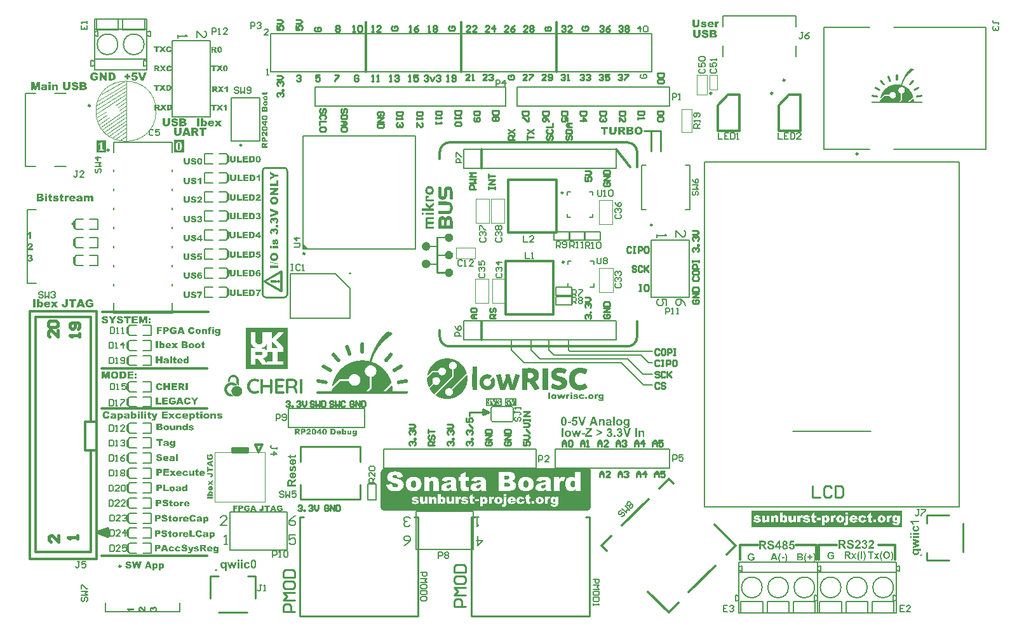
<source format=gto>
G04*
G04 #@! TF.GenerationSoftware,Altium Limited,Altium Designer,23.11.1 (41)*
G04*
G04 Layer_Color=65535*
%FSLAX44Y44*%
%MOMM*%
G71*
G04*
G04 #@! TF.SameCoordinates,C7E8D478-9E5C-4E13-ACBB-AA16B9FF6824*
G04*
G04*
G04 #@! TF.FilePolarity,Positive*
G04*
G01*
G75*
%ADD10C,0.2540*%
%ADD11C,0.2500*%
%ADD12C,0.1000*%
%ADD13C,0.2000*%
%ADD14C,0.3050*%
%ADD15C,0.1270*%
%ADD16C,0.2032*%
%ADD17C,0.3000*%
%ADD18C,0.3810*%
%ADD19R,3.9622X2.2606*%
%ADD20R,0.4826X5.1911*%
%ADD21R,1.0922X5.1911*%
%ADD22R,4.0640X2.2606*%
G36*
X1581241Y1001337D02*
X1581382D01*
Y1001266D01*
X1581524D01*
Y1001196D01*
X1581665D01*
Y1001125D01*
X1581736D01*
Y1001054D01*
X1581807D01*
Y1000983D01*
X1581878D01*
Y1000913D01*
X1581948D01*
Y1000771D01*
X1582019D01*
Y1000630D01*
X1582090D01*
Y1000205D01*
X1582161D01*
Y994333D01*
X1582090D01*
Y994262D01*
Y993909D01*
X1582019D01*
Y993767D01*
X1581948D01*
Y993696D01*
X1581878D01*
Y993555D01*
X1581807D01*
Y993484D01*
X1581736D01*
Y993413D01*
X1581665D01*
Y993343D01*
X1581524D01*
Y993272D01*
X1581453D01*
Y993201D01*
X1581241D01*
Y993130D01*
X1580321D01*
Y993201D01*
X1580180D01*
Y993272D01*
X1580038D01*
Y993343D01*
X1579897D01*
Y993413D01*
X1579826D01*
Y993484D01*
X1579755D01*
Y993555D01*
X1579684D01*
Y993696D01*
X1579614D01*
Y993767D01*
X1579543D01*
Y993979D01*
X1579472D01*
Y1000630D01*
X1579543D01*
Y1000771D01*
X1579614D01*
Y1000913D01*
X1579684D01*
Y1000983D01*
X1579755D01*
Y1001054D01*
X1579826D01*
Y1001125D01*
X1579897D01*
Y1001196D01*
X1580038D01*
Y1001266D01*
X1580180D01*
Y1001337D01*
X1580321D01*
Y1001408D01*
X1581241D01*
Y1001337D01*
D02*
G37*
G36*
X1569780Y999427D02*
X1569992D01*
Y999356D01*
X1570134D01*
Y999285D01*
X1570275D01*
Y999215D01*
X1570346D01*
Y999144D01*
X1570417D01*
Y999073D01*
X1570487D01*
Y999002D01*
X1570558D01*
Y998932D01*
X1570629D01*
Y998790D01*
X1570699D01*
Y998649D01*
X1570770D01*
Y998436D01*
X1570841D01*
Y998224D01*
X1570912D01*
Y998083D01*
X1570983D01*
Y997870D01*
X1571053D01*
Y997658D01*
X1571124D01*
Y997446D01*
X1571195D01*
Y997234D01*
X1571266D01*
Y997092D01*
X1571336D01*
Y996880D01*
X1571407D01*
Y996668D01*
X1571478D01*
Y996456D01*
X1571548D01*
Y996243D01*
X1571619D01*
Y996102D01*
X1571690D01*
Y995890D01*
X1571761D01*
Y995677D01*
X1571832D01*
Y995465D01*
X1571902D01*
Y995253D01*
X1571973D01*
Y995111D01*
X1572044D01*
Y994899D01*
X1572115D01*
Y994687D01*
X1572185D01*
Y994475D01*
X1572256D01*
Y994333D01*
X1572327D01*
Y994121D01*
X1572397D01*
Y993909D01*
X1572468D01*
Y993838D01*
Y993767D01*
Y993696D01*
X1572539D01*
Y993484D01*
X1572610D01*
Y993343D01*
X1572680D01*
Y993060D01*
X1572751D01*
Y992352D01*
X1572680D01*
Y992211D01*
X1572610D01*
Y992069D01*
X1572539D01*
Y991998D01*
X1572468D01*
Y991928D01*
X1572397D01*
Y991857D01*
X1572327D01*
Y991786D01*
X1572256D01*
Y991715D01*
X1572185D01*
Y991645D01*
X1572044D01*
Y991574D01*
X1571902D01*
Y991503D01*
X1571690D01*
Y991432D01*
X1571053D01*
Y991503D01*
X1570841D01*
Y991574D01*
X1570699D01*
Y991645D01*
X1570629D01*
Y991715D01*
X1570487D01*
Y991786D01*
X1570417D01*
Y991928D01*
X1570346D01*
Y991998D01*
X1570275D01*
Y992140D01*
X1570204D01*
Y992281D01*
X1570134D01*
Y992494D01*
X1570063D01*
Y992635D01*
X1569992D01*
Y992847D01*
X1569921D01*
Y993060D01*
X1569851D01*
Y993272D01*
X1569780D01*
Y993484D01*
X1569709D01*
Y993626D01*
X1569638D01*
Y993838D01*
X1569568D01*
Y994050D01*
X1569497D01*
Y994192D01*
X1569426D01*
Y994404D01*
X1569355D01*
Y994616D01*
X1569285D01*
Y994828D01*
X1569214D01*
Y995041D01*
X1569143D01*
Y995182D01*
X1569072D01*
Y995394D01*
X1569002D01*
Y995536D01*
X1568931D01*
Y995748D01*
X1568860D01*
Y995960D01*
X1568789D01*
Y996172D01*
X1568719D01*
Y996385D01*
X1568648D01*
Y996526D01*
X1568577D01*
Y996739D01*
X1568506D01*
Y996880D01*
X1568436D01*
Y997092D01*
X1568365D01*
Y997305D01*
X1568294D01*
Y997517D01*
X1568223D01*
Y997729D01*
X1568153D01*
Y998012D01*
X1568082D01*
Y998295D01*
X1568153D01*
Y998578D01*
X1568223D01*
Y998790D01*
X1568294D01*
Y998861D01*
X1568365D01*
Y998932D01*
X1568436D01*
Y999002D01*
X1568506D01*
Y999073D01*
X1568577D01*
Y999144D01*
X1568648D01*
Y999215D01*
X1568719D01*
Y999285D01*
X1568860D01*
Y999356D01*
X1569072D01*
Y999427D01*
X1569285D01*
Y999498D01*
X1569780D01*
Y999427D01*
D02*
G37*
G36*
X1600484Y1009190D02*
X1600979D01*
Y1009119D01*
X1601192D01*
Y1009048D01*
X1601404D01*
Y1008978D01*
X1601616D01*
Y1008907D01*
X1601758D01*
Y1008836D01*
X1601899D01*
Y1008765D01*
X1602041D01*
Y1008695D01*
X1602182D01*
Y1008624D01*
X1602324D01*
Y1008553D01*
X1602394D01*
Y1008483D01*
X1602465D01*
Y1008412D01*
X1602607D01*
Y1008341D01*
X1602677D01*
Y1008270D01*
X1602748D01*
Y1008200D01*
X1602890D01*
Y1008129D01*
X1602960D01*
Y1008058D01*
X1603031D01*
Y1007987D01*
X1603102D01*
Y1007917D01*
X1603172D01*
Y1007846D01*
X1603243D01*
Y1007704D01*
X1603314D01*
Y1007634D01*
X1603385D01*
Y1007563D01*
X1603243D01*
Y1007492D01*
X1603172D01*
Y1007421D01*
X1603102D01*
Y1007351D01*
X1603031D01*
Y1007280D01*
X1602890D01*
Y1007209D01*
X1602819D01*
Y1007138D01*
X1602677D01*
Y1007068D01*
X1602607D01*
Y1006997D01*
X1602536D01*
Y1006926D01*
X1602394D01*
Y1006855D01*
X1602324D01*
Y1006785D01*
X1602253D01*
Y1006714D01*
X1602111D01*
Y1006643D01*
X1602041D01*
Y1006572D01*
X1601899D01*
Y1006502D01*
X1601828D01*
Y1006431D01*
X1601758D01*
Y1006360D01*
X1601616D01*
Y1006289D01*
X1601545D01*
Y1006219D01*
X1601475D01*
Y1006148D01*
X1601404D01*
Y1006077D01*
X1601262D01*
Y1006006D01*
X1601192D01*
Y1005936D01*
X1601121D01*
Y1005865D01*
X1600979D01*
Y1005794D01*
X1600909D01*
Y1005723D01*
X1600838D01*
Y1005653D01*
X1600767D01*
Y1005582D01*
X1600626D01*
Y1005511D01*
X1600555D01*
Y1005440D01*
X1600484D01*
Y1005370D01*
X1600413D01*
Y1005299D01*
X1600272D01*
Y1005228D01*
X1600201D01*
Y1005157D01*
X1600130D01*
Y1005087D01*
X1600060D01*
Y1005016D01*
X1599918D01*
Y1004945D01*
X1599847D01*
Y1004874D01*
X1599777D01*
Y1004804D01*
X1599706D01*
Y1004733D01*
X1599635D01*
Y1004662D01*
X1599494D01*
Y1004591D01*
X1599423D01*
Y1004521D01*
X1599352D01*
Y1004450D01*
X1599281D01*
Y1004379D01*
X1599211D01*
Y1004308D01*
X1599069D01*
Y1004238D01*
X1598999D01*
Y1004167D01*
X1598928D01*
Y1004096D01*
X1598857D01*
Y1004025D01*
X1598786D01*
Y1003955D01*
X1598715D01*
Y1003884D01*
X1598645D01*
Y1003813D01*
X1598503D01*
Y1003743D01*
X1598432D01*
Y1003672D01*
X1598362D01*
Y1003601D01*
X1598291D01*
Y1003530D01*
X1598220D01*
Y1003459D01*
X1598150D01*
Y1003389D01*
X1598079D01*
Y1003318D01*
X1598008D01*
Y1003247D01*
X1597937D01*
Y1003176D01*
X1597796D01*
Y1003106D01*
X1597725D01*
Y1003035D01*
X1597654D01*
Y1002964D01*
X1597583D01*
Y1002894D01*
X1597513D01*
Y1002823D01*
X1597442D01*
Y1002752D01*
X1597371D01*
Y1002681D01*
X1597301D01*
Y1002610D01*
X1597230D01*
Y1002540D01*
X1597159D01*
Y1002469D01*
X1597088D01*
Y1002398D01*
X1597018D01*
Y1002327D01*
X1596947D01*
Y1002257D01*
X1596876D01*
Y1002186D01*
X1596805D01*
Y1002115D01*
X1596664D01*
Y1001974D01*
X1596522D01*
Y1001903D01*
X1596452D01*
Y1001761D01*
X1596310D01*
Y1001620D01*
X1596169D01*
Y1001549D01*
X1596098D01*
Y1001408D01*
X1596027D01*
Y1001337D01*
X1595956D01*
Y1001266D01*
X1595886D01*
Y1001196D01*
X1595815D01*
Y1001125D01*
X1595744D01*
Y1001054D01*
X1595673D01*
Y1000983D01*
X1595603D01*
Y1000913D01*
X1595532D01*
Y1000842D01*
X1595461D01*
Y1000771D01*
X1595390D01*
Y1000700D01*
X1595320D01*
Y1000630D01*
X1595249D01*
Y1000559D01*
X1595178D01*
Y1000488D01*
X1595107D01*
Y1000417D01*
X1595037D01*
Y1000347D01*
X1594966D01*
Y1000205D01*
X1594895D01*
Y1000134D01*
X1594824D01*
Y1000064D01*
X1594754D01*
Y999993D01*
X1594683D01*
Y999922D01*
X1594612D01*
Y999851D01*
X1594541D01*
Y999710D01*
X1594471D01*
Y999639D01*
X1594400D01*
Y999568D01*
X1594329D01*
Y999498D01*
X1594258D01*
Y999427D01*
X1594188D01*
Y999356D01*
X1594117D01*
Y999215D01*
X1594046D01*
Y999144D01*
X1593975D01*
Y999073D01*
X1593905D01*
Y999002D01*
X1593834D01*
Y998861D01*
X1593763D01*
Y998790D01*
X1593692D01*
Y998719D01*
X1593622D01*
Y998649D01*
X1593551D01*
Y998578D01*
X1593480D01*
Y998436D01*
X1593409D01*
Y998366D01*
X1593339D01*
Y998295D01*
X1593268D01*
Y998224D01*
X1593197D01*
Y998083D01*
X1593126D01*
Y998012D01*
X1593056D01*
Y997941D01*
X1592985D01*
Y997800D01*
X1592914D01*
Y997729D01*
X1592843D01*
Y997588D01*
X1592773D01*
Y997517D01*
X1592702D01*
Y997446D01*
X1592631D01*
Y997305D01*
X1592560D01*
Y997234D01*
X1592490D01*
Y997163D01*
X1592419D01*
Y997021D01*
X1592348D01*
Y996951D01*
X1592278D01*
Y996809D01*
X1592207D01*
Y996739D01*
X1592136D01*
Y996597D01*
X1592065D01*
Y996526D01*
X1591994D01*
Y996385D01*
X1591924D01*
Y996314D01*
X1591853D01*
Y996172D01*
X1591782D01*
Y996102D01*
X1591711D01*
Y995960D01*
X1591641D01*
Y995890D01*
X1591570D01*
Y995748D01*
X1591499D01*
Y995677D01*
X1591429D01*
Y995536D01*
X1591358D01*
Y995394D01*
X1591287D01*
Y995324D01*
X1591216D01*
Y995182D01*
X1591145D01*
Y995041D01*
X1591075D01*
Y994970D01*
X1591004D01*
Y994828D01*
X1590933D01*
Y994687D01*
X1590862D01*
Y994616D01*
X1590792D01*
Y994475D01*
X1590721D01*
Y994333D01*
X1590650D01*
Y994192D01*
X1590580D01*
Y994050D01*
X1590509D01*
Y993979D01*
X1590438D01*
Y993838D01*
X1590367D01*
Y993696D01*
X1590296D01*
Y993555D01*
X1590226D01*
Y993413D01*
X1590155D01*
Y993272D01*
X1590084D01*
Y993130D01*
X1590013D01*
Y992989D01*
X1589943D01*
Y992847D01*
X1589872D01*
Y992706D01*
X1589801D01*
Y992564D01*
X1589731D01*
Y992423D01*
X1589660D01*
Y992281D01*
X1589589D01*
Y992069D01*
X1589518D01*
Y991928D01*
X1589448D01*
Y991786D01*
X1589377D01*
Y991645D01*
X1589306D01*
Y991432D01*
X1589235D01*
Y991291D01*
X1589165D01*
Y991079D01*
X1589094D01*
Y990937D01*
X1589023D01*
Y990725D01*
X1588952D01*
Y990583D01*
X1588882D01*
Y990371D01*
X1588811D01*
Y990230D01*
X1588740D01*
Y990017D01*
X1588669D01*
Y989805D01*
X1588599D01*
Y989664D01*
X1588528D01*
Y989452D01*
X1588457D01*
Y989239D01*
X1588386D01*
Y989027D01*
X1588316D01*
Y988815D01*
X1588245D01*
Y988603D01*
X1588174D01*
Y988320D01*
X1588103D01*
Y988107D01*
X1588033D01*
Y987895D01*
X1587962D01*
Y987612D01*
X1587891D01*
Y987400D01*
X1587820D01*
Y987117D01*
X1587750D01*
Y986975D01*
X1587820D01*
Y986905D01*
X1588033D01*
Y986834D01*
X1588245D01*
Y986763D01*
X1588457D01*
Y986692D01*
X1588599D01*
Y986622D01*
X1588811D01*
Y986551D01*
X1588952D01*
Y986480D01*
X1589165D01*
Y986409D01*
X1589306D01*
Y986339D01*
X1589518D01*
Y986268D01*
X1589660D01*
Y986197D01*
X1589801D01*
Y986126D01*
X1590013D01*
Y986056D01*
X1590155D01*
Y985985D01*
X1590296D01*
Y985914D01*
X1590438D01*
Y985843D01*
X1590580D01*
Y985773D01*
X1590721D01*
Y985702D01*
X1590862D01*
Y985631D01*
X1591004D01*
Y985560D01*
X1591145D01*
Y985490D01*
X1591287D01*
Y985419D01*
X1591429D01*
Y985348D01*
X1591570D01*
Y985277D01*
X1591641D01*
Y985207D01*
X1591782D01*
Y985136D01*
X1591924D01*
Y985065D01*
X1592065D01*
Y984994D01*
X1592136D01*
Y984924D01*
X1592278D01*
Y984853D01*
X1592419D01*
Y984782D01*
X1592490D01*
Y984712D01*
X1592631D01*
Y984641D01*
X1592702D01*
Y984570D01*
X1592843D01*
Y984499D01*
X1592985D01*
Y984428D01*
X1593056D01*
Y984358D01*
X1593197D01*
Y984287D01*
X1593268D01*
Y984216D01*
X1593409D01*
Y984146D01*
X1593480D01*
Y984075D01*
X1593622D01*
Y984004D01*
X1593692D01*
Y983933D01*
X1593834D01*
Y983863D01*
X1593905D01*
Y983792D01*
X1593975D01*
Y983721D01*
X1594117D01*
Y983650D01*
X1594188D01*
Y983579D01*
X1594258D01*
Y983509D01*
X1594400D01*
Y983438D01*
X1594471D01*
Y983367D01*
X1594541D01*
Y983297D01*
X1594612D01*
Y983226D01*
X1594754D01*
Y983155D01*
X1594824D01*
Y983084D01*
X1594895D01*
Y983014D01*
X1594966D01*
Y982943D01*
X1595107D01*
Y982872D01*
X1595178D01*
Y982801D01*
X1595249D01*
Y982730D01*
X1595320D01*
Y982660D01*
X1595390D01*
Y982589D01*
X1595461D01*
Y982518D01*
X1595603D01*
Y982448D01*
X1595673D01*
Y982377D01*
X1595744D01*
Y982306D01*
X1595815D01*
Y982235D01*
X1595886D01*
Y982165D01*
X1595956D01*
Y982094D01*
X1596027D01*
Y982023D01*
X1596098D01*
Y981952D01*
X1596239D01*
Y981882D01*
X1596310D01*
Y981811D01*
X1596381D01*
Y981740D01*
X1596452D01*
Y981669D01*
X1596522D01*
Y981599D01*
X1596593D01*
Y981528D01*
X1596664D01*
Y981457D01*
X1596734D01*
Y981386D01*
X1596805D01*
Y981316D01*
X1596876D01*
Y981245D01*
X1596947D01*
Y981174D01*
X1597018D01*
Y981103D01*
X1597088D01*
Y981033D01*
X1597159D01*
Y980891D01*
X1597230D01*
Y980820D01*
X1597301D01*
Y980750D01*
X1597371D01*
Y980679D01*
X1597442D01*
Y980608D01*
X1597513D01*
Y980537D01*
X1597583D01*
Y980467D01*
X1597654D01*
Y980396D01*
X1597725D01*
Y980254D01*
X1597796D01*
Y980184D01*
X1597867D01*
Y980113D01*
X1597937D01*
Y980042D01*
X1598008D01*
Y979971D01*
X1598079D01*
Y979901D01*
X1598150D01*
Y979759D01*
X1598220D01*
Y979688D01*
X1598291D01*
Y979618D01*
X1598362D01*
Y979547D01*
X1598432D01*
Y979405D01*
X1598503D01*
Y979335D01*
X1598574D01*
Y979264D01*
X1598645D01*
Y979122D01*
X1598715D01*
Y979052D01*
X1598786D01*
Y978981D01*
X1598857D01*
Y978839D01*
X1598928D01*
Y978769D01*
X1598999D01*
Y978698D01*
X1599069D01*
Y978556D01*
X1599140D01*
Y978486D01*
X1599211D01*
Y978344D01*
X1599281D01*
Y978273D01*
X1599352D01*
Y978203D01*
X1599423D01*
Y978061D01*
X1599494D01*
Y977920D01*
X1599564D01*
Y977849D01*
X1599635D01*
Y977708D01*
X1599706D01*
Y977637D01*
X1599777D01*
Y977495D01*
X1599847D01*
Y977424D01*
X1599918D01*
Y977283D01*
X1599989D01*
Y977141D01*
X1600060D01*
Y977071D01*
X1600130D01*
Y976929D01*
X1600201D01*
Y976788D01*
X1600272D01*
Y976646D01*
X1600343D01*
Y976575D01*
X1600413D01*
Y976434D01*
X1600484D01*
Y976292D01*
X1600555D01*
Y976151D01*
X1600626D01*
Y976010D01*
X1600696D01*
Y975939D01*
X1600767D01*
Y975797D01*
X1600838D01*
Y975656D01*
X1600909D01*
Y975514D01*
X1600979D01*
Y975373D01*
X1601050D01*
Y975231D01*
X1601121D01*
Y975090D01*
X1601192D01*
Y974878D01*
X1601262D01*
Y974736D01*
X1601333D01*
Y974595D01*
X1601404D01*
Y974453D01*
X1601475D01*
Y974241D01*
X1601545D01*
Y974099D01*
X1601616D01*
Y973958D01*
X1601687D01*
Y973746D01*
X1601758D01*
Y973604D01*
X1601828D01*
Y973392D01*
X1601899D01*
Y973180D01*
X1601970D01*
Y972967D01*
X1602041D01*
Y972755D01*
X1602111D01*
Y972543D01*
X1602182D01*
Y972331D01*
X1602253D01*
Y972119D01*
X1602324D01*
Y971835D01*
X1602394D01*
Y971553D01*
X1602465D01*
Y971482D01*
X1602394D01*
Y971340D01*
X1602324D01*
Y971270D01*
X1602253D01*
Y971199D01*
X1602182D01*
Y971128D01*
X1602041D01*
Y970986D01*
X1601899D01*
Y970845D01*
X1601828D01*
Y970774D01*
X1601758D01*
Y970704D01*
X1601687D01*
Y970633D01*
X1601545D01*
Y970491D01*
X1601475D01*
Y970421D01*
X1601404D01*
Y970350D01*
X1601333D01*
Y970279D01*
X1601192D01*
Y970137D01*
X1601121D01*
Y970067D01*
X1601050D01*
Y969996D01*
X1600979D01*
Y969925D01*
X1600838D01*
Y969784D01*
X1600767D01*
Y969713D01*
X1600696D01*
Y969642D01*
X1600626D01*
Y969572D01*
X1600555D01*
Y969501D01*
X1600484D01*
Y969430D01*
X1600413D01*
Y969359D01*
X1600343D01*
Y969289D01*
X1600272D01*
Y969218D01*
X1600201D01*
Y969147D01*
X1600130D01*
Y969076D01*
X1599989D01*
Y968935D01*
X1599918D01*
Y968864D01*
X1599847D01*
Y968793D01*
X1599777D01*
Y968723D01*
X1599635D01*
Y968581D01*
X1599564D01*
Y968510D01*
X1599494D01*
Y968440D01*
X1599423D01*
Y968369D01*
X1599352D01*
Y968298D01*
X1599281D01*
Y968227D01*
X1599211D01*
Y968157D01*
X1599140D01*
Y968086D01*
X1599069D01*
Y968015D01*
X1598999D01*
Y967944D01*
X1598928D01*
Y967874D01*
X1598857D01*
Y967803D01*
X1598786D01*
Y967732D01*
X1598715D01*
Y967661D01*
X1598645D01*
Y967591D01*
X1598574D01*
Y967520D01*
X1598503D01*
Y967449D01*
X1598432D01*
Y967378D01*
X1598362D01*
Y967308D01*
X1598291D01*
Y967237D01*
X1598220D01*
Y967166D01*
X1598150D01*
Y967095D01*
X1598079D01*
Y967025D01*
X1598008D01*
Y966954D01*
X1597937D01*
Y966883D01*
X1597867D01*
Y966812D01*
X1597796D01*
Y966742D01*
X1597725D01*
Y966671D01*
X1597654D01*
Y966600D01*
X1597583D01*
Y966529D01*
X1597513D01*
Y966459D01*
X1597442D01*
Y966388D01*
X1597371D01*
Y966317D01*
X1597301D01*
Y966246D01*
X1597230D01*
Y966176D01*
X1597159D01*
Y966105D01*
X1597088D01*
Y966034D01*
X1597018D01*
Y965963D01*
X1596947D01*
Y965893D01*
X1596876D01*
Y965822D01*
X1596805D01*
Y965751D01*
X1596734D01*
Y965680D01*
X1596664D01*
Y965610D01*
X1596593D01*
Y965539D01*
X1596522D01*
Y965468D01*
X1596452D01*
Y965397D01*
X1596381D01*
Y965327D01*
X1596310D01*
Y965256D01*
X1598291D01*
Y965327D01*
X1598362D01*
Y965397D01*
X1598432D01*
Y965468D01*
X1598503D01*
Y965539D01*
X1598574D01*
Y965610D01*
X1598645D01*
Y965680D01*
X1598715D01*
Y965751D01*
X1598786D01*
Y965822D01*
X1598857D01*
Y965893D01*
X1598928D01*
Y965963D01*
X1598999D01*
Y966034D01*
X1599069D01*
Y966105D01*
X1599140D01*
Y966176D01*
X1599211D01*
Y966246D01*
X1599281D01*
Y966317D01*
X1599352D01*
Y966388D01*
X1599423D01*
Y966459D01*
X1599494D01*
Y966529D01*
X1599564D01*
Y966600D01*
X1599635D01*
Y966671D01*
X1599706D01*
Y966742D01*
X1599777D01*
Y966812D01*
X1599847D01*
Y966883D01*
X1599918D01*
Y966954D01*
X1599989D01*
Y967025D01*
X1600060D01*
Y967095D01*
X1600130D01*
Y967166D01*
X1600201D01*
Y967237D01*
X1600272D01*
Y967308D01*
X1600343D01*
Y967378D01*
X1600413D01*
Y967449D01*
X1600484D01*
Y967520D01*
X1600555D01*
Y967591D01*
X1600626D01*
Y967661D01*
X1600696D01*
Y967732D01*
X1600767D01*
Y967803D01*
X1600838D01*
Y967874D01*
X1600909D01*
Y967944D01*
X1600979D01*
Y968015D01*
X1601050D01*
Y968086D01*
X1601121D01*
Y968157D01*
X1601192D01*
Y968227D01*
X1601262D01*
Y968298D01*
X1601333D01*
Y968369D01*
X1601404D01*
Y968440D01*
X1601475D01*
Y968510D01*
X1601545D01*
Y968581D01*
X1601616D01*
Y968652D01*
X1601687D01*
Y968723D01*
X1601758D01*
Y968793D01*
X1601828D01*
Y968864D01*
X1601899D01*
Y968935D01*
X1601970D01*
Y969006D01*
X1602041D01*
Y969076D01*
X1602111D01*
Y969147D01*
X1602182D01*
Y969218D01*
X1602253D01*
Y969289D01*
X1602324D01*
Y969359D01*
X1602394D01*
Y969430D01*
X1602465D01*
Y969501D01*
X1602536D01*
Y969572D01*
X1602607D01*
Y969642D01*
X1602677D01*
Y969713D01*
X1602748D01*
Y969784D01*
X1602890D01*
Y969359D01*
X1602960D01*
Y969006D01*
X1603031D01*
Y968510D01*
X1603102D01*
Y967874D01*
X1603172D01*
Y967166D01*
X1603243D01*
Y965256D01*
X1613997D01*
Y965185D01*
X1614209D01*
Y965115D01*
X1614280D01*
Y965044D01*
X1614351D01*
Y964973D01*
X1614421D01*
Y964902D01*
X1614492D01*
Y964831D01*
X1614563D01*
Y964619D01*
X1614634D01*
Y964124D01*
X1614563D01*
Y963912D01*
X1614492D01*
Y963841D01*
X1614421D01*
Y963770D01*
X1614351D01*
Y963699D01*
X1614280D01*
Y963629D01*
X1614209D01*
Y963558D01*
X1614068D01*
Y963487D01*
X1547494D01*
Y963558D01*
X1547353D01*
Y963629D01*
X1547211D01*
Y963699D01*
X1547141D01*
Y963770D01*
X1547070D01*
Y963912D01*
X1546999D01*
Y963982D01*
X1546929D01*
Y964336D01*
X1546858D01*
Y964478D01*
X1546929D01*
Y964761D01*
X1546999D01*
Y964831D01*
X1547070D01*
Y964973D01*
X1547141D01*
Y965044D01*
X1547211D01*
Y965115D01*
X1547353D01*
Y965185D01*
X1547494D01*
Y965256D01*
X1558248D01*
Y965822D01*
X1558319D01*
Y966388D01*
X1558389D01*
Y966529D01*
X1558460D01*
Y966600D01*
X1558531D01*
Y966671D01*
X1558602D01*
Y966742D01*
X1558672D01*
Y966812D01*
X1558743D01*
Y966883D01*
X1558814D01*
Y966954D01*
X1558885D01*
Y967025D01*
X1558956D01*
Y967095D01*
X1559026D01*
Y967166D01*
X1559097D01*
Y967237D01*
X1559168D01*
Y967308D01*
X1559238D01*
Y967378D01*
X1559309D01*
Y967449D01*
X1559380D01*
Y967520D01*
X1559451D01*
Y967591D01*
X1559521D01*
Y967661D01*
X1559592D01*
Y967732D01*
X1559663D01*
Y967803D01*
X1559734D01*
Y967874D01*
X1559804D01*
Y967944D01*
X1559875D01*
Y968015D01*
X1559946D01*
Y968086D01*
X1560017D01*
Y968157D01*
X1560087D01*
Y968227D01*
X1560158D01*
Y968298D01*
X1560229D01*
Y968369D01*
X1560300D01*
Y968440D01*
X1560370D01*
Y968510D01*
X1560441D01*
Y968581D01*
X1560512D01*
Y968652D01*
X1560583D01*
Y968723D01*
X1560653D01*
Y968793D01*
X1560724D01*
Y968864D01*
X1560795D01*
Y968935D01*
X1560866D01*
Y969006D01*
X1560936D01*
Y969076D01*
X1561007D01*
Y969147D01*
X1561078D01*
Y969218D01*
X1561149D01*
Y969289D01*
X1561219D01*
Y969359D01*
X1561290D01*
Y969430D01*
X1561361D01*
Y969501D01*
X1561432D01*
Y969572D01*
X1561502D01*
Y969642D01*
X1561573D01*
Y969713D01*
X1561644D01*
Y969784D01*
X1561715D01*
Y969855D01*
X1561785D01*
Y969925D01*
X1561856D01*
Y969996D01*
X1561927D01*
Y970067D01*
X1561998D01*
Y970137D01*
X1562068D01*
Y970208D01*
X1562139D01*
Y970279D01*
X1562210D01*
Y970350D01*
X1562281D01*
Y970421D01*
X1562351D01*
Y970491D01*
X1562422D01*
Y970562D01*
X1562493D01*
Y970633D01*
X1562564D01*
Y970704D01*
X1562634D01*
Y970774D01*
X1562705D01*
Y970845D01*
X1562776D01*
Y970916D01*
X1562847D01*
Y970986D01*
X1562917D01*
Y971057D01*
X1562988D01*
Y971128D01*
X1563059D01*
Y971199D01*
X1563130D01*
Y971270D01*
X1563200D01*
Y971340D01*
X1563271D01*
Y971411D01*
X1563342D01*
Y971482D01*
X1563413D01*
Y971553D01*
X1563483D01*
Y971623D01*
X1563554D01*
Y971694D01*
X1563625D01*
Y971765D01*
X1563696D01*
Y971835D01*
X1563766D01*
Y971906D01*
X1563837D01*
Y971977D01*
X1563908D01*
Y972048D01*
X1563978D01*
Y972119D01*
X1564049D01*
Y972189D01*
X1564120D01*
Y972260D01*
X1564191D01*
Y972331D01*
X1564261D01*
Y972401D01*
X1564332D01*
Y972472D01*
X1564403D01*
Y972543D01*
X1564474D01*
Y972614D01*
X1564545D01*
Y972684D01*
X1564686D01*
Y972755D01*
X1564898D01*
Y972826D01*
X1565323D01*
Y972897D01*
X1570841D01*
Y972684D01*
X1570912D01*
Y972472D01*
X1570983D01*
Y972331D01*
X1571053D01*
Y972119D01*
X1571124D01*
Y971906D01*
X1571195D01*
Y971765D01*
X1571266D01*
Y971623D01*
X1571336D01*
Y971482D01*
X1571407D01*
Y971340D01*
X1571478D01*
Y971270D01*
X1571548D01*
Y971128D01*
X1571619D01*
Y971057D01*
X1571690D01*
Y970916D01*
X1571761D01*
Y970845D01*
X1571832D01*
Y970774D01*
X1571902D01*
Y970704D01*
X1571973D01*
Y970633D01*
X1572044D01*
Y970562D01*
X1572115D01*
Y970491D01*
X1572185D01*
Y970421D01*
X1572256D01*
Y970350D01*
X1572327D01*
Y970279D01*
X1572397D01*
Y970208D01*
X1572468D01*
Y970137D01*
X1572610D01*
Y970067D01*
X1572680D01*
Y969996D01*
X1572822D01*
Y969925D01*
X1572964D01*
Y969855D01*
X1573034D01*
Y969784D01*
X1573176D01*
Y969713D01*
X1573317D01*
Y969642D01*
X1573529D01*
Y969572D01*
X1573671D01*
Y969501D01*
X1573883D01*
Y969430D01*
X1574237D01*
Y969359D01*
X1574591D01*
Y969289D01*
X1575652D01*
Y969359D01*
X1576006D01*
Y969430D01*
X1576289D01*
Y969501D01*
X1576572D01*
Y969572D01*
X1576713D01*
Y969642D01*
X1576855D01*
Y969713D01*
X1576996D01*
Y969784D01*
X1577137D01*
Y969855D01*
X1577279D01*
Y969925D01*
X1577421D01*
Y969996D01*
X1577491D01*
Y970067D01*
X1577633D01*
Y970137D01*
X1577704D01*
Y970208D01*
X1577774D01*
Y970279D01*
X1577845D01*
Y970350D01*
X1577986D01*
Y970421D01*
X1578057D01*
Y970491D01*
X1578128D01*
Y970562D01*
X1578199D01*
Y970633D01*
X1578270D01*
Y970704D01*
X1578340D01*
Y970845D01*
X1578411D01*
Y970916D01*
X1578482D01*
Y970986D01*
X1578553D01*
Y971057D01*
X1578623D01*
Y971199D01*
X1578694D01*
Y971270D01*
X1578765D01*
Y971411D01*
X1578835D01*
Y971553D01*
X1578906D01*
Y971694D01*
X1578977D01*
Y971835D01*
X1579048D01*
Y971977D01*
X1579118D01*
Y972189D01*
X1579189D01*
Y972401D01*
X1579260D01*
Y972684D01*
X1579331D01*
Y973180D01*
X1579401D01*
Y973958D01*
X1579331D01*
Y974524D01*
X1579260D01*
Y974807D01*
X1579189D01*
Y975019D01*
X1579118D01*
Y975231D01*
X1579048D01*
Y975373D01*
X1578977D01*
Y975514D01*
X1578906D01*
Y975656D01*
X1578835D01*
Y975797D01*
X1578765D01*
Y975939D01*
X1578694D01*
Y976010D01*
X1578623D01*
Y976151D01*
X1578553D01*
Y976222D01*
X1578482D01*
Y976292D01*
X1578411D01*
Y976434D01*
X1578340D01*
Y976505D01*
X1578270D01*
Y976575D01*
X1578199D01*
Y976646D01*
X1578128D01*
Y976717D01*
X1578057D01*
Y976788D01*
X1577986D01*
Y976859D01*
X1577916D01*
Y976929D01*
X1577774D01*
Y977000D01*
X1577704D01*
Y977071D01*
X1577633D01*
Y977141D01*
X1577491D01*
Y977212D01*
X1577350D01*
Y977283D01*
X1577279D01*
Y977354D01*
X1577137D01*
Y977424D01*
X1576996D01*
Y977495D01*
X1576784D01*
Y977566D01*
X1576642D01*
Y977637D01*
X1576430D01*
Y977708D01*
X1576147D01*
Y977778D01*
X1575793D01*
Y977849D01*
X1574449D01*
Y977778D01*
X1574095D01*
Y977708D01*
X1573812D01*
Y977637D01*
X1573600D01*
Y977566D01*
X1573459D01*
Y977495D01*
X1573246D01*
Y977424D01*
X1573105D01*
Y977354D01*
X1573034D01*
Y977283D01*
X1572893D01*
Y977212D01*
X1572751D01*
Y977141D01*
X1572680D01*
Y977071D01*
X1572539D01*
Y977000D01*
X1572468D01*
Y976929D01*
X1572397D01*
Y976859D01*
X1572327D01*
Y976788D01*
X1572256D01*
Y976717D01*
X1572115D01*
Y976646D01*
X1572044D01*
Y976575D01*
X1571973D01*
Y976505D01*
X1571902D01*
Y976363D01*
X1571832D01*
Y976292D01*
X1571761D01*
Y976222D01*
X1571690D01*
Y976080D01*
X1571619D01*
Y976010D01*
X1571548D01*
Y975939D01*
X1571478D01*
Y975797D01*
X1571407D01*
Y975656D01*
X1571336D01*
Y975514D01*
X1571266D01*
Y975373D01*
X1571195D01*
Y975231D01*
X1571124D01*
Y975090D01*
X1571053D01*
Y974878D01*
X1570983D01*
Y974665D01*
X1570912D01*
Y974453D01*
X1570841D01*
Y974312D01*
X1564686D01*
Y974241D01*
X1564403D01*
Y974170D01*
X1564191D01*
Y974099D01*
X1564049D01*
Y974029D01*
X1563908D01*
Y973958D01*
X1563837D01*
Y973887D01*
X1563766D01*
Y973816D01*
X1563625D01*
Y973746D01*
X1563554D01*
Y973675D01*
X1563483D01*
Y973604D01*
X1563413D01*
Y973533D01*
X1563342D01*
Y973463D01*
X1563271D01*
Y973392D01*
X1563200D01*
Y973321D01*
X1563130D01*
Y973250D01*
X1563059D01*
Y973180D01*
X1562988D01*
Y973109D01*
X1562917D01*
Y973038D01*
X1562847D01*
Y972967D01*
X1562776D01*
Y972897D01*
X1562705D01*
Y972826D01*
X1562634D01*
Y972755D01*
X1562564D01*
Y972684D01*
X1562493D01*
Y972614D01*
X1562422D01*
Y972543D01*
X1562351D01*
Y972472D01*
X1562281D01*
Y972401D01*
X1562210D01*
Y972331D01*
X1562139D01*
Y972260D01*
X1562068D01*
Y972189D01*
X1561998D01*
Y972119D01*
X1561927D01*
Y972048D01*
X1561856D01*
Y971977D01*
X1561785D01*
Y971906D01*
X1561715D01*
Y971835D01*
X1561644D01*
Y971765D01*
X1561573D01*
Y971694D01*
X1561502D01*
Y971623D01*
X1561432D01*
Y971553D01*
X1561361D01*
Y971482D01*
X1561290D01*
Y971411D01*
X1561219D01*
Y971340D01*
X1561149D01*
Y971270D01*
X1561078D01*
Y971199D01*
X1561007D01*
Y971128D01*
X1560936D01*
Y971057D01*
X1560866D01*
Y970986D01*
X1560795D01*
Y970916D01*
X1560724D01*
Y970845D01*
X1560653D01*
Y970774D01*
X1560583D01*
Y970704D01*
X1560512D01*
Y970633D01*
X1560441D01*
Y970562D01*
X1560370D01*
Y970491D01*
X1560300D01*
Y970421D01*
X1560229D01*
Y970350D01*
X1560158D01*
Y970279D01*
X1560087D01*
Y970208D01*
X1560017D01*
Y970137D01*
X1559946D01*
Y970067D01*
X1559875D01*
Y969996D01*
X1559804D01*
Y969925D01*
X1559734D01*
Y969855D01*
X1559663D01*
Y969784D01*
X1559592D01*
Y969713D01*
X1559521D01*
Y969642D01*
X1559451D01*
Y969572D01*
X1559380D01*
Y969501D01*
X1559309D01*
Y969430D01*
X1559238D01*
Y969359D01*
X1559168D01*
Y969289D01*
X1559097D01*
Y969218D01*
X1559026D01*
Y969147D01*
X1558956D01*
Y969076D01*
X1558885D01*
Y969006D01*
X1558814D01*
Y968935D01*
X1558743D01*
Y968864D01*
X1558672D01*
Y968793D01*
X1558602D01*
Y968723D01*
X1558531D01*
Y968864D01*
X1558602D01*
Y969430D01*
X1558672D01*
Y969996D01*
X1558743D01*
Y970279D01*
X1558814D01*
Y970633D01*
X1558885D01*
Y970916D01*
X1558956D01*
Y971199D01*
X1559026D01*
Y971482D01*
X1559097D01*
Y971694D01*
X1559168D01*
Y971906D01*
X1559238D01*
Y972189D01*
X1559309D01*
Y972401D01*
X1559380D01*
Y972614D01*
X1559451D01*
Y972826D01*
X1559521D01*
Y973038D01*
X1559592D01*
Y973250D01*
X1559663D01*
Y973392D01*
X1559734D01*
Y973604D01*
X1559804D01*
Y973746D01*
X1559875D01*
Y973958D01*
X1559946D01*
Y974099D01*
X1560017D01*
Y974312D01*
X1560087D01*
Y974453D01*
X1560158D01*
Y974595D01*
X1560229D01*
Y974807D01*
X1560300D01*
Y974948D01*
X1560370D01*
Y975090D01*
X1560441D01*
Y975231D01*
X1560512D01*
Y975373D01*
X1560583D01*
Y975514D01*
X1560653D01*
Y975656D01*
X1560724D01*
Y975797D01*
X1560795D01*
Y975939D01*
X1560866D01*
Y976080D01*
X1560936D01*
Y976222D01*
X1561007D01*
Y976363D01*
X1561078D01*
Y976505D01*
X1561149D01*
Y976646D01*
X1561219D01*
Y976717D01*
X1561290D01*
Y976859D01*
X1561361D01*
Y977000D01*
X1561432D01*
Y977141D01*
X1561502D01*
Y977212D01*
X1561573D01*
Y977354D01*
X1561644D01*
Y977424D01*
X1561715D01*
Y977566D01*
X1561785D01*
Y977708D01*
X1561856D01*
Y977778D01*
X1561927D01*
Y977920D01*
X1561998D01*
Y977990D01*
X1562068D01*
Y978132D01*
X1562139D01*
Y978203D01*
X1562210D01*
Y978344D01*
X1562281D01*
Y978415D01*
X1562351D01*
Y978556D01*
X1562422D01*
Y978627D01*
X1562493D01*
Y978698D01*
X1562564D01*
Y978839D01*
X1562634D01*
Y978910D01*
X1562705D01*
Y978981D01*
X1562776D01*
Y979122D01*
X1562847D01*
Y979193D01*
X1562917D01*
Y979264D01*
X1562988D01*
Y979405D01*
X1563059D01*
Y979476D01*
X1563130D01*
Y979547D01*
X1563200D01*
Y979618D01*
X1563271D01*
Y979759D01*
X1563342D01*
Y979830D01*
X1563413D01*
Y979901D01*
X1563483D01*
Y979971D01*
X1563554D01*
Y980113D01*
X1563625D01*
Y980184D01*
X1563696D01*
Y980254D01*
X1563766D01*
Y980325D01*
X1563837D01*
Y980396D01*
X1563908D01*
Y980467D01*
X1563978D01*
Y980537D01*
X1564049D01*
Y980608D01*
X1564120D01*
Y980750D01*
X1564191D01*
Y980820D01*
X1564261D01*
Y980891D01*
X1564332D01*
Y980962D01*
X1564403D01*
Y981033D01*
X1564474D01*
Y981103D01*
X1564545D01*
Y981174D01*
X1564615D01*
Y981245D01*
X1564686D01*
Y981316D01*
X1564757D01*
Y981386D01*
X1564828D01*
Y981457D01*
X1564898D01*
Y981528D01*
X1564969D01*
Y981599D01*
X1565040D01*
Y981669D01*
X1565110D01*
Y981740D01*
X1565181D01*
Y981811D01*
X1565252D01*
Y981882D01*
X1565323D01*
Y981952D01*
X1565394D01*
Y982023D01*
X1565464D01*
Y982094D01*
X1565535D01*
Y982165D01*
X1565606D01*
Y982235D01*
X1565677D01*
Y982306D01*
X1565818D01*
Y982377D01*
X1565889D01*
Y982448D01*
X1565959D01*
Y982518D01*
X1566030D01*
Y982589D01*
X1566101D01*
Y982660D01*
X1566172D01*
Y982730D01*
X1566313D01*
Y982801D01*
X1566384D01*
Y982872D01*
X1566455D01*
Y982943D01*
X1566525D01*
Y983014D01*
X1566596D01*
Y983084D01*
X1566667D01*
Y983155D01*
X1566808D01*
Y983226D01*
X1566879D01*
Y983297D01*
X1566950D01*
Y983367D01*
X1567091D01*
Y983438D01*
X1567162D01*
Y983509D01*
X1567233D01*
Y983579D01*
X1567374D01*
Y983650D01*
X1567445D01*
Y983721D01*
X1567516D01*
Y983792D01*
X1567657D01*
Y983863D01*
X1567728D01*
Y983933D01*
X1567870D01*
Y984004D01*
X1567940D01*
Y984075D01*
X1568011D01*
Y984146D01*
X1568153D01*
Y984216D01*
X1568223D01*
Y984287D01*
X1568365D01*
Y984358D01*
X1568436D01*
Y984428D01*
X1568577D01*
Y984499D01*
X1568648D01*
Y984570D01*
X1568789D01*
Y984641D01*
X1568931D01*
Y984712D01*
X1569002D01*
Y984782D01*
X1569143D01*
Y984853D01*
X1569214D01*
Y984924D01*
X1569355D01*
Y984994D01*
X1569497D01*
Y985065D01*
X1569638D01*
Y985136D01*
X1569780D01*
Y985207D01*
X1569851D01*
Y985277D01*
X1569992D01*
Y985348D01*
X1570134D01*
Y985419D01*
X1570275D01*
Y985490D01*
X1570417D01*
Y985560D01*
X1570487D01*
Y985631D01*
X1570699D01*
Y985702D01*
X1570770D01*
Y985773D01*
X1570983D01*
Y985843D01*
X1571124D01*
Y985914D01*
X1571266D01*
Y985985D01*
X1571407D01*
Y986056D01*
X1571548D01*
Y986126D01*
X1571690D01*
Y986197D01*
X1571832D01*
Y986268D01*
X1572044D01*
Y986339D01*
X1572185D01*
Y986409D01*
X1572397D01*
Y986480D01*
X1572539D01*
Y986551D01*
X1572751D01*
Y986622D01*
X1572964D01*
Y986692D01*
X1573105D01*
Y986763D01*
X1573317D01*
Y986834D01*
X1573529D01*
Y986905D01*
X1573742D01*
Y986975D01*
X1573954D01*
Y987046D01*
X1574166D01*
Y987117D01*
X1574449D01*
Y987188D01*
X1574661D01*
Y987258D01*
X1574944D01*
Y987329D01*
X1575227D01*
Y987400D01*
X1575440D01*
Y987471D01*
X1575793D01*
Y987541D01*
X1576147D01*
Y987612D01*
X1576430D01*
Y987683D01*
X1576855D01*
Y987754D01*
X1577279D01*
Y987824D01*
X1577774D01*
Y987895D01*
X1578270D01*
Y987966D01*
X1579118D01*
Y988037D01*
X1582444D01*
Y987966D01*
X1583222D01*
Y987895D01*
X1583788D01*
Y987824D01*
X1584283D01*
Y987754D01*
X1584637D01*
Y987683D01*
X1585061D01*
Y987612D01*
X1585344D01*
Y987541D01*
X1585698D01*
Y987471D01*
X1586052D01*
Y987400D01*
X1586193D01*
Y987683D01*
X1586264D01*
Y987966D01*
X1586335D01*
Y988178D01*
X1586405D01*
Y988461D01*
X1586476D01*
Y988673D01*
X1586547D01*
Y988886D01*
X1586618D01*
Y989168D01*
X1586688D01*
Y989381D01*
X1586759D01*
Y989593D01*
X1586830D01*
Y989805D01*
X1586901D01*
Y990017D01*
X1586971D01*
Y990230D01*
X1587042D01*
Y990442D01*
X1587113D01*
Y990654D01*
X1587184D01*
Y990866D01*
X1587254D01*
Y991079D01*
X1587325D01*
Y991291D01*
X1587396D01*
Y991432D01*
X1587467D01*
Y991645D01*
X1587537D01*
Y991786D01*
X1587608D01*
Y991998D01*
X1587679D01*
Y992211D01*
X1587750D01*
Y992352D01*
X1587820D01*
Y992564D01*
X1587891D01*
Y992706D01*
X1587962D01*
Y992918D01*
X1588033D01*
Y993060D01*
X1588103D01*
Y993272D01*
X1588174D01*
Y993413D01*
X1588245D01*
Y993555D01*
X1588316D01*
Y993767D01*
X1588386D01*
Y993909D01*
X1588457D01*
Y994050D01*
X1588528D01*
Y994262D01*
X1588599D01*
Y994404D01*
X1588669D01*
Y994545D01*
X1588740D01*
Y994687D01*
X1588811D01*
Y994899D01*
X1588882D01*
Y995041D01*
X1588952D01*
Y995182D01*
X1589023D01*
Y995324D01*
X1589094D01*
Y995465D01*
X1589165D01*
Y995607D01*
X1589235D01*
Y995819D01*
X1589306D01*
Y995960D01*
X1589377D01*
Y996102D01*
X1589448D01*
Y996243D01*
X1589518D01*
Y996385D01*
X1589589D01*
Y996526D01*
X1589660D01*
Y996668D01*
X1589731D01*
Y996809D01*
X1589801D01*
Y996951D01*
X1589872D01*
Y997092D01*
X1589943D01*
Y997163D01*
X1590013D01*
Y997305D01*
X1590084D01*
Y997517D01*
X1590155D01*
Y997588D01*
X1590226D01*
Y997729D01*
X1590296D01*
Y997870D01*
X1590367D01*
Y998012D01*
X1590438D01*
Y998154D01*
X1590509D01*
Y998295D01*
X1590580D01*
Y998366D01*
X1590650D01*
Y998507D01*
X1590721D01*
Y998649D01*
X1590792D01*
Y998790D01*
X1590862D01*
Y998861D01*
X1590933D01*
Y999002D01*
X1591004D01*
Y999144D01*
X1591075D01*
Y999285D01*
X1591145D01*
Y999427D01*
X1591216D01*
Y999498D01*
X1591287D01*
Y999639D01*
X1591358D01*
Y999710D01*
X1591429D01*
Y999851D01*
X1591499D01*
Y999993D01*
X1591570D01*
Y1000134D01*
X1591641D01*
Y1000205D01*
X1591711D01*
Y1000347D01*
X1591782D01*
Y1000417D01*
X1591853D01*
Y1000559D01*
X1591924D01*
Y1000700D01*
X1591994D01*
Y1000771D01*
X1592065D01*
Y1000913D01*
X1592136D01*
Y1001054D01*
X1592207D01*
Y1001125D01*
X1592278D01*
Y1001266D01*
X1592348D01*
Y1001337D01*
X1592419D01*
Y1001479D01*
X1592490D01*
Y1001549D01*
X1592560D01*
Y1001691D01*
X1592631D01*
Y1001761D01*
X1592702D01*
Y1001903D01*
X1592773D01*
Y1001974D01*
X1592843D01*
Y1002115D01*
X1592914D01*
Y1002186D01*
X1592985D01*
Y1002327D01*
X1593056D01*
Y1002398D01*
X1593126D01*
Y1002469D01*
X1593197D01*
Y1002610D01*
X1593268D01*
Y1002681D01*
X1593339D01*
Y1002823D01*
X1593409D01*
Y1002894D01*
X1593480D01*
Y1003035D01*
X1593551D01*
Y1003106D01*
X1593622D01*
Y1003176D01*
X1593692D01*
Y1003318D01*
X1593763D01*
Y1003389D01*
X1593834D01*
Y1003530D01*
X1593905D01*
Y1003601D01*
X1593975D01*
Y1003672D01*
X1594046D01*
Y1003813D01*
X1594117D01*
Y1003884D01*
X1594188D01*
Y1003955D01*
X1594258D01*
Y1004096D01*
X1594329D01*
Y1004167D01*
X1594400D01*
Y1004238D01*
X1594471D01*
Y1004308D01*
X1594541D01*
Y1004450D01*
X1594612D01*
Y1004521D01*
X1594683D01*
Y1004591D01*
X1594754D01*
Y1004733D01*
X1594824D01*
Y1004804D01*
X1594895D01*
Y1004874D01*
X1594966D01*
Y1004945D01*
X1595037D01*
Y1005087D01*
X1595107D01*
Y1005157D01*
X1595178D01*
Y1005228D01*
X1595249D01*
Y1005299D01*
X1595320D01*
Y1005370D01*
X1595390D01*
Y1005511D01*
X1595461D01*
Y1005582D01*
X1595532D01*
Y1005653D01*
X1595603D01*
Y1005723D01*
X1595673D01*
Y1005794D01*
X1595744D01*
Y1005865D01*
X1595815D01*
Y1006006D01*
X1595886D01*
Y1006077D01*
X1595956D01*
Y1006148D01*
X1596027D01*
Y1006219D01*
X1596098D01*
Y1006289D01*
X1596169D01*
Y1006360D01*
X1596239D01*
Y1006431D01*
X1596310D01*
Y1006572D01*
X1596381D01*
Y1006643D01*
X1596452D01*
Y1006714D01*
X1596522D01*
Y1006785D01*
X1596593D01*
Y1006855D01*
X1596664D01*
Y1006926D01*
X1596734D01*
Y1006997D01*
X1596805D01*
Y1007068D01*
X1596876D01*
Y1007138D01*
X1596947D01*
Y1007209D01*
X1597018D01*
Y1007280D01*
X1597088D01*
Y1007351D01*
X1597159D01*
Y1007421D01*
X1597230D01*
Y1007492D01*
X1597301D01*
Y1007563D01*
X1597371D01*
Y1007634D01*
X1597442D01*
Y1007704D01*
X1597513D01*
Y1007775D01*
X1597583D01*
Y1007846D01*
X1597654D01*
Y1007917D01*
X1597725D01*
Y1007987D01*
X1597796D01*
Y1008058D01*
X1597867D01*
Y1008129D01*
X1597937D01*
Y1008200D01*
X1598008D01*
Y1008270D01*
X1598079D01*
Y1008341D01*
X1598150D01*
Y1008412D01*
X1598220D01*
Y1008483D01*
X1598291D01*
Y1008553D01*
X1598362D01*
Y1008624D01*
X1598503D01*
Y1008695D01*
X1598574D01*
Y1008765D01*
X1598715D01*
Y1008836D01*
X1598786D01*
Y1008907D01*
X1598928D01*
Y1008978D01*
X1599069D01*
Y1009048D01*
X1599281D01*
Y1009119D01*
X1599494D01*
Y1009190D01*
X1599918D01*
Y1009261D01*
X1600484D01*
Y1009190D01*
D02*
G37*
G36*
X1602182Y993696D02*
X1602465D01*
Y993626D01*
X1602607D01*
Y993555D01*
X1602677D01*
Y993484D01*
X1602819D01*
Y993413D01*
X1602890D01*
Y993343D01*
X1602960D01*
Y993272D01*
X1603031D01*
Y993201D01*
X1603102D01*
Y993060D01*
X1603172D01*
Y992989D01*
X1603243D01*
Y992777D01*
X1603314D01*
Y992564D01*
X1603385D01*
Y992211D01*
X1603314D01*
Y991998D01*
X1603243D01*
Y991786D01*
X1603172D01*
Y991645D01*
X1603102D01*
Y991574D01*
X1603031D01*
Y991503D01*
X1602960D01*
Y991432D01*
X1602890D01*
Y991291D01*
X1602819D01*
Y991220D01*
X1602748D01*
Y991150D01*
X1602677D01*
Y991079D01*
X1602607D01*
Y991008D01*
X1602536D01*
Y990866D01*
X1602465D01*
Y990796D01*
X1602394D01*
Y990725D01*
X1602324D01*
Y990654D01*
X1602253D01*
Y990583D01*
X1602182D01*
Y990442D01*
X1602111D01*
Y990371D01*
X1602041D01*
Y990301D01*
X1601970D01*
Y990230D01*
X1601899D01*
Y990159D01*
X1601828D01*
Y990017D01*
X1601758D01*
Y989947D01*
X1601687D01*
Y989876D01*
X1601616D01*
Y989805D01*
X1601545D01*
Y989734D01*
X1601475D01*
Y989593D01*
X1601404D01*
Y989522D01*
X1601333D01*
Y989452D01*
X1601262D01*
Y989381D01*
X1601192D01*
Y989239D01*
X1601121D01*
Y989168D01*
X1601050D01*
Y989098D01*
X1600979D01*
Y989027D01*
X1600909D01*
Y988956D01*
X1600838D01*
Y988815D01*
X1600767D01*
Y988744D01*
X1600696D01*
Y988673D01*
X1600626D01*
Y988603D01*
X1600555D01*
Y988532D01*
X1600484D01*
Y988390D01*
X1600413D01*
Y988320D01*
X1600343D01*
Y988249D01*
X1600272D01*
Y988178D01*
X1600201D01*
Y988107D01*
X1600130D01*
Y987966D01*
X1600060D01*
Y987895D01*
X1599989D01*
Y987824D01*
X1599918D01*
Y987754D01*
X1599847D01*
Y987683D01*
X1599777D01*
Y987541D01*
X1599706D01*
Y987471D01*
X1599635D01*
Y987400D01*
X1599564D01*
Y987329D01*
X1599494D01*
Y987258D01*
X1599423D01*
Y987117D01*
X1599281D01*
Y986975D01*
X1599140D01*
Y986905D01*
X1599069D01*
Y986834D01*
X1598928D01*
Y986763D01*
X1598715D01*
Y986692D01*
X1598079D01*
Y986763D01*
X1597867D01*
Y986834D01*
X1597725D01*
Y986905D01*
X1597583D01*
Y986975D01*
X1597513D01*
Y987046D01*
X1597442D01*
Y987117D01*
X1597371D01*
Y987188D01*
X1597301D01*
Y987258D01*
X1597230D01*
Y987329D01*
X1597159D01*
Y987471D01*
X1597088D01*
Y987612D01*
X1597018D01*
Y987824D01*
X1596947D01*
Y988249D01*
X1597018D01*
Y988532D01*
X1597088D01*
Y988673D01*
X1597159D01*
Y988744D01*
X1597230D01*
Y988815D01*
X1597301D01*
Y988956D01*
X1597371D01*
Y989027D01*
X1597442D01*
Y989098D01*
X1597513D01*
Y989168D01*
X1597583D01*
Y989239D01*
X1597654D01*
Y989381D01*
X1597725D01*
Y989452D01*
X1597796D01*
Y989522D01*
X1597867D01*
Y989593D01*
X1597937D01*
Y989664D01*
X1598008D01*
Y989805D01*
X1598079D01*
Y989876D01*
X1598150D01*
Y989947D01*
X1598220D01*
Y990017D01*
X1598291D01*
Y990088D01*
X1598362D01*
Y990230D01*
X1598432D01*
Y990301D01*
X1598503D01*
Y990371D01*
X1598574D01*
Y990442D01*
X1598645D01*
Y990513D01*
X1598715D01*
Y990583D01*
X1598786D01*
Y990725D01*
X1598857D01*
Y990796D01*
X1598928D01*
Y990866D01*
X1598999D01*
Y990937D01*
X1599069D01*
Y991008D01*
X1599140D01*
Y991079D01*
X1599211D01*
Y991220D01*
X1599281D01*
Y991291D01*
X1599352D01*
Y991362D01*
X1599423D01*
Y991432D01*
X1599494D01*
Y991574D01*
X1599564D01*
Y991645D01*
X1599635D01*
Y991715D01*
X1599706D01*
Y991786D01*
X1599777D01*
Y991857D01*
X1599847D01*
Y991928D01*
X1599918D01*
Y992069D01*
X1599989D01*
Y992140D01*
X1600060D01*
Y992211D01*
X1600130D01*
Y992281D01*
X1600201D01*
Y992352D01*
X1600272D01*
Y992494D01*
X1600343D01*
Y992564D01*
X1600413D01*
Y992635D01*
X1600484D01*
Y992706D01*
X1600555D01*
Y992777D01*
X1600626D01*
Y992847D01*
X1600696D01*
Y992989D01*
X1600767D01*
Y993060D01*
X1600838D01*
Y993130D01*
X1600909D01*
Y993201D01*
X1600979D01*
Y993272D01*
X1601050D01*
Y993343D01*
X1601121D01*
Y993413D01*
X1601192D01*
Y993484D01*
X1601262D01*
Y993555D01*
X1601404D01*
Y993626D01*
X1601475D01*
Y993696D01*
X1601758D01*
Y993767D01*
X1602182D01*
Y993696D01*
D02*
G37*
G36*
X1559734D02*
X1560017D01*
Y993626D01*
X1560158D01*
Y993555D01*
X1560229D01*
Y993484D01*
X1560370D01*
Y993413D01*
X1560441D01*
Y993343D01*
X1560512D01*
Y993272D01*
X1560583D01*
Y993130D01*
X1560653D01*
Y993060D01*
X1560724D01*
Y992989D01*
X1560795D01*
Y992918D01*
X1560866D01*
Y992847D01*
X1560936D01*
Y992777D01*
X1561007D01*
Y992635D01*
X1561078D01*
Y992564D01*
X1561149D01*
Y992494D01*
X1561219D01*
Y992423D01*
X1561290D01*
Y992352D01*
X1561361D01*
Y992281D01*
X1561432D01*
Y992140D01*
X1561502D01*
Y992069D01*
X1561573D01*
Y991998D01*
X1561644D01*
Y991928D01*
X1561715D01*
Y991786D01*
X1561785D01*
Y991715D01*
X1561856D01*
Y991645D01*
X1561927D01*
Y991574D01*
X1561998D01*
Y991503D01*
X1562068D01*
Y991432D01*
X1562139D01*
Y991291D01*
X1562210D01*
Y991220D01*
X1562281D01*
Y991150D01*
X1562351D01*
Y991079D01*
X1562422D01*
Y991008D01*
X1562493D01*
Y990866D01*
X1562564D01*
Y990796D01*
X1562634D01*
Y990725D01*
X1562705D01*
Y990654D01*
X1562776D01*
Y990583D01*
X1562847D01*
Y990442D01*
X1562917D01*
Y990371D01*
X1562988D01*
Y990301D01*
X1563059D01*
Y990230D01*
X1563130D01*
Y990159D01*
X1563200D01*
Y990017D01*
X1563271D01*
Y989947D01*
X1563342D01*
Y989876D01*
X1563413D01*
Y989805D01*
X1563483D01*
Y989734D01*
X1563554D01*
Y989593D01*
X1563625D01*
Y989522D01*
X1563696D01*
Y989452D01*
X1563766D01*
Y989381D01*
X1563837D01*
Y989310D01*
X1563908D01*
Y989239D01*
X1563978D01*
Y989168D01*
X1564049D01*
Y989027D01*
X1564120D01*
Y988956D01*
X1564191D01*
Y988886D01*
X1564261D01*
Y988744D01*
X1564332D01*
Y988673D01*
X1564403D01*
Y988532D01*
X1564474D01*
Y988390D01*
X1564545D01*
Y987683D01*
X1564474D01*
Y987612D01*
Y987541D01*
X1564403D01*
Y987400D01*
X1564332D01*
Y987329D01*
X1564261D01*
Y987188D01*
X1564191D01*
Y987117D01*
X1564120D01*
Y987046D01*
X1564049D01*
Y986975D01*
X1563908D01*
Y986905D01*
X1563837D01*
Y986834D01*
X1563696D01*
Y986763D01*
X1563483D01*
Y986692D01*
X1562847D01*
Y986763D01*
X1562634D01*
Y986834D01*
X1562493D01*
Y986905D01*
X1562422D01*
Y986975D01*
X1562281D01*
Y987117D01*
X1562139D01*
Y987258D01*
X1562068D01*
Y987329D01*
X1561998D01*
Y987400D01*
X1561927D01*
Y987471D01*
X1561856D01*
Y987541D01*
X1561785D01*
Y987683D01*
X1561715D01*
Y987754D01*
X1561644D01*
Y987824D01*
X1561573D01*
Y987895D01*
X1561502D01*
Y987966D01*
X1561432D01*
Y988107D01*
X1561361D01*
Y988178D01*
X1561290D01*
Y988249D01*
X1561219D01*
Y988320D01*
X1561149D01*
Y988390D01*
X1561078D01*
Y988532D01*
X1561007D01*
Y988603D01*
X1560936D01*
Y988673D01*
X1560866D01*
Y988744D01*
X1560795D01*
Y988815D01*
X1560724D01*
Y988886D01*
X1560653D01*
Y989027D01*
X1560583D01*
Y989098D01*
X1560512D01*
Y989168D01*
X1560441D01*
Y989239D01*
X1560370D01*
Y989310D01*
X1560300D01*
Y989381D01*
X1560229D01*
Y989522D01*
X1560158D01*
Y989593D01*
X1560087D01*
Y989664D01*
X1560017D01*
Y989734D01*
X1559946D01*
Y989805D01*
X1559875D01*
Y989947D01*
X1559804D01*
Y990017D01*
X1559734D01*
Y990088D01*
X1559663D01*
Y990159D01*
X1559592D01*
Y990230D01*
X1559521D01*
Y990371D01*
X1559451D01*
Y990442D01*
X1559380D01*
Y990513D01*
X1559309D01*
Y990583D01*
X1559238D01*
Y990654D01*
X1559168D01*
Y990796D01*
X1559097D01*
Y990866D01*
X1559026D01*
Y990937D01*
X1558956D01*
Y991008D01*
X1558885D01*
Y991079D01*
X1558814D01*
Y991150D01*
X1558743D01*
Y991291D01*
X1558672D01*
Y991362D01*
X1558602D01*
Y991432D01*
X1558531D01*
Y991503D01*
X1558460D01*
Y991645D01*
X1558389D01*
Y991715D01*
X1558319D01*
Y991857D01*
X1558248D01*
Y991998D01*
X1558177D01*
Y992777D01*
X1558248D01*
Y992918D01*
X1558319D01*
Y993060D01*
X1558389D01*
Y993130D01*
X1558460D01*
Y993272D01*
X1558531D01*
Y993343D01*
X1558602D01*
Y993413D01*
X1558672D01*
Y993484D01*
X1558814D01*
Y993555D01*
X1558956D01*
Y993626D01*
X1559097D01*
Y993696D01*
X1559380D01*
Y993767D01*
X1559734D01*
Y993696D01*
D02*
G37*
G36*
X1609823Y984853D02*
X1609964D01*
Y984782D01*
X1610035D01*
Y984712D01*
X1610177D01*
Y984641D01*
X1610247D01*
Y984570D01*
X1610318D01*
Y984499D01*
X1610389D01*
Y984428D01*
X1610459D01*
Y984287D01*
X1610530D01*
Y984146D01*
X1610601D01*
Y984004D01*
X1610672D01*
Y983721D01*
X1610742D01*
Y983438D01*
X1610672D01*
Y983084D01*
X1610601D01*
Y982943D01*
X1610530D01*
Y982872D01*
X1610459D01*
Y982730D01*
X1610389D01*
Y982660D01*
X1610318D01*
Y982589D01*
X1610177D01*
Y982518D01*
X1610106D01*
Y982448D01*
X1609964D01*
Y982377D01*
X1609823D01*
Y982306D01*
X1609752D01*
Y982235D01*
X1609610D01*
Y982165D01*
X1609469D01*
Y982094D01*
X1609398D01*
Y982023D01*
X1609257D01*
Y981952D01*
X1609115D01*
Y981882D01*
X1608974D01*
Y981811D01*
X1608903D01*
Y981740D01*
X1608762D01*
Y981669D01*
X1608620D01*
Y981599D01*
X1608549D01*
Y981528D01*
X1608408D01*
Y981457D01*
X1608266D01*
Y981386D01*
X1608125D01*
Y981316D01*
X1608054D01*
Y981245D01*
X1607913D01*
Y981174D01*
X1607771D01*
Y981103D01*
X1607630D01*
Y981033D01*
X1607559D01*
Y980962D01*
X1607417D01*
Y980891D01*
X1607276D01*
Y980820D01*
X1607205D01*
Y980750D01*
X1607064D01*
Y980679D01*
X1606922D01*
Y980608D01*
X1606781D01*
Y980537D01*
X1606710D01*
Y980467D01*
X1606568D01*
Y980396D01*
X1606427D01*
Y980325D01*
X1606356D01*
Y980254D01*
X1606215D01*
Y980184D01*
X1606073D01*
Y980113D01*
X1605932D01*
Y980042D01*
X1605861D01*
Y979971D01*
X1605719D01*
Y979901D01*
X1605578D01*
Y979830D01*
X1605507D01*
Y979759D01*
X1605366D01*
Y979688D01*
X1605224D01*
Y979618D01*
X1605083D01*
Y979547D01*
X1604941D01*
Y979476D01*
X1604729D01*
Y979405D01*
X1604092D01*
Y979476D01*
X1603951D01*
Y979547D01*
X1603809D01*
Y979618D01*
X1603668D01*
Y979688D01*
X1603597D01*
Y979759D01*
X1603526D01*
Y979830D01*
X1603456D01*
Y979901D01*
X1603385D01*
Y979971D01*
X1603314D01*
Y980113D01*
X1603243D01*
Y980254D01*
X1603172D01*
Y980325D01*
Y980396D01*
Y980467D01*
X1603102D01*
Y981174D01*
X1603172D01*
Y981316D01*
X1603243D01*
Y981457D01*
X1603314D01*
Y981528D01*
X1603385D01*
Y981669D01*
X1603456D01*
Y981740D01*
X1603597D01*
Y981811D01*
X1603668D01*
Y981882D01*
X1603739D01*
Y981952D01*
X1603880D01*
Y982023D01*
X1604021D01*
Y982094D01*
X1604163D01*
Y982165D01*
X1604305D01*
Y982235D01*
X1604375D01*
Y982306D01*
X1604517D01*
Y982377D01*
X1604658D01*
Y982448D01*
X1604729D01*
Y982518D01*
X1604870D01*
Y982589D01*
X1605012D01*
Y982660D01*
X1605154D01*
Y982730D01*
X1605295D01*
Y982801D01*
X1605366D01*
Y982872D01*
X1605507D01*
Y982943D01*
X1605649D01*
Y983014D01*
X1605790D01*
Y983084D01*
X1605861D01*
Y983155D01*
X1606002D01*
Y983226D01*
X1606144D01*
Y983297D01*
X1606215D01*
Y983367D01*
X1606356D01*
Y983438D01*
X1606498D01*
Y983509D01*
X1606639D01*
Y983579D01*
X1606710D01*
Y983650D01*
X1606851D01*
Y983721D01*
X1606993D01*
Y983792D01*
X1607064D01*
Y983863D01*
X1607205D01*
Y983933D01*
X1607347D01*
Y984004D01*
X1607488D01*
Y984075D01*
X1607630D01*
Y984146D01*
X1607700D01*
Y984216D01*
X1607842D01*
Y984287D01*
X1607983D01*
Y984358D01*
X1608054D01*
Y984428D01*
X1608196D01*
Y984499D01*
X1608337D01*
Y984570D01*
X1608479D01*
Y984641D01*
X1608549D01*
Y984712D01*
X1608691D01*
Y984782D01*
X1608832D01*
Y984853D01*
X1608974D01*
Y984924D01*
X1609823D01*
Y984853D01*
D02*
G37*
G36*
X1552588D02*
X1552730D01*
Y984782D01*
X1552871D01*
Y984712D01*
X1553013D01*
Y984641D01*
X1553083D01*
Y984570D01*
X1553225D01*
Y984499D01*
X1553366D01*
Y984428D01*
X1553437D01*
Y984358D01*
X1553579D01*
Y984287D01*
X1553720D01*
Y984216D01*
X1553862D01*
Y984146D01*
X1553932D01*
Y984075D01*
X1554074D01*
Y984004D01*
X1554215D01*
Y983933D01*
X1554357D01*
Y983863D01*
X1554428D01*
Y983792D01*
X1554569D01*
Y983721D01*
X1554711D01*
Y983650D01*
X1554781D01*
Y983579D01*
X1554923D01*
Y983509D01*
X1555064D01*
Y983438D01*
X1555206D01*
Y983367D01*
X1555277D01*
Y983297D01*
X1555418D01*
Y983226D01*
X1555560D01*
Y983155D01*
X1555701D01*
Y983084D01*
X1555772D01*
Y983014D01*
X1555913D01*
Y982943D01*
X1556055D01*
Y982872D01*
X1556126D01*
Y982801D01*
X1556267D01*
Y982730D01*
X1556409D01*
Y982660D01*
X1556550D01*
Y982589D01*
X1556621D01*
Y982518D01*
X1556762D01*
Y982448D01*
X1556904D01*
Y982377D01*
X1556975D01*
Y982306D01*
X1557116D01*
Y982235D01*
X1557258D01*
Y982165D01*
X1557399D01*
Y982094D01*
X1557470D01*
Y982023D01*
X1557611D01*
Y981952D01*
X1557753D01*
Y981882D01*
X1557823D01*
Y981811D01*
X1557965D01*
Y981740D01*
X1558036D01*
Y981669D01*
X1558107D01*
Y981599D01*
X1558177D01*
Y981457D01*
X1558248D01*
Y981386D01*
X1558319D01*
Y981174D01*
X1558389D01*
Y980891D01*
X1558460D01*
Y980679D01*
X1558389D01*
Y980396D01*
X1558319D01*
Y980184D01*
X1558248D01*
Y980042D01*
X1558177D01*
Y979971D01*
X1558107D01*
Y979901D01*
X1558036D01*
Y979759D01*
X1557965D01*
Y979688D01*
X1557823D01*
Y979618D01*
X1557753D01*
Y979547D01*
X1557611D01*
Y979476D01*
X1557399D01*
Y979405D01*
X1556833D01*
Y979476D01*
X1556621D01*
Y979547D01*
X1556479D01*
Y979618D01*
X1556338D01*
Y979688D01*
X1556196D01*
Y979759D01*
X1556055D01*
Y979830D01*
X1555984D01*
Y979901D01*
X1555843D01*
Y979971D01*
X1555701D01*
Y980042D01*
X1555630D01*
Y980113D01*
X1555489D01*
Y980184D01*
X1555347D01*
Y980254D01*
X1555206D01*
Y980325D01*
X1555064D01*
Y980396D01*
X1554994D01*
Y980467D01*
X1554852D01*
Y980537D01*
X1554711D01*
Y980608D01*
X1554640D01*
Y980679D01*
X1554498D01*
Y980750D01*
X1554357D01*
Y980820D01*
X1554215D01*
Y980891D01*
X1554145D01*
Y980962D01*
X1554003D01*
Y981033D01*
X1553862D01*
Y981103D01*
X1553720D01*
Y981174D01*
X1553649D01*
Y981245D01*
X1553508D01*
Y981316D01*
X1553366D01*
Y981386D01*
X1553296D01*
Y981457D01*
X1553154D01*
Y981528D01*
X1553013D01*
Y981599D01*
X1552871D01*
Y981669D01*
X1552730D01*
Y981740D01*
X1552659D01*
Y981811D01*
X1552518D01*
Y981882D01*
X1552376D01*
Y981952D01*
X1552305D01*
Y982023D01*
X1552164D01*
Y982094D01*
X1552022D01*
Y982165D01*
X1551881D01*
Y982235D01*
X1551810D01*
Y982306D01*
X1551669D01*
Y982377D01*
X1551527D01*
Y982448D01*
X1551385D01*
Y982518D01*
X1551315D01*
Y982589D01*
X1551244D01*
Y982660D01*
X1551173D01*
Y982730D01*
X1551102D01*
Y982801D01*
X1551032D01*
Y982872D01*
X1550961D01*
Y983014D01*
X1550890D01*
Y983155D01*
X1550820D01*
Y983933D01*
X1550890D01*
Y984146D01*
X1550961D01*
Y984287D01*
X1551032D01*
Y984358D01*
X1551102D01*
Y984428D01*
X1551173D01*
Y984570D01*
X1551244D01*
Y984641D01*
X1551385D01*
Y984712D01*
X1551456D01*
Y984782D01*
X1551598D01*
Y984853D01*
X1551739D01*
Y984924D01*
X1552588D01*
Y984853D01*
D02*
G37*
G36*
X1613643Y974099D02*
X1613855D01*
Y974029D01*
X1613997D01*
Y973958D01*
X1614138D01*
Y973887D01*
X1614209D01*
Y973816D01*
X1614280D01*
Y973746D01*
X1614351D01*
Y973604D01*
X1614421D01*
Y973533D01*
X1614492D01*
Y973321D01*
X1614563D01*
Y973109D01*
X1614634D01*
Y972472D01*
X1614563D01*
Y972260D01*
X1614492D01*
Y972119D01*
X1614421D01*
Y971977D01*
X1614351D01*
Y971906D01*
X1614280D01*
Y971835D01*
X1614209D01*
Y971765D01*
X1614138D01*
Y971694D01*
X1613997D01*
Y971623D01*
X1613855D01*
Y971553D01*
X1613572D01*
Y971482D01*
X1613148D01*
Y971411D01*
X1612794D01*
Y971340D01*
X1612370D01*
Y971270D01*
X1612016D01*
Y971199D01*
X1611591D01*
Y971128D01*
X1611167D01*
Y971057D01*
X1610813D01*
Y970986D01*
X1610389D01*
Y970916D01*
X1610035D01*
Y970845D01*
X1609610D01*
Y970774D01*
X1609186D01*
Y970704D01*
X1608762D01*
Y970633D01*
X1608337D01*
Y970562D01*
X1607983D01*
Y970491D01*
X1607276D01*
Y970562D01*
X1607134D01*
Y970633D01*
X1606993D01*
Y970704D01*
X1606851D01*
Y970774D01*
X1606781D01*
Y970845D01*
X1606710D01*
Y970916D01*
X1606639D01*
Y971057D01*
X1606568D01*
Y971128D01*
X1606498D01*
Y971340D01*
X1606427D01*
Y971553D01*
X1606356D01*
Y972189D01*
X1606427D01*
Y972401D01*
X1606498D01*
Y972543D01*
X1606568D01*
Y972684D01*
X1606639D01*
Y972755D01*
X1606710D01*
Y972826D01*
X1606781D01*
Y972897D01*
X1606851D01*
Y972967D01*
X1606993D01*
Y973038D01*
X1607134D01*
Y973109D01*
X1607347D01*
Y973180D01*
X1607700D01*
Y973250D01*
X1608125D01*
Y973321D01*
X1608479D01*
Y973392D01*
X1608903D01*
Y973463D01*
X1609257D01*
Y973533D01*
X1609681D01*
Y973604D01*
X1610177D01*
Y973675D01*
X1610530D01*
Y973746D01*
X1610955D01*
Y973816D01*
X1611308D01*
Y973887D01*
X1611733D01*
Y973958D01*
X1612157D01*
Y974029D01*
X1612582D01*
Y974099D01*
X1613006D01*
Y974170D01*
X1613643D01*
Y974099D01*
D02*
G37*
G36*
X1548556D02*
X1548980D01*
Y974029D01*
X1549334D01*
Y973958D01*
X1549829D01*
Y973887D01*
X1550254D01*
Y973816D01*
X1550607D01*
Y973746D01*
X1551032D01*
Y973675D01*
X1551385D01*
Y973604D01*
X1551810D01*
Y973533D01*
X1552234D01*
Y973463D01*
X1552588D01*
Y973392D01*
X1553013D01*
Y973321D01*
X1553437D01*
Y973250D01*
X1553862D01*
Y973180D01*
X1554145D01*
Y973109D01*
X1554357D01*
Y973038D01*
X1554569D01*
Y972967D01*
X1554640D01*
Y972897D01*
X1554711D01*
Y972826D01*
X1554781D01*
Y972755D01*
X1554852D01*
Y972684D01*
X1554923D01*
Y972614D01*
X1554994D01*
Y972472D01*
X1555064D01*
Y972331D01*
X1555135D01*
Y972048D01*
X1555206D01*
Y971694D01*
X1555135D01*
Y971340D01*
X1555064D01*
Y971199D01*
X1554994D01*
Y971057D01*
X1554923D01*
Y970986D01*
X1554852D01*
Y970845D01*
X1554781D01*
Y970774D01*
X1554711D01*
Y970704D01*
X1554569D01*
Y970633D01*
X1554428D01*
Y970562D01*
X1554215D01*
Y970491D01*
X1553579D01*
Y970562D01*
X1553225D01*
Y970633D01*
X1552800D01*
Y970704D01*
X1552376D01*
Y970774D01*
X1551951D01*
Y970845D01*
X1551527D01*
Y970916D01*
X1551173D01*
Y970986D01*
X1550749D01*
Y971057D01*
X1550395D01*
Y971128D01*
X1549971D01*
Y971199D01*
X1549475D01*
Y971270D01*
X1549122D01*
Y971340D01*
X1548697D01*
Y971411D01*
X1548343D01*
Y971482D01*
X1547919D01*
Y971553D01*
X1547707D01*
Y971623D01*
X1547565D01*
Y971694D01*
X1547424D01*
Y971765D01*
X1547353D01*
Y971835D01*
X1547282D01*
Y971906D01*
X1547211D01*
Y971977D01*
X1547141D01*
Y972048D01*
X1547070D01*
Y972189D01*
X1546999D01*
Y972331D01*
X1546929D01*
Y973250D01*
X1546999D01*
Y973392D01*
X1547070D01*
Y973533D01*
X1547141D01*
Y973675D01*
X1547211D01*
Y973746D01*
X1547282D01*
Y973816D01*
X1547353D01*
Y973887D01*
X1547424D01*
Y973958D01*
X1547565D01*
Y974029D01*
X1547707D01*
Y974099D01*
X1547919D01*
Y974170D01*
X1548556D01*
Y974099D01*
D02*
G37*
G36*
X960011Y851798D02*
X961035D01*
Y851286D01*
X962059D01*
Y850262D01*
X962570D01*
Y849751D01*
X963083D01*
Y848215D01*
X963594D01*
Y844631D01*
X963083D01*
Y843607D01*
X962570D01*
Y842583D01*
X962059D01*
Y842072D01*
X961547D01*
Y841560D01*
X960523D01*
Y841048D01*
X958987D01*
Y840536D01*
X956939D01*
Y841048D01*
X954892D01*
Y841560D01*
X954380D01*
Y842072D01*
X953868D01*
Y842583D01*
X953356D01*
Y843095D01*
X952844D01*
Y844119D01*
X952332D01*
Y845655D01*
X951820D01*
Y847191D01*
X952332D01*
Y849239D01*
X952844D01*
Y850262D01*
X953356D01*
Y850774D01*
X953868D01*
Y851286D01*
X954380D01*
Y851798D01*
X955404D01*
Y852310D01*
X960011D01*
Y851798D01*
D02*
G37*
G36*
X983048D02*
X985607D01*
Y851286D01*
X986119D01*
Y850774D01*
X987143D01*
Y849751D01*
X987655D01*
Y848727D01*
X988167D01*
Y845655D01*
X988679D01*
Y834905D01*
X984584D01*
Y847191D01*
X984072D01*
Y847703D01*
X981512D01*
Y847191D01*
X981000D01*
Y846679D01*
Y839000D01*
X980488D01*
Y836952D01*
X979976D01*
Y835928D01*
X979464D01*
Y835416D01*
X978952D01*
Y834905D01*
X977928D01*
Y834393D01*
X976393D01*
Y833881D01*
X974345D01*
Y834393D01*
X972297D01*
Y834905D01*
X971785D01*
Y835416D01*
X970761D01*
Y836440D01*
X970249D01*
Y837464D01*
X969738D01*
Y851286D01*
X972809D01*
Y850774D01*
X973321D01*
Y839000D01*
X974345D01*
Y838488D01*
X976393D01*
Y839000D01*
X976905D01*
Y839512D01*
X977417D01*
Y848727D01*
X977928D01*
Y850262D01*
X978440D01*
Y850774D01*
X978952D01*
Y851286D01*
X979976D01*
Y851798D01*
X982024D01*
Y852310D01*
X983048D01*
Y851798D01*
D02*
G37*
G36*
X956939Y836952D02*
X954892D01*
Y836440D01*
X954380D01*
Y834905D01*
X963083D01*
Y834393D01*
X963594D01*
Y831833D01*
X952332D01*
Y838488D01*
X952844D01*
Y839000D01*
X953356D01*
Y839512D01*
X954892D01*
Y840024D01*
X956939D01*
Y836952D01*
D02*
G37*
G36*
X963594Y826714D02*
X963083D01*
Y826202D01*
X962570D01*
Y825690D01*
X962059D01*
Y825178D01*
X961035D01*
Y824666D01*
X960523D01*
Y824154D01*
X960011D01*
Y823642D01*
X959499D01*
Y823130D01*
X958987D01*
Y822618D01*
X963083D01*
Y822106D01*
X963594D01*
Y819547D01*
X947213D01*
Y822618D01*
X956939D01*
Y823130D01*
X956427D01*
Y823642D01*
X955404D01*
Y824154D01*
X954892D01*
Y824666D01*
X954380D01*
Y825178D01*
X953868D01*
Y825690D01*
X953356D01*
Y826202D01*
X952844D01*
Y826714D01*
X952332D01*
Y830297D01*
X952844D01*
Y829785D01*
X953356D01*
Y829273D01*
X954380D01*
Y828761D01*
X954892D01*
Y828250D01*
X955404D01*
Y827738D01*
X955916D01*
Y827226D01*
X956427D01*
Y826714D01*
X956939D01*
Y826202D01*
X957451D01*
Y825690D01*
X957963D01*
Y826202D01*
X958475D01*
Y826714D01*
X958987D01*
Y827226D01*
X959499D01*
Y827738D01*
X960011D01*
Y828250D01*
X961035D01*
Y828761D01*
X961547D01*
Y829273D01*
X962059D01*
Y829785D01*
X962570D01*
Y830297D01*
X963594D01*
Y826714D01*
D02*
G37*
G36*
X981512Y831321D02*
X985095D01*
Y830809D01*
X986119D01*
Y830297D01*
X986631D01*
Y829785D01*
X987143D01*
Y828761D01*
X987655D01*
Y827738D01*
X988167D01*
Y825690D01*
X988679D01*
Y821083D01*
X988167D01*
Y819035D01*
X987655D01*
Y818011D01*
X987143D01*
Y816987D01*
X986631D01*
Y816475D01*
X986119D01*
Y815963D01*
X985095D01*
Y815451D01*
X982536D01*
Y814939D01*
X969738D01*
Y819547D01*
X983560D01*
Y820059D01*
X984584D01*
Y820571D01*
X985095D01*
Y822618D01*
X985607D01*
Y824154D01*
X985095D01*
Y826202D01*
X984584D01*
Y826714D01*
X983560D01*
Y827226D01*
X969738D01*
Y831833D01*
X981512D01*
Y831321D01*
D02*
G37*
G36*
X963083Y816475D02*
X963594D01*
Y814939D01*
Y814427D01*
Y813915D01*
X952332D01*
Y816987D01*
X963083D01*
Y816475D01*
D02*
G37*
G36*
X949772D02*
X950284D01*
Y815963D01*
Y813915D01*
X947213D01*
Y816987D01*
X949772D01*
Y816475D01*
D02*
G37*
G36*
X984584Y811868D02*
X986119D01*
Y811356D01*
X986631D01*
Y810844D01*
X987143D01*
Y810332D01*
X987655D01*
Y809308D01*
X988167D01*
Y805725D01*
X988679D01*
Y795998D01*
X988167D01*
Y795486D01*
X969738D01*
Y808796D01*
X970249D01*
Y810332D01*
X970761D01*
Y810844D01*
X971273D01*
Y811356D01*
X971785D01*
Y811868D01*
X973321D01*
Y812380D01*
X975881D01*
Y811868D01*
X976905D01*
Y811356D01*
X977928D01*
Y810844D01*
X978440D01*
Y809820D01*
X978952D01*
Y810332D01*
X979464D01*
Y810844D01*
X979976D01*
Y811356D01*
X980488D01*
Y811868D01*
X981512D01*
Y812380D01*
X984584D01*
Y811868D01*
D02*
G37*
G36*
X963594Y808284D02*
X955404D01*
Y807772D01*
X954892D01*
Y805213D01*
X963083D01*
Y804701D01*
X963594D01*
Y802141D01*
X963083D01*
Y801629D01*
X954892D01*
Y798558D01*
X963594D01*
Y795998D01*
X963083D01*
Y795486D01*
X952332D01*
Y808796D01*
X952844D01*
Y810332D01*
X953356D01*
Y810844D01*
X954380D01*
Y811356D01*
X963594D01*
Y808284D01*
D02*
G37*
G36*
X985607Y788831D02*
X986631D01*
Y788319D01*
X987143D01*
Y787807D01*
X987655D01*
Y787295D01*
X988167D01*
Y786783D01*
X988679D01*
Y785759D01*
X989191D01*
Y782176D01*
X988679D01*
Y780640D01*
X988167D01*
Y780128D01*
X987655D01*
Y779616D01*
X987143D01*
Y779104D01*
X986119D01*
Y778592D01*
X984584D01*
Y778080D01*
X982536D01*
Y778592D01*
X981000D01*
Y779104D01*
X980488D01*
Y779616D01*
X979464D01*
Y780640D01*
X978952D01*
Y781152D01*
X978440D01*
Y782688D01*
X969738D01*
Y761187D01*
X977928D01*
Y761699D01*
X978440D01*
Y763234D01*
X978952D01*
Y763746D01*
X979464D01*
Y764258D01*
X979976D01*
Y764770D01*
X980488D01*
Y765282D01*
X981512D01*
Y765794D01*
X985607D01*
Y765282D01*
X986631D01*
Y764770D01*
X987655D01*
Y763746D01*
X988167D01*
Y763234D01*
X988679D01*
Y762211D01*
X989191D01*
Y758627D01*
X988679D01*
Y757603D01*
X988167D01*
Y756579D01*
X987655D01*
Y756067D01*
X986631D01*
Y755555D01*
X986119D01*
Y755044D01*
X984072D01*
Y754532D01*
X983560D01*
Y755044D01*
X981512D01*
Y755555D01*
X980488D01*
Y756067D01*
X979976D01*
Y756579D01*
X979464D01*
Y757091D01*
X978952D01*
Y757603D01*
X978440D01*
Y759139D01*
X969738D01*
Y738150D01*
X978440D01*
Y739686D01*
X978952D01*
Y740198D01*
X979464D01*
Y740710D01*
X979976D01*
Y741221D01*
X980488D01*
Y741733D01*
X981512D01*
Y742245D01*
X983048D01*
Y742757D01*
X984072D01*
Y742245D01*
X986119D01*
Y741733D01*
X987143D01*
Y741221D01*
X987655D01*
Y740710D01*
X988167D01*
Y739686D01*
X988679D01*
Y738662D01*
X989191D01*
Y735078D01*
X988679D01*
Y734054D01*
X988167D01*
Y733542D01*
X987655D01*
Y733031D01*
X987143D01*
Y732519D01*
X986631D01*
Y732007D01*
X985607D01*
Y731495D01*
X981512D01*
Y732007D01*
X980488D01*
Y732519D01*
X979976D01*
Y733031D01*
X979464D01*
Y733542D01*
X978952D01*
Y734054D01*
X978440D01*
Y735590D01*
X967690D01*
Y736102D01*
X967178D01*
Y747365D01*
X958475D01*
Y745829D01*
X957963D01*
Y745317D01*
X957451D01*
Y744805D01*
X956939D01*
Y744293D01*
X956427D01*
Y743781D01*
X955404D01*
Y743269D01*
X950796D01*
Y743781D01*
X950284D01*
Y744293D01*
X949260D01*
Y744805D01*
X948748D01*
Y745829D01*
X948236D01*
Y746853D01*
X947725D01*
Y750436D01*
X948236D01*
Y751460D01*
X948748D01*
Y752484D01*
X949260D01*
Y752996D01*
X950284D01*
Y753508D01*
X950796D01*
Y754020D01*
X955404D01*
Y753508D01*
X956427D01*
Y752996D01*
X956939D01*
Y752484D01*
X957451D01*
Y751972D01*
X957963D01*
Y751460D01*
X958475D01*
Y749924D01*
X958987D01*
Y749412D01*
X967178D01*
Y761699D01*
Y762211D01*
Y770913D01*
X958475D01*
Y769378D01*
X957963D01*
Y768866D01*
X957451D01*
Y768354D01*
X956939D01*
Y767842D01*
X956427D01*
Y767330D01*
X955916D01*
Y766818D01*
X954380D01*
Y766306D01*
X952332D01*
Y766818D01*
X950796D01*
Y767330D01*
X949772D01*
Y767842D01*
X949260D01*
Y768354D01*
X948748D01*
Y768866D01*
X948236D01*
Y770402D01*
X947725D01*
Y773985D01*
X948236D01*
Y775009D01*
X948748D01*
Y775521D01*
X949260D01*
Y776033D01*
X949772D01*
Y776545D01*
X950284D01*
Y777057D01*
X951308D01*
Y777568D01*
X955404D01*
Y777057D01*
X956427D01*
Y776545D01*
X956939D01*
Y776033D01*
X957451D01*
Y775521D01*
X957963D01*
Y774497D01*
X958475D01*
Y772961D01*
X967178D01*
Y784735D01*
X977928D01*
Y785247D01*
X978440D01*
Y786271D01*
X978952D01*
Y787295D01*
X979464D01*
Y787807D01*
X979976D01*
Y788319D01*
X980488D01*
Y788831D01*
X982024D01*
Y789343D01*
X985607D01*
Y788831D01*
D02*
G37*
G36*
X794868Y769000D02*
X789000Y769000D01*
X789000Y774868D01*
X794868Y769000D01*
D02*
G37*
G36*
X868940Y644082D02*
X869195D01*
Y643955D01*
X869451D01*
Y643827D01*
X869706D01*
Y643699D01*
X869834D01*
Y643572D01*
X869961D01*
Y643444D01*
X870089D01*
Y643317D01*
X870216D01*
Y643062D01*
X870344D01*
Y642806D01*
X870471D01*
Y642041D01*
X870599D01*
Y631450D01*
X870471D01*
Y631322D01*
Y630684D01*
X870344D01*
Y630429D01*
X870216D01*
Y630301D01*
X870089D01*
Y630046D01*
X869961D01*
Y629919D01*
X869834D01*
Y629791D01*
X869706D01*
Y629663D01*
X869451D01*
Y629536D01*
X869323D01*
Y629408D01*
X868940D01*
Y629281D01*
X867281D01*
Y629408D01*
X867026D01*
Y629536D01*
X866771D01*
Y629663D01*
X866516D01*
Y629791D01*
X866388D01*
Y629919D01*
X866261D01*
Y630046D01*
X866133D01*
Y630301D01*
X866005D01*
Y630429D01*
X865878D01*
Y630812D01*
X865750D01*
Y642806D01*
X865878D01*
Y643062D01*
X866005D01*
Y643317D01*
X866133D01*
Y643444D01*
X866261D01*
Y643572D01*
X866388D01*
Y643699D01*
X866516D01*
Y643827D01*
X866771D01*
Y643955D01*
X867026D01*
Y644082D01*
X867281D01*
Y644210D01*
X868940D01*
Y644082D01*
D02*
G37*
G36*
X848269Y640637D02*
X848652D01*
Y640509D01*
X848907D01*
Y640382D01*
X849162D01*
Y640254D01*
X849290D01*
Y640127D01*
X849417D01*
Y639999D01*
X849545D01*
Y639871D01*
X849672D01*
Y639744D01*
X849800D01*
Y639489D01*
X849928D01*
Y639233D01*
X850055D01*
Y638851D01*
X850183D01*
Y638468D01*
X850310D01*
Y638213D01*
X850438D01*
Y637830D01*
X850566D01*
Y637447D01*
X850693D01*
Y637064D01*
X850821D01*
Y636681D01*
X850948D01*
Y636426D01*
X851076D01*
Y636043D01*
X851204D01*
Y635661D01*
X851331D01*
Y635278D01*
X851459D01*
Y634895D01*
X851587D01*
Y634640D01*
X851714D01*
Y634257D01*
X851842D01*
Y633874D01*
X851969D01*
Y633491D01*
X852097D01*
Y633108D01*
X852225D01*
Y632853D01*
X852352D01*
Y632471D01*
X852480D01*
Y632088D01*
X852607D01*
Y631705D01*
X852735D01*
Y631450D01*
X852862D01*
Y631067D01*
X852990D01*
Y630684D01*
X853118D01*
Y630556D01*
Y630429D01*
Y630301D01*
X853245D01*
Y629919D01*
X853373D01*
Y629663D01*
X853501D01*
Y629153D01*
X853628D01*
Y627877D01*
X853501D01*
Y627622D01*
X853373D01*
Y627366D01*
X853245D01*
Y627239D01*
X853118D01*
Y627111D01*
X852990D01*
Y626984D01*
X852862D01*
Y626856D01*
X852735D01*
Y626728D01*
X852607D01*
Y626601D01*
X852352D01*
Y626473D01*
X852097D01*
Y626346D01*
X851714D01*
Y626218D01*
X850566D01*
Y626346D01*
X850183D01*
Y626473D01*
X849928D01*
Y626601D01*
X849800D01*
Y626728D01*
X849545D01*
Y626856D01*
X849417D01*
Y627111D01*
X849290D01*
Y627239D01*
X849162D01*
Y627494D01*
X849034D01*
Y627749D01*
X848907D01*
Y628132D01*
X848779D01*
Y628387D01*
X848652D01*
Y628770D01*
X848524D01*
Y629153D01*
X848396D01*
Y629536D01*
X848269D01*
Y629919D01*
X848141D01*
Y630174D01*
X848014D01*
Y630556D01*
X847886D01*
Y630939D01*
X847758D01*
Y631194D01*
X847631D01*
Y631577D01*
X847503D01*
Y631960D01*
X847376D01*
Y632343D01*
X847248D01*
Y632726D01*
X847120D01*
Y632981D01*
X846993D01*
Y633364D01*
X846865D01*
Y633619D01*
X846738D01*
Y634002D01*
X846610D01*
Y634384D01*
X846482D01*
Y634767D01*
X846355D01*
Y635150D01*
X846227D01*
Y635405D01*
X846100D01*
Y635788D01*
X845972D01*
Y636043D01*
X845844D01*
Y636426D01*
X845717D01*
Y636809D01*
X845589D01*
Y637192D01*
X845462D01*
Y637575D01*
X845334D01*
Y638085D01*
X845206D01*
Y638595D01*
X845334D01*
Y639106D01*
X845462D01*
Y639489D01*
X845589D01*
Y639616D01*
X845717D01*
Y639744D01*
X845844D01*
Y639871D01*
X845972D01*
Y639999D01*
X846100D01*
Y640127D01*
X846227D01*
Y640254D01*
X846355D01*
Y640382D01*
X846610D01*
Y640509D01*
X846993D01*
Y640637D01*
X847376D01*
Y640765D01*
X848269D01*
Y640637D01*
D02*
G37*
G36*
X903648Y658246D02*
X904541D01*
Y658118D01*
X904924D01*
Y657991D01*
X905307D01*
Y657863D01*
X905690D01*
Y657736D01*
X905945D01*
Y657608D01*
X906200D01*
Y657480D01*
X906455D01*
Y657353D01*
X906710D01*
Y657225D01*
X906966D01*
Y657098D01*
X907093D01*
Y656970D01*
X907221D01*
Y656842D01*
X907476D01*
Y656715D01*
X907604D01*
Y656587D01*
X907731D01*
Y656460D01*
X907986D01*
Y656332D01*
X908114D01*
Y656204D01*
X908242D01*
Y656077D01*
X908369D01*
Y655949D01*
X908497D01*
Y655822D01*
X908624D01*
Y655566D01*
X908752D01*
Y655439D01*
X908880D01*
Y655311D01*
X908624D01*
Y655184D01*
X908497D01*
Y655056D01*
X908369D01*
Y654928D01*
X908242D01*
Y654801D01*
X907986D01*
Y654673D01*
X907859D01*
Y654546D01*
X907604D01*
Y654418D01*
X907476D01*
Y654290D01*
X907348D01*
Y654163D01*
X907093D01*
Y654035D01*
X906966D01*
Y653908D01*
X906838D01*
Y653780D01*
X906583D01*
Y653652D01*
X906455D01*
Y653525D01*
X906200D01*
Y653397D01*
X906072D01*
Y653270D01*
X905945D01*
Y653142D01*
X905690D01*
Y653014D01*
X905562D01*
Y652887D01*
X905434D01*
Y652759D01*
X905307D01*
Y652632D01*
X905051D01*
Y652504D01*
X904924D01*
Y652376D01*
X904796D01*
Y652249D01*
X904541D01*
Y652121D01*
X904414D01*
Y651994D01*
X904286D01*
Y651866D01*
X904158D01*
Y651738D01*
X903903D01*
Y651611D01*
X903775D01*
Y651483D01*
X903648D01*
Y651356D01*
X903520D01*
Y651228D01*
X903265D01*
Y651100D01*
X903138D01*
Y650973D01*
X903010D01*
Y650845D01*
X902882D01*
Y650717D01*
X902627D01*
Y650590D01*
X902499D01*
Y650462D01*
X902372D01*
Y650335D01*
X902244D01*
Y650207D01*
X902117D01*
Y650080D01*
X901861D01*
Y649952D01*
X901734D01*
Y649824D01*
X901606D01*
Y649697D01*
X901479D01*
Y649569D01*
X901351D01*
Y649442D01*
X901096D01*
Y649314D01*
X900968D01*
Y649186D01*
X900841D01*
Y649059D01*
X900713D01*
Y648931D01*
X900585D01*
Y648804D01*
X900458D01*
Y648676D01*
X900330D01*
Y648548D01*
X900075D01*
Y648421D01*
X899948D01*
Y648293D01*
X899820D01*
Y648166D01*
X899692D01*
Y648038D01*
X899565D01*
Y647910D01*
X899437D01*
Y647783D01*
X899309D01*
Y647655D01*
X899182D01*
Y647527D01*
X899054D01*
Y647400D01*
X898799D01*
Y647272D01*
X898671D01*
Y647145D01*
X898544D01*
Y647017D01*
X898416D01*
Y646889D01*
X898289D01*
Y646762D01*
X898161D01*
Y646634D01*
X898034D01*
Y646507D01*
X897906D01*
Y646379D01*
X897778D01*
Y646252D01*
X897651D01*
Y646124D01*
X897523D01*
Y645996D01*
X897395D01*
Y645869D01*
X897268D01*
Y645741D01*
X897140D01*
Y645613D01*
X897013D01*
Y645486D01*
X896757D01*
Y645231D01*
X896502D01*
Y645103D01*
X896375D01*
Y644848D01*
X896119D01*
Y644593D01*
X895864D01*
Y644465D01*
X895737D01*
Y644210D01*
X895609D01*
Y644082D01*
X895481D01*
Y643955D01*
X895354D01*
Y643827D01*
X895226D01*
Y643699D01*
X895099D01*
Y643572D01*
X894971D01*
Y643444D01*
X894843D01*
Y643317D01*
X894716D01*
Y643189D01*
X894588D01*
Y643062D01*
X894461D01*
Y642934D01*
X894333D01*
Y642806D01*
X894205D01*
Y642679D01*
X894078D01*
Y642551D01*
X893950D01*
Y642423D01*
X893823D01*
Y642296D01*
X893695D01*
Y642041D01*
X893567D01*
Y641913D01*
X893440D01*
Y641785D01*
X893312D01*
Y641658D01*
X893185D01*
Y641530D01*
X893057D01*
Y641403D01*
X892929D01*
Y641147D01*
X892802D01*
Y641020D01*
X892674D01*
Y640892D01*
X892547D01*
Y640765D01*
X892419D01*
Y640637D01*
X892291D01*
Y640509D01*
X892164D01*
Y640254D01*
X892036D01*
Y640127D01*
X891909D01*
Y639999D01*
X891781D01*
Y639871D01*
X891653D01*
Y639616D01*
X891526D01*
Y639489D01*
X891398D01*
Y639361D01*
X891271D01*
Y639233D01*
X891143D01*
Y639106D01*
X891015D01*
Y638851D01*
X890888D01*
Y638723D01*
X890760D01*
Y638595D01*
X890633D01*
Y638468D01*
X890505D01*
Y638213D01*
X890377D01*
Y638085D01*
X890250D01*
Y637957D01*
X890122D01*
Y637702D01*
X889995D01*
Y637575D01*
X889867D01*
Y637319D01*
X889739D01*
Y637192D01*
X889612D01*
Y637064D01*
X889484D01*
Y636809D01*
X889357D01*
Y636681D01*
X889229D01*
Y636554D01*
X889101D01*
Y636299D01*
X888974D01*
Y636171D01*
X888846D01*
Y635916D01*
X888718D01*
Y635788D01*
X888591D01*
Y635533D01*
X888463D01*
Y635405D01*
X888336D01*
Y635150D01*
X888208D01*
Y635023D01*
X888081D01*
Y634767D01*
X887953D01*
Y634640D01*
X887825D01*
Y634384D01*
X887698D01*
Y634257D01*
X887570D01*
Y634002D01*
X887442D01*
Y633874D01*
X887315D01*
Y633619D01*
X887187D01*
Y633364D01*
X887060D01*
Y633236D01*
X886932D01*
Y632981D01*
X886805D01*
Y632726D01*
X886677D01*
Y632598D01*
X886549D01*
Y632343D01*
X886422D01*
Y632088D01*
X886294D01*
Y631960D01*
X886167D01*
Y631705D01*
X886039D01*
Y631450D01*
X885911D01*
Y631194D01*
X885784D01*
Y630939D01*
X885656D01*
Y630812D01*
X885528D01*
Y630556D01*
X885401D01*
Y630301D01*
X885273D01*
Y630046D01*
X885146D01*
Y629791D01*
X885018D01*
Y629536D01*
X884891D01*
Y629281D01*
X884763D01*
Y629025D01*
X884635D01*
Y628770D01*
X884508D01*
Y628515D01*
X884380D01*
Y628260D01*
X884252D01*
Y628004D01*
X884125D01*
Y627749D01*
X883997D01*
Y627366D01*
X883870D01*
Y627111D01*
X883742D01*
Y626856D01*
X883614D01*
Y626601D01*
X883487D01*
Y626218D01*
X883359D01*
Y625963D01*
X883232D01*
Y625580D01*
X883104D01*
Y625325D01*
X882977D01*
Y624942D01*
X882849D01*
Y624687D01*
X882721D01*
Y624304D01*
X882594D01*
Y624049D01*
X882466D01*
Y623666D01*
X882338D01*
Y623283D01*
X882211D01*
Y623028D01*
X882083D01*
Y622645D01*
X881956D01*
Y622262D01*
X881828D01*
Y621880D01*
X881700D01*
Y621497D01*
X881573D01*
Y621114D01*
X881445D01*
Y620604D01*
X881318D01*
Y620221D01*
X881190D01*
Y619838D01*
X881062D01*
Y619328D01*
X880935D01*
Y618945D01*
X880807D01*
Y618434D01*
X880680D01*
Y618179D01*
X880807D01*
Y618051D01*
X881190D01*
Y617924D01*
X881573D01*
Y617796D01*
X881956D01*
Y617669D01*
X882211D01*
Y617541D01*
X882594D01*
Y617413D01*
X882849D01*
Y617286D01*
X883232D01*
Y617158D01*
X883487D01*
Y617031D01*
X883870D01*
Y616903D01*
X884125D01*
Y616776D01*
X884380D01*
Y616648D01*
X884763D01*
Y616520D01*
X885018D01*
Y616393D01*
X885273D01*
Y616265D01*
X885528D01*
Y616138D01*
X885784D01*
Y616010D01*
X886039D01*
Y615882D01*
X886294D01*
Y615755D01*
X886549D01*
Y615627D01*
X886805D01*
Y615499D01*
X887060D01*
Y615372D01*
X887315D01*
Y615244D01*
X887570D01*
Y615117D01*
X887698D01*
Y614989D01*
X887953D01*
Y614861D01*
X888208D01*
Y614734D01*
X888463D01*
Y614606D01*
X888591D01*
Y614479D01*
X888846D01*
Y614351D01*
X889101D01*
Y614224D01*
X889229D01*
Y614096D01*
X889484D01*
Y613968D01*
X889612D01*
Y613841D01*
X889867D01*
Y613713D01*
X890122D01*
Y613586D01*
X890250D01*
Y613458D01*
X890505D01*
Y613330D01*
X890633D01*
Y613203D01*
X890888D01*
Y613075D01*
X891015D01*
Y612948D01*
X891271D01*
Y612820D01*
X891398D01*
Y612692D01*
X891653D01*
Y612565D01*
X891781D01*
Y612437D01*
X891909D01*
Y612309D01*
X892164D01*
Y612182D01*
X892291D01*
Y612054D01*
X892419D01*
Y611927D01*
X892674D01*
Y611799D01*
X892802D01*
Y611671D01*
X892929D01*
Y611544D01*
X893057D01*
Y611416D01*
X893312D01*
Y611289D01*
X893440D01*
Y611161D01*
X893567D01*
Y611034D01*
X893695D01*
Y610906D01*
X893950D01*
Y610778D01*
X894078D01*
Y610651D01*
X894205D01*
Y610523D01*
X894333D01*
Y610395D01*
X894461D01*
Y610268D01*
X894588D01*
Y610140D01*
X894843D01*
Y610013D01*
X894971D01*
Y609885D01*
X895099D01*
Y609757D01*
X895226D01*
Y609630D01*
X895354D01*
Y609502D01*
X895481D01*
Y609375D01*
X895609D01*
Y609247D01*
X895737D01*
Y609119D01*
X895992D01*
Y608992D01*
X896119D01*
Y608864D01*
X896247D01*
Y608737D01*
X896375D01*
Y608609D01*
X896502D01*
Y608481D01*
X896630D01*
Y608354D01*
X896757D01*
Y608226D01*
X896885D01*
Y608099D01*
X897013D01*
Y607971D01*
X897140D01*
Y607843D01*
X897268D01*
Y607716D01*
X897395D01*
Y607588D01*
X897523D01*
Y607461D01*
X897651D01*
Y607205D01*
X897778D01*
Y607078D01*
X897906D01*
Y606950D01*
X898034D01*
Y606823D01*
X898161D01*
Y606695D01*
X898289D01*
Y606567D01*
X898416D01*
Y606440D01*
X898544D01*
Y606312D01*
X898671D01*
Y606057D01*
X898799D01*
Y605929D01*
X898927D01*
Y605802D01*
X899054D01*
Y605674D01*
X899182D01*
Y605547D01*
X899309D01*
Y605419D01*
X899437D01*
Y605164D01*
X899565D01*
Y605036D01*
X899692D01*
Y604909D01*
X899820D01*
Y604781D01*
X899948D01*
Y604526D01*
X900075D01*
Y604398D01*
X900203D01*
Y604271D01*
X900330D01*
Y604015D01*
X900458D01*
Y603888D01*
X900585D01*
Y603760D01*
X900713D01*
Y603505D01*
X900841D01*
Y603377D01*
X900968D01*
Y603250D01*
X901096D01*
Y602995D01*
X901224D01*
Y602867D01*
X901351D01*
Y602612D01*
X901479D01*
Y602484D01*
X901606D01*
Y602356D01*
X901734D01*
Y602101D01*
X901861D01*
Y601846D01*
X901989D01*
Y601719D01*
X902117D01*
Y601463D01*
X902244D01*
Y601336D01*
X902372D01*
Y601081D01*
X902499D01*
Y600953D01*
X902627D01*
Y600698D01*
X902755D01*
Y600443D01*
X902882D01*
Y600315D01*
X903010D01*
Y600060D01*
X903138D01*
Y599804D01*
X903265D01*
Y599549D01*
X903393D01*
Y599422D01*
X903520D01*
Y599166D01*
X903648D01*
Y598911D01*
X903775D01*
Y598656D01*
X903903D01*
Y598401D01*
X904031D01*
Y598273D01*
X904158D01*
Y598018D01*
X904286D01*
Y597763D01*
X904414D01*
Y597508D01*
X904541D01*
Y597253D01*
X904669D01*
Y596997D01*
X904796D01*
Y596742D01*
X904924D01*
Y596359D01*
X905051D01*
Y596104D01*
X905179D01*
Y595849D01*
X905307D01*
Y595594D01*
X905434D01*
Y595211D01*
X905562D01*
Y594956D01*
X905690D01*
Y594701D01*
X905817D01*
Y594318D01*
X905945D01*
Y594062D01*
X906072D01*
Y593680D01*
X906200D01*
Y593297D01*
X906328D01*
Y592914D01*
X906455D01*
Y592531D01*
X906583D01*
Y592148D01*
X906710D01*
Y591766D01*
X906838D01*
Y591383D01*
X906966D01*
Y590872D01*
X907093D01*
Y590362D01*
X907221D01*
Y590234D01*
X907093D01*
Y589979D01*
X906966D01*
Y589852D01*
X906838D01*
Y589724D01*
X906710D01*
Y589596D01*
X906455D01*
Y589341D01*
X906200D01*
Y589086D01*
X906072D01*
Y588958D01*
X905945D01*
Y588831D01*
X905817D01*
Y588703D01*
X905562D01*
Y588448D01*
X905434D01*
Y588320D01*
X905307D01*
Y588193D01*
X905179D01*
Y588065D01*
X904924D01*
Y587810D01*
X904796D01*
Y587682D01*
X904669D01*
Y587555D01*
X904541D01*
Y587427D01*
X904286D01*
Y587172D01*
X904158D01*
Y587044D01*
X904031D01*
Y586917D01*
X903903D01*
Y586789D01*
X903775D01*
Y586662D01*
X903648D01*
Y586534D01*
X903520D01*
Y586406D01*
X903393D01*
Y586279D01*
X903265D01*
Y586151D01*
X903138D01*
Y586023D01*
X903010D01*
Y585896D01*
X902755D01*
Y585641D01*
X902627D01*
Y585513D01*
X902499D01*
Y585386D01*
X902372D01*
Y585258D01*
X902117D01*
Y585003D01*
X901989D01*
Y584875D01*
X901861D01*
Y584748D01*
X901734D01*
Y584620D01*
X901606D01*
Y584492D01*
X901479D01*
Y584365D01*
X901351D01*
Y584237D01*
X901224D01*
Y584109D01*
X901096D01*
Y583982D01*
X900968D01*
Y583854D01*
X900841D01*
Y583727D01*
X900713D01*
Y583599D01*
X900585D01*
Y583471D01*
X900458D01*
Y583344D01*
X900330D01*
Y583216D01*
X900203D01*
Y583089D01*
X900075D01*
Y582961D01*
X899948D01*
Y582834D01*
X899820D01*
Y582706D01*
X899692D01*
Y582578D01*
X899565D01*
Y582451D01*
X899437D01*
Y582323D01*
X899309D01*
Y582196D01*
X899182D01*
Y582068D01*
X899054D01*
Y581940D01*
X898927D01*
Y581813D01*
X898799D01*
Y581685D01*
X898671D01*
Y581558D01*
X898544D01*
Y581430D01*
X898416D01*
Y581302D01*
X898289D01*
Y581175D01*
X898161D01*
Y581047D01*
X898034D01*
Y580919D01*
X897906D01*
Y580792D01*
X897778D01*
Y580664D01*
X897651D01*
Y580537D01*
X897523D01*
Y580409D01*
X897395D01*
Y580281D01*
X897268D01*
Y580154D01*
X897140D01*
Y580026D01*
X897013D01*
Y579899D01*
X896885D01*
Y579771D01*
X896757D01*
Y579643D01*
X896630D01*
Y579516D01*
X896502D01*
Y579388D01*
X896375D01*
Y579261D01*
X896247D01*
Y579133D01*
X896119D01*
Y579006D01*
X899692D01*
Y579133D01*
X899820D01*
Y579261D01*
X899948D01*
Y579388D01*
X900075D01*
Y579516D01*
X900203D01*
Y579643D01*
X900330D01*
Y579771D01*
X900458D01*
Y579899D01*
X900585D01*
Y580026D01*
X900713D01*
Y580154D01*
X900841D01*
Y580281D01*
X900968D01*
Y580409D01*
X901096D01*
Y580537D01*
X901224D01*
Y580664D01*
X901351D01*
Y580792D01*
X901479D01*
Y580919D01*
X901606D01*
Y581047D01*
X901734D01*
Y581175D01*
X901861D01*
Y581302D01*
X901989D01*
Y581430D01*
X902117D01*
Y581558D01*
X902244D01*
Y581685D01*
X902372D01*
Y581813D01*
X902499D01*
Y581940D01*
X902627D01*
Y582068D01*
X902755D01*
Y582196D01*
X902882D01*
Y582323D01*
X903010D01*
Y582451D01*
X903138D01*
Y582578D01*
X903265D01*
Y582706D01*
X903393D01*
Y582834D01*
X903520D01*
Y582961D01*
X903648D01*
Y583089D01*
X903775D01*
Y583216D01*
X903903D01*
Y583344D01*
X904031D01*
Y583471D01*
X904158D01*
Y583599D01*
X904286D01*
Y583727D01*
X904414D01*
Y583854D01*
X904541D01*
Y583982D01*
X904669D01*
Y584109D01*
X904796D01*
Y584237D01*
X904924D01*
Y584365D01*
X905051D01*
Y584492D01*
X905179D01*
Y584620D01*
X905307D01*
Y584748D01*
X905434D01*
Y584875D01*
X905562D01*
Y585003D01*
X905690D01*
Y585130D01*
X905817D01*
Y585258D01*
X905945D01*
Y585386D01*
X906072D01*
Y585513D01*
X906200D01*
Y585641D01*
X906328D01*
Y585768D01*
X906455D01*
Y585896D01*
X906583D01*
Y586023D01*
X906710D01*
Y586151D01*
X906838D01*
Y586279D01*
X906966D01*
Y586406D01*
X907093D01*
Y586534D01*
X907221D01*
Y586662D01*
X907348D01*
Y586789D01*
X907476D01*
Y586917D01*
X907604D01*
Y587044D01*
X907731D01*
Y587172D01*
X907986D01*
Y586406D01*
X908114D01*
Y585768D01*
X908242D01*
Y584875D01*
X908369D01*
Y583727D01*
X908497D01*
Y582451D01*
X908624D01*
Y579006D01*
X928020D01*
Y578878D01*
X928403D01*
Y578750D01*
X928530D01*
Y578623D01*
X928658D01*
Y578495D01*
X928785D01*
Y578367D01*
X928913D01*
Y578240D01*
X929041D01*
Y577857D01*
X929168D01*
Y576964D01*
X929041D01*
Y576581D01*
X928913D01*
Y576453D01*
X928785D01*
Y576326D01*
X928658D01*
Y576198D01*
X928530D01*
Y576071D01*
X928403D01*
Y575943D01*
X928147D01*
Y575815D01*
X808074D01*
Y575943D01*
X807819D01*
Y576071D01*
X807564D01*
Y576198D01*
X807436D01*
Y576326D01*
X807309D01*
Y576581D01*
X807181D01*
Y576709D01*
X807054D01*
Y577347D01*
X806926D01*
Y577602D01*
X807054D01*
Y578112D01*
X807181D01*
Y578240D01*
X807309D01*
Y578495D01*
X807436D01*
Y578623D01*
X807564D01*
Y578750D01*
X807819D01*
Y578878D01*
X808074D01*
Y579006D01*
X827470D01*
Y580026D01*
X827597D01*
Y581047D01*
X827725D01*
Y581302D01*
X827852D01*
Y581430D01*
X827980D01*
Y581558D01*
X828108D01*
Y581685D01*
X828235D01*
Y581813D01*
X828363D01*
Y581940D01*
X828491D01*
Y582068D01*
X828618D01*
Y582196D01*
X828746D01*
Y582323D01*
X828873D01*
Y582451D01*
X829001D01*
Y582578D01*
X829129D01*
Y582706D01*
X829256D01*
Y582834D01*
X829384D01*
Y582961D01*
X829511D01*
Y583089D01*
X829639D01*
Y583216D01*
X829767D01*
Y583344D01*
X829894D01*
Y583471D01*
X830022D01*
Y583599D01*
X830149D01*
Y583727D01*
X830277D01*
Y583854D01*
X830405D01*
Y583982D01*
X830532D01*
Y584109D01*
X830660D01*
Y584237D01*
X830787D01*
Y584365D01*
X830915D01*
Y584492D01*
X831043D01*
Y584620D01*
X831170D01*
Y584748D01*
X831298D01*
Y584875D01*
X831425D01*
Y585003D01*
X831553D01*
Y585130D01*
X831681D01*
Y585258D01*
X831808D01*
Y585386D01*
X831936D01*
Y585513D01*
X832063D01*
Y585641D01*
X832191D01*
Y585768D01*
X832319D01*
Y585896D01*
X832446D01*
Y586023D01*
X832574D01*
Y586151D01*
X832701D01*
Y586279D01*
X832829D01*
Y586406D01*
X832957D01*
Y586534D01*
X833084D01*
Y586662D01*
X833212D01*
Y586789D01*
X833339D01*
Y586917D01*
X833467D01*
Y587044D01*
X833595D01*
Y587172D01*
X833722D01*
Y587299D01*
X833850D01*
Y587427D01*
X833977D01*
Y587555D01*
X834105D01*
Y587682D01*
X834233D01*
Y587810D01*
X834360D01*
Y587938D01*
X834488D01*
Y588065D01*
X834615D01*
Y588193D01*
X834743D01*
Y588320D01*
X834871D01*
Y588448D01*
X834998D01*
Y588576D01*
X835126D01*
Y588703D01*
X835253D01*
Y588831D01*
X835381D01*
Y588958D01*
X835509D01*
Y589086D01*
X835636D01*
Y589214D01*
X835764D01*
Y589341D01*
X835891D01*
Y589469D01*
X836019D01*
Y589596D01*
X836147D01*
Y589724D01*
X836274D01*
Y589852D01*
X836402D01*
Y589979D01*
X836529D01*
Y590107D01*
X836657D01*
Y590234D01*
X836785D01*
Y590362D01*
X836912D01*
Y590490D01*
X837040D01*
Y590617D01*
X837168D01*
Y590745D01*
X837295D01*
Y590872D01*
X837423D01*
Y591000D01*
X837550D01*
Y591128D01*
X837678D01*
Y591255D01*
X837805D01*
Y591383D01*
X837933D01*
Y591510D01*
X838061D01*
Y591638D01*
X838188D01*
Y591766D01*
X838316D01*
Y591893D01*
X838444D01*
Y592021D01*
X838571D01*
Y592148D01*
X838699D01*
Y592276D01*
X838826D01*
Y592404D01*
X839081D01*
Y592531D01*
X839464D01*
Y592659D01*
X840230D01*
Y592786D01*
X850183D01*
Y592404D01*
X850310D01*
Y592021D01*
X850438D01*
Y591766D01*
X850566D01*
Y591383D01*
X850693D01*
Y591000D01*
X850821D01*
Y590745D01*
X850948D01*
Y590490D01*
X851076D01*
Y590234D01*
X851204D01*
Y589979D01*
X851331D01*
Y589852D01*
X851459D01*
Y589596D01*
X851587D01*
Y589469D01*
X851714D01*
Y589214D01*
X851842D01*
Y589086D01*
X851969D01*
Y588958D01*
X852097D01*
Y588831D01*
X852225D01*
Y588703D01*
X852352D01*
Y588576D01*
X852480D01*
Y588448D01*
X852607D01*
Y588320D01*
X852735D01*
Y588193D01*
X852862D01*
Y588065D01*
X852990D01*
Y587938D01*
X853118D01*
Y587810D01*
X853373D01*
Y587682D01*
X853501D01*
Y587555D01*
X853756D01*
Y587427D01*
X854011D01*
Y587299D01*
X854138D01*
Y587172D01*
X854394D01*
Y587044D01*
X854649D01*
Y586917D01*
X855032D01*
Y586789D01*
X855287D01*
Y586662D01*
X855670D01*
Y586534D01*
X856308D01*
Y586406D01*
X856946D01*
Y586279D01*
X858860D01*
Y586406D01*
X859498D01*
Y586534D01*
X860008D01*
Y586662D01*
X860518D01*
Y586789D01*
X860774D01*
Y586917D01*
X861029D01*
Y587044D01*
X861284D01*
Y587172D01*
X861539D01*
Y587299D01*
X861795D01*
Y587427D01*
X862050D01*
Y587555D01*
X862177D01*
Y587682D01*
X862433D01*
Y587810D01*
X862560D01*
Y587938D01*
X862688D01*
Y588065D01*
X862815D01*
Y588193D01*
X863071D01*
Y588320D01*
X863198D01*
Y588448D01*
X863326D01*
Y588576D01*
X863453D01*
Y588703D01*
X863581D01*
Y588831D01*
X863709D01*
Y589086D01*
X863836D01*
Y589214D01*
X863964D01*
Y589341D01*
X864091D01*
Y589469D01*
X864219D01*
Y589724D01*
X864347D01*
Y589852D01*
X864474D01*
Y590107D01*
X864602D01*
Y590362D01*
X864729D01*
Y590617D01*
X864857D01*
Y590872D01*
X864985D01*
Y591128D01*
X865112D01*
Y591510D01*
X865240D01*
Y591893D01*
X865367D01*
Y592404D01*
X865495D01*
Y593297D01*
X865623D01*
Y594701D01*
X865495D01*
Y595721D01*
X865367D01*
Y596232D01*
X865240D01*
Y596614D01*
X865112D01*
Y596997D01*
X864985D01*
Y597253D01*
X864857D01*
Y597508D01*
X864729D01*
Y597763D01*
X864602D01*
Y598018D01*
X864474D01*
Y598273D01*
X864347D01*
Y598401D01*
X864219D01*
Y598656D01*
X864091D01*
Y598784D01*
X863964D01*
Y598911D01*
X863836D01*
Y599166D01*
X863709D01*
Y599294D01*
X863581D01*
Y599422D01*
X863453D01*
Y599549D01*
X863326D01*
Y599677D01*
X863198D01*
Y599804D01*
X863071D01*
Y599932D01*
X862943D01*
Y600060D01*
X862688D01*
Y600187D01*
X862560D01*
Y600315D01*
X862433D01*
Y600443D01*
X862177D01*
Y600570D01*
X861922D01*
Y600698D01*
X861795D01*
Y600825D01*
X861539D01*
Y600953D01*
X861284D01*
Y601081D01*
X860901D01*
Y601208D01*
X860646D01*
Y601336D01*
X860263D01*
Y601463D01*
X859753D01*
Y601591D01*
X859115D01*
Y601719D01*
X856691D01*
Y601591D01*
X856052D01*
Y601463D01*
X855542D01*
Y601336D01*
X855159D01*
Y601208D01*
X854904D01*
Y601081D01*
X854521D01*
Y600953D01*
X854266D01*
Y600825D01*
X854138D01*
Y600698D01*
X853883D01*
Y600570D01*
X853628D01*
Y600443D01*
X853501D01*
Y600315D01*
X853245D01*
Y600187D01*
X853118D01*
Y600060D01*
X852990D01*
Y599932D01*
X852862D01*
Y599804D01*
X852735D01*
Y599677D01*
X852480D01*
Y599549D01*
X852352D01*
Y599422D01*
X852225D01*
Y599294D01*
X852097D01*
Y599039D01*
X851969D01*
Y598911D01*
X851842D01*
Y598784D01*
X851714D01*
Y598529D01*
X851587D01*
Y598401D01*
X851459D01*
Y598273D01*
X851331D01*
Y598018D01*
X851204D01*
Y597763D01*
X851076D01*
Y597508D01*
X850948D01*
Y597253D01*
X850821D01*
Y596997D01*
X850693D01*
Y596742D01*
X850566D01*
Y596359D01*
X850438D01*
Y595976D01*
X850310D01*
Y595594D01*
X850183D01*
Y595338D01*
X839081D01*
Y595211D01*
X838571D01*
Y595083D01*
X838188D01*
Y594956D01*
X837933D01*
Y594828D01*
X837678D01*
Y594701D01*
X837550D01*
Y594573D01*
X837423D01*
Y594445D01*
X837168D01*
Y594318D01*
X837040D01*
Y594190D01*
X836912D01*
Y594062D01*
X836785D01*
Y593935D01*
X836657D01*
Y593807D01*
X836529D01*
Y593680D01*
X836402D01*
Y593552D01*
X836274D01*
Y593424D01*
X836147D01*
Y593297D01*
X836019D01*
Y593169D01*
X835891D01*
Y593042D01*
X835764D01*
Y592914D01*
X835636D01*
Y592786D01*
X835509D01*
Y592659D01*
X835381D01*
Y592531D01*
X835253D01*
Y592404D01*
X835126D01*
Y592276D01*
X834998D01*
Y592148D01*
X834871D01*
Y592021D01*
X834743D01*
Y591893D01*
X834615D01*
Y591766D01*
X834488D01*
Y591638D01*
X834360D01*
Y591510D01*
X834233D01*
Y591383D01*
X834105D01*
Y591255D01*
X833977D01*
Y591128D01*
X833850D01*
Y591000D01*
X833722D01*
Y590872D01*
X833595D01*
Y590745D01*
X833467D01*
Y590617D01*
X833339D01*
Y590490D01*
X833212D01*
Y590362D01*
X833084D01*
Y590234D01*
X832957D01*
Y590107D01*
X832829D01*
Y589979D01*
X832701D01*
Y589852D01*
X832574D01*
Y589724D01*
X832446D01*
Y589596D01*
X832319D01*
Y589469D01*
X832191D01*
Y589341D01*
X832063D01*
Y589214D01*
X831936D01*
Y589086D01*
X831808D01*
Y588958D01*
X831681D01*
Y588831D01*
X831553D01*
Y588703D01*
X831425D01*
Y588576D01*
X831298D01*
Y588448D01*
X831170D01*
Y588320D01*
X831043D01*
Y588193D01*
X830915D01*
Y588065D01*
X830787D01*
Y587938D01*
X830660D01*
Y587810D01*
X830532D01*
Y587682D01*
X830405D01*
Y587555D01*
X830277D01*
Y587427D01*
X830149D01*
Y587299D01*
X830022D01*
Y587172D01*
X829894D01*
Y587044D01*
X829767D01*
Y586917D01*
X829639D01*
Y586789D01*
X829511D01*
Y586662D01*
X829384D01*
Y586534D01*
X829256D01*
Y586406D01*
X829129D01*
Y586279D01*
X829001D01*
Y586151D01*
X828873D01*
Y586023D01*
X828746D01*
Y585896D01*
X828618D01*
Y585768D01*
X828491D01*
Y585641D01*
X828363D01*
Y585513D01*
X828235D01*
Y585386D01*
X828108D01*
Y585258D01*
X827980D01*
Y585513D01*
X828108D01*
Y586534D01*
X828235D01*
Y587555D01*
X828363D01*
Y588065D01*
X828491D01*
Y588703D01*
X828618D01*
Y589214D01*
X828746D01*
Y589724D01*
X828873D01*
Y590234D01*
X829001D01*
Y590617D01*
X829129D01*
Y591000D01*
X829256D01*
Y591510D01*
X829384D01*
Y591893D01*
X829511D01*
Y592276D01*
X829639D01*
Y592659D01*
X829767D01*
Y593042D01*
X829894D01*
Y593424D01*
X830022D01*
Y593680D01*
X830149D01*
Y594062D01*
X830277D01*
Y594318D01*
X830405D01*
Y594701D01*
X830532D01*
Y594956D01*
X830660D01*
Y595338D01*
X830787D01*
Y595594D01*
X830915D01*
Y595849D01*
X831043D01*
Y596232D01*
X831170D01*
Y596487D01*
X831298D01*
Y596742D01*
X831425D01*
Y596997D01*
X831553D01*
Y597253D01*
X831681D01*
Y597508D01*
X831808D01*
Y597763D01*
X831936D01*
Y598018D01*
X832063D01*
Y598273D01*
X832191D01*
Y598529D01*
X832319D01*
Y598784D01*
X832446D01*
Y599039D01*
X832574D01*
Y599294D01*
X832701D01*
Y599549D01*
X832829D01*
Y599677D01*
X832957D01*
Y599932D01*
X833084D01*
Y600187D01*
X833212D01*
Y600443D01*
X833339D01*
Y600570D01*
X833467D01*
Y600825D01*
X833595D01*
Y600953D01*
X833722D01*
Y601208D01*
X833850D01*
Y601463D01*
X833977D01*
Y601591D01*
X834105D01*
Y601846D01*
X834233D01*
Y601974D01*
X834360D01*
Y602229D01*
X834488D01*
Y602356D01*
X834615D01*
Y602612D01*
X834743D01*
Y602739D01*
X834871D01*
Y602995D01*
X834998D01*
Y603122D01*
X835126D01*
Y603250D01*
X835253D01*
Y603505D01*
X835381D01*
Y603633D01*
X835509D01*
Y603760D01*
X835636D01*
Y604015D01*
X835764D01*
Y604143D01*
X835891D01*
Y604271D01*
X836019D01*
Y604526D01*
X836147D01*
Y604653D01*
X836274D01*
Y604781D01*
X836402D01*
Y604909D01*
X836529D01*
Y605164D01*
X836657D01*
Y605291D01*
X836785D01*
Y605419D01*
X836912D01*
Y605547D01*
X837040D01*
Y605802D01*
X837168D01*
Y605929D01*
X837295D01*
Y606057D01*
X837423D01*
Y606185D01*
X837550D01*
Y606312D01*
X837678D01*
Y606440D01*
X837805D01*
Y606567D01*
X837933D01*
Y606695D01*
X838061D01*
Y606950D01*
X838188D01*
Y607078D01*
X838316D01*
Y607205D01*
X838444D01*
Y607333D01*
X838571D01*
Y607461D01*
X838699D01*
Y607588D01*
X838826D01*
Y607716D01*
X838954D01*
Y607843D01*
X839081D01*
Y607971D01*
X839209D01*
Y608099D01*
X839337D01*
Y608226D01*
X839464D01*
Y608354D01*
X839592D01*
Y608481D01*
X839719D01*
Y608609D01*
X839847D01*
Y608737D01*
X839975D01*
Y608864D01*
X840102D01*
Y608992D01*
X840230D01*
Y609119D01*
X840358D01*
Y609247D01*
X840485D01*
Y609375D01*
X840613D01*
Y609502D01*
X840740D01*
Y609630D01*
X840868D01*
Y609757D01*
X841123D01*
Y609885D01*
X841251D01*
Y610013D01*
X841378D01*
Y610140D01*
X841506D01*
Y610268D01*
X841634D01*
Y610395D01*
X841761D01*
Y610523D01*
X842016D01*
Y610651D01*
X842144D01*
Y610778D01*
X842271D01*
Y610906D01*
X842399D01*
Y611034D01*
X842527D01*
Y611161D01*
X842654D01*
Y611289D01*
X842909D01*
Y611416D01*
X843037D01*
Y611544D01*
X843165D01*
Y611671D01*
X843420D01*
Y611799D01*
X843548D01*
Y611927D01*
X843675D01*
Y612054D01*
X843930D01*
Y612182D01*
X844058D01*
Y612309D01*
X844186D01*
Y612437D01*
X844441D01*
Y612565D01*
X844568D01*
Y612692D01*
X844824D01*
Y612820D01*
X844951D01*
Y612948D01*
X845079D01*
Y613075D01*
X845334D01*
Y613203D01*
X845462D01*
Y613330D01*
X845717D01*
Y613458D01*
X845844D01*
Y613586D01*
X846100D01*
Y613713D01*
X846227D01*
Y613841D01*
X846482D01*
Y613968D01*
X846738D01*
Y614096D01*
X846865D01*
Y614224D01*
X847120D01*
Y614351D01*
X847248D01*
Y614479D01*
X847503D01*
Y614606D01*
X847758D01*
Y614734D01*
X848014D01*
Y614861D01*
X848269D01*
Y614989D01*
X848396D01*
Y615117D01*
X848652D01*
Y615244D01*
X848907D01*
Y615372D01*
X849162D01*
Y615499D01*
X849417D01*
Y615627D01*
X849545D01*
Y615755D01*
X849928D01*
Y615882D01*
X850055D01*
Y616010D01*
X850438D01*
Y616138D01*
X850693D01*
Y616265D01*
X850948D01*
Y616393D01*
X851204D01*
Y616520D01*
X851459D01*
Y616648D01*
X851714D01*
Y616776D01*
X851969D01*
Y616903D01*
X852352D01*
Y617031D01*
X852607D01*
Y617158D01*
X852990D01*
Y617286D01*
X853245D01*
Y617413D01*
X853628D01*
Y617541D01*
X854011D01*
Y617669D01*
X854266D01*
Y617796D01*
X854649D01*
Y617924D01*
X855032D01*
Y618051D01*
X855415D01*
Y618179D01*
X855797D01*
Y618307D01*
X856180D01*
Y618434D01*
X856691D01*
Y618562D01*
X857073D01*
Y618689D01*
X857584D01*
Y618817D01*
X858094D01*
Y618945D01*
X858477D01*
Y619072D01*
X859115D01*
Y619200D01*
X859753D01*
Y619328D01*
X860263D01*
Y619455D01*
X861029D01*
Y619583D01*
X861795D01*
Y619710D01*
X862688D01*
Y619838D01*
X863581D01*
Y619966D01*
X865112D01*
Y620093D01*
X871109D01*
Y619966D01*
X872513D01*
Y619838D01*
X873534D01*
Y619710D01*
X874427D01*
Y619583D01*
X875065D01*
Y619455D01*
X875831D01*
Y619328D01*
X876341D01*
Y619200D01*
X876979D01*
Y619072D01*
X877617D01*
Y618945D01*
X877872D01*
Y619455D01*
X878000D01*
Y619966D01*
X878128D01*
Y620348D01*
X878255D01*
Y620859D01*
X878383D01*
Y621242D01*
X878510D01*
Y621624D01*
X878638D01*
Y622135D01*
X878766D01*
Y622518D01*
X878893D01*
Y622900D01*
X879021D01*
Y623283D01*
X879148D01*
Y623666D01*
X879276D01*
Y624049D01*
X879404D01*
Y624432D01*
X879531D01*
Y624814D01*
X879659D01*
Y625197D01*
X879786D01*
Y625580D01*
X879914D01*
Y625963D01*
X880042D01*
Y626218D01*
X880169D01*
Y626601D01*
X880297D01*
Y626856D01*
X880424D01*
Y627239D01*
X880552D01*
Y627622D01*
X880680D01*
Y627877D01*
X880807D01*
Y628260D01*
X880935D01*
Y628515D01*
X881062D01*
Y628898D01*
X881190D01*
Y629153D01*
X881318D01*
Y629536D01*
X881445D01*
Y629791D01*
X881573D01*
Y630046D01*
X881700D01*
Y630429D01*
X881828D01*
Y630684D01*
X881956D01*
Y630939D01*
X882083D01*
Y631322D01*
X882211D01*
Y631577D01*
X882338D01*
Y631833D01*
X882466D01*
Y632088D01*
X882594D01*
Y632471D01*
X882721D01*
Y632726D01*
X882849D01*
Y632981D01*
X882977D01*
Y633236D01*
X883104D01*
Y633491D01*
X883232D01*
Y633747D01*
X883359D01*
Y634129D01*
X883487D01*
Y634384D01*
X883614D01*
Y634640D01*
X883742D01*
Y634895D01*
X883870D01*
Y635150D01*
X883997D01*
Y635405D01*
X884125D01*
Y635661D01*
X884252D01*
Y635916D01*
X884380D01*
Y636171D01*
X884508D01*
Y636426D01*
X884635D01*
Y636554D01*
X884763D01*
Y636809D01*
X884891D01*
Y637192D01*
X885018D01*
Y637319D01*
X885146D01*
Y637575D01*
X885273D01*
Y637830D01*
X885401D01*
Y638085D01*
X885528D01*
Y638340D01*
X885656D01*
Y638595D01*
X885784D01*
Y638723D01*
X885911D01*
Y638978D01*
X886039D01*
Y639233D01*
X886167D01*
Y639489D01*
X886294D01*
Y639616D01*
X886422D01*
Y639871D01*
X886549D01*
Y640127D01*
X886677D01*
Y640382D01*
X886805D01*
Y640637D01*
X886932D01*
Y640765D01*
X887060D01*
Y641020D01*
X887187D01*
Y641147D01*
X887315D01*
Y641403D01*
X887442D01*
Y641658D01*
X887570D01*
Y641913D01*
X887698D01*
Y642041D01*
X887825D01*
Y642296D01*
X887953D01*
Y642423D01*
X888081D01*
Y642679D01*
X888208D01*
Y642934D01*
X888336D01*
Y643062D01*
X888463D01*
Y643317D01*
X888591D01*
Y643572D01*
X888718D01*
Y643699D01*
X888846D01*
Y643955D01*
X888974D01*
Y644082D01*
X889101D01*
Y644337D01*
X889229D01*
Y644465D01*
X889357D01*
Y644720D01*
X889484D01*
Y644848D01*
X889612D01*
Y645103D01*
X889739D01*
Y645231D01*
X889867D01*
Y645486D01*
X889995D01*
Y645613D01*
X890122D01*
Y645869D01*
X890250D01*
Y645996D01*
X890377D01*
Y646124D01*
X890505D01*
Y646379D01*
X890633D01*
Y646507D01*
X890760D01*
Y646762D01*
X890888D01*
Y646889D01*
X891015D01*
Y647145D01*
X891143D01*
Y647272D01*
X891271D01*
Y647400D01*
X891398D01*
Y647655D01*
X891526D01*
Y647783D01*
X891653D01*
Y648038D01*
X891781D01*
Y648166D01*
X891909D01*
Y648293D01*
X892036D01*
Y648548D01*
X892164D01*
Y648676D01*
X892291D01*
Y648804D01*
X892419D01*
Y649059D01*
X892547D01*
Y649186D01*
X892674D01*
Y649314D01*
X892802D01*
Y649442D01*
X892929D01*
Y649697D01*
X893057D01*
Y649824D01*
X893185D01*
Y649952D01*
X893312D01*
Y650207D01*
X893440D01*
Y650335D01*
X893567D01*
Y650462D01*
X893695D01*
Y650590D01*
X893823D01*
Y650845D01*
X893950D01*
Y650973D01*
X894078D01*
Y651100D01*
X894205D01*
Y651228D01*
X894333D01*
Y651356D01*
X894461D01*
Y651611D01*
X894588D01*
Y651738D01*
X894716D01*
Y651866D01*
X894843D01*
Y651994D01*
X894971D01*
Y652121D01*
X895099D01*
Y652249D01*
X895226D01*
Y652504D01*
X895354D01*
Y652632D01*
X895481D01*
Y652759D01*
X895609D01*
Y652887D01*
X895737D01*
Y653014D01*
X895864D01*
Y653142D01*
X895992D01*
Y653270D01*
X896119D01*
Y653525D01*
X896247D01*
Y653652D01*
X896375D01*
Y653780D01*
X896502D01*
Y653908D01*
X896630D01*
Y654035D01*
X896757D01*
Y654163D01*
X896885D01*
Y654290D01*
X897013D01*
Y654418D01*
X897140D01*
Y654546D01*
X897268D01*
Y654673D01*
X897395D01*
Y654801D01*
X897523D01*
Y654928D01*
X897651D01*
Y655056D01*
X897778D01*
Y655184D01*
X897906D01*
Y655311D01*
X898034D01*
Y655439D01*
X898161D01*
Y655566D01*
X898289D01*
Y655694D01*
X898416D01*
Y655822D01*
X898544D01*
Y655949D01*
X898671D01*
Y656077D01*
X898799D01*
Y656204D01*
X898927D01*
Y656332D01*
X899054D01*
Y656460D01*
X899182D01*
Y656587D01*
X899309D01*
Y656715D01*
X899437D01*
Y656842D01*
X899565D01*
Y656970D01*
X899692D01*
Y657098D01*
X899820D01*
Y657225D01*
X900075D01*
Y657353D01*
X900203D01*
Y657480D01*
X900458D01*
Y657608D01*
X900585D01*
Y657736D01*
X900841D01*
Y657863D01*
X901096D01*
Y657991D01*
X901479D01*
Y658118D01*
X901861D01*
Y658246D01*
X902627D01*
Y658374D01*
X903648D01*
Y658246D01*
D02*
G37*
G36*
X906710Y630301D02*
X907221D01*
Y630174D01*
X907476D01*
Y630046D01*
X907604D01*
Y629919D01*
X907859D01*
Y629791D01*
X907986D01*
Y629663D01*
X908114D01*
Y629536D01*
X908242D01*
Y629408D01*
X908369D01*
Y629153D01*
X908497D01*
Y629025D01*
X908624D01*
Y628643D01*
X908752D01*
Y628260D01*
X908880D01*
Y627622D01*
X908752D01*
Y627239D01*
X908624D01*
Y626856D01*
X908497D01*
Y626601D01*
X908369D01*
Y626473D01*
X908242D01*
Y626346D01*
X908114D01*
Y626218D01*
X907986D01*
Y625963D01*
X907859D01*
Y625835D01*
X907731D01*
Y625708D01*
X907604D01*
Y625580D01*
X907476D01*
Y625452D01*
X907348D01*
Y625197D01*
X907221D01*
Y625070D01*
X907093D01*
Y624942D01*
X906966D01*
Y624814D01*
X906838D01*
Y624687D01*
X906710D01*
Y624432D01*
X906583D01*
Y624304D01*
X906455D01*
Y624176D01*
X906328D01*
Y624049D01*
X906200D01*
Y623921D01*
X906072D01*
Y623666D01*
X905945D01*
Y623538D01*
X905817D01*
Y623411D01*
X905690D01*
Y623283D01*
X905562D01*
Y623156D01*
X905434D01*
Y622900D01*
X905307D01*
Y622773D01*
X905179D01*
Y622645D01*
X905051D01*
Y622518D01*
X904924D01*
Y622262D01*
X904796D01*
Y622135D01*
X904669D01*
Y622007D01*
X904541D01*
Y621880D01*
X904414D01*
Y621752D01*
X904286D01*
Y621497D01*
X904158D01*
Y621369D01*
X904031D01*
Y621242D01*
X903903D01*
Y621114D01*
X903775D01*
Y620986D01*
X903648D01*
Y620731D01*
X903520D01*
Y620604D01*
X903393D01*
Y620476D01*
X903265D01*
Y620348D01*
X903138D01*
Y620221D01*
X903010D01*
Y619966D01*
X902882D01*
Y619838D01*
X902755D01*
Y619710D01*
X902627D01*
Y619583D01*
X902499D01*
Y619455D01*
X902372D01*
Y619200D01*
X902244D01*
Y619072D01*
X902117D01*
Y618945D01*
X901989D01*
Y618817D01*
X901861D01*
Y618689D01*
X901734D01*
Y618434D01*
X901479D01*
Y618179D01*
X901224D01*
Y618051D01*
X901096D01*
Y617924D01*
X900841D01*
Y617796D01*
X900458D01*
Y617669D01*
X899309D01*
Y617796D01*
X898927D01*
Y617924D01*
X898671D01*
Y618051D01*
X898416D01*
Y618179D01*
X898289D01*
Y618307D01*
X898161D01*
Y618434D01*
X898034D01*
Y618562D01*
X897906D01*
Y618689D01*
X897778D01*
Y618817D01*
X897651D01*
Y619072D01*
X897523D01*
Y619328D01*
X897395D01*
Y619710D01*
X897268D01*
Y620476D01*
X897395D01*
Y620986D01*
X897523D01*
Y621242D01*
X897651D01*
Y621369D01*
X897778D01*
Y621497D01*
X897906D01*
Y621752D01*
X898034D01*
Y621880D01*
X898161D01*
Y622007D01*
X898289D01*
Y622135D01*
X898416D01*
Y622262D01*
X898544D01*
Y622518D01*
X898671D01*
Y622645D01*
X898799D01*
Y622773D01*
X898927D01*
Y622900D01*
X899054D01*
Y623028D01*
X899182D01*
Y623283D01*
X899309D01*
Y623411D01*
X899437D01*
Y623538D01*
X899565D01*
Y623666D01*
X899692D01*
Y623794D01*
X899820D01*
Y624049D01*
X899948D01*
Y624176D01*
X900075D01*
Y624304D01*
X900203D01*
Y624432D01*
X900330D01*
Y624559D01*
X900458D01*
Y624687D01*
X900585D01*
Y624942D01*
X900713D01*
Y625070D01*
X900841D01*
Y625197D01*
X900968D01*
Y625325D01*
X901096D01*
Y625452D01*
X901224D01*
Y625580D01*
X901351D01*
Y625835D01*
X901479D01*
Y625963D01*
X901606D01*
Y626091D01*
X901734D01*
Y626218D01*
X901861D01*
Y626473D01*
X901989D01*
Y626601D01*
X902117D01*
Y626728D01*
X902244D01*
Y626856D01*
X902372D01*
Y626984D01*
X902499D01*
Y627111D01*
X902627D01*
Y627366D01*
X902755D01*
Y627494D01*
X902882D01*
Y627622D01*
X903010D01*
Y627749D01*
X903138D01*
Y627877D01*
X903265D01*
Y628132D01*
X903393D01*
Y628260D01*
X903520D01*
Y628387D01*
X903648D01*
Y628515D01*
X903775D01*
Y628643D01*
X903903D01*
Y628770D01*
X904031D01*
Y629025D01*
X904158D01*
Y629153D01*
X904286D01*
Y629281D01*
X904414D01*
Y629408D01*
X904541D01*
Y629536D01*
X904669D01*
Y629663D01*
X904796D01*
Y629791D01*
X904924D01*
Y629919D01*
X905051D01*
Y630046D01*
X905307D01*
Y630174D01*
X905434D01*
Y630301D01*
X905945D01*
Y630429D01*
X906710D01*
Y630301D01*
D02*
G37*
G36*
X830149D02*
X830660D01*
Y630174D01*
X830915D01*
Y630046D01*
X831043D01*
Y629919D01*
X831298D01*
Y629791D01*
X831425D01*
Y629663D01*
X831553D01*
Y629536D01*
X831681D01*
Y629281D01*
X831808D01*
Y629153D01*
X831936D01*
Y629025D01*
X832063D01*
Y628898D01*
X832191D01*
Y628770D01*
X832319D01*
Y628643D01*
X832446D01*
Y628387D01*
X832574D01*
Y628260D01*
X832701D01*
Y628132D01*
X832829D01*
Y628004D01*
X832957D01*
Y627877D01*
X833084D01*
Y627749D01*
X833212D01*
Y627494D01*
X833339D01*
Y627366D01*
X833467D01*
Y627239D01*
X833595D01*
Y627111D01*
X833722D01*
Y626856D01*
X833850D01*
Y626728D01*
X833977D01*
Y626601D01*
X834105D01*
Y626473D01*
X834233D01*
Y626346D01*
X834360D01*
Y626218D01*
X834488D01*
Y625963D01*
X834615D01*
Y625835D01*
X834743D01*
Y625708D01*
X834871D01*
Y625580D01*
X834998D01*
Y625452D01*
X835126D01*
Y625197D01*
X835253D01*
Y625070D01*
X835381D01*
Y624942D01*
X835509D01*
Y624814D01*
X835636D01*
Y624687D01*
X835764D01*
Y624432D01*
X835891D01*
Y624304D01*
X836019D01*
Y624176D01*
X836147D01*
Y624049D01*
X836274D01*
Y623921D01*
X836402D01*
Y623666D01*
X836529D01*
Y623538D01*
X836657D01*
Y623411D01*
X836785D01*
Y623283D01*
X836912D01*
Y623156D01*
X837040D01*
Y622900D01*
X837168D01*
Y622773D01*
X837295D01*
Y622645D01*
X837423D01*
Y622518D01*
X837550D01*
Y622390D01*
X837678D01*
Y622262D01*
X837805D01*
Y622135D01*
X837933D01*
Y621880D01*
X838061D01*
Y621752D01*
X838188D01*
Y621624D01*
X838316D01*
Y621369D01*
X838444D01*
Y621242D01*
X838571D01*
Y620986D01*
X838699D01*
Y620731D01*
X838826D01*
Y619455D01*
X838699D01*
Y619328D01*
Y619200D01*
X838571D01*
Y618945D01*
X838444D01*
Y618817D01*
X838316D01*
Y618562D01*
X838188D01*
Y618434D01*
X838061D01*
Y618307D01*
X837933D01*
Y618179D01*
X837678D01*
Y618051D01*
X837550D01*
Y617924D01*
X837295D01*
Y617796D01*
X836912D01*
Y617669D01*
X835764D01*
Y617796D01*
X835381D01*
Y617924D01*
X835126D01*
Y618051D01*
X834998D01*
Y618179D01*
X834743D01*
Y618434D01*
X834488D01*
Y618689D01*
X834360D01*
Y618817D01*
X834233D01*
Y618945D01*
X834105D01*
Y619072D01*
X833977D01*
Y619200D01*
X833850D01*
Y619455D01*
X833722D01*
Y619583D01*
X833595D01*
Y619710D01*
X833467D01*
Y619838D01*
X833339D01*
Y619966D01*
X833212D01*
Y620221D01*
X833084D01*
Y620348D01*
X832957D01*
Y620476D01*
X832829D01*
Y620604D01*
X832701D01*
Y620731D01*
X832574D01*
Y620986D01*
X832446D01*
Y621114D01*
X832319D01*
Y621242D01*
X832191D01*
Y621369D01*
X832063D01*
Y621497D01*
X831936D01*
Y621624D01*
X831808D01*
Y621880D01*
X831681D01*
Y622007D01*
X831553D01*
Y622135D01*
X831425D01*
Y622262D01*
X831298D01*
Y622390D01*
X831170D01*
Y622518D01*
X831043D01*
Y622773D01*
X830915D01*
Y622900D01*
X830787D01*
Y623028D01*
X830660D01*
Y623156D01*
X830532D01*
Y623283D01*
X830405D01*
Y623538D01*
X830277D01*
Y623666D01*
X830149D01*
Y623794D01*
X830022D01*
Y623921D01*
X829894D01*
Y624049D01*
X829767D01*
Y624304D01*
X829639D01*
Y624432D01*
X829511D01*
Y624559D01*
X829384D01*
Y624687D01*
X829256D01*
Y624814D01*
X829129D01*
Y625070D01*
X829001D01*
Y625197D01*
X828873D01*
Y625325D01*
X828746D01*
Y625452D01*
X828618D01*
Y625580D01*
X828491D01*
Y625708D01*
X828363D01*
Y625963D01*
X828235D01*
Y626091D01*
X828108D01*
Y626218D01*
X827980D01*
Y626346D01*
X827852D01*
Y626601D01*
X827725D01*
Y626728D01*
X827597D01*
Y626984D01*
X827470D01*
Y627239D01*
X827342D01*
Y628643D01*
X827470D01*
Y628898D01*
X827597D01*
Y629153D01*
X827725D01*
Y629281D01*
X827852D01*
Y629536D01*
X827980D01*
Y629663D01*
X828108D01*
Y629791D01*
X828235D01*
Y629919D01*
X828491D01*
Y630046D01*
X828746D01*
Y630174D01*
X829001D01*
Y630301D01*
X829511D01*
Y630429D01*
X830149D01*
Y630301D01*
D02*
G37*
G36*
X768856Y608426D02*
X713376D01*
Y663906D01*
X768856D01*
Y608426D01*
D02*
G37*
G36*
X920491Y614351D02*
X920747D01*
Y614224D01*
X920874D01*
Y614096D01*
X921129D01*
Y613968D01*
X921257D01*
Y613841D01*
X921385D01*
Y613713D01*
X921512D01*
Y613586D01*
X921640D01*
Y613330D01*
X921767D01*
Y613075D01*
X921895D01*
Y612820D01*
X922023D01*
Y612309D01*
X922150D01*
Y611799D01*
X922023D01*
Y611161D01*
X921895D01*
Y610906D01*
X921767D01*
Y610778D01*
X921640D01*
Y610523D01*
X921512D01*
Y610395D01*
X921385D01*
Y610268D01*
X921129D01*
Y610140D01*
X921002D01*
Y610013D01*
X920747D01*
Y609885D01*
X920491D01*
Y609757D01*
X920364D01*
Y609630D01*
X920108D01*
Y609502D01*
X919853D01*
Y609375D01*
X919726D01*
Y609247D01*
X919471D01*
Y609119D01*
X919215D01*
Y608992D01*
X918960D01*
Y608864D01*
X918832D01*
Y608737D01*
X918577D01*
Y608609D01*
X918322D01*
Y608481D01*
X918195D01*
Y608354D01*
X917939D01*
Y608226D01*
X917684D01*
Y608099D01*
X917429D01*
Y607971D01*
X917301D01*
Y607843D01*
X917046D01*
Y607716D01*
X916791D01*
Y607588D01*
X916536D01*
Y607461D01*
X916408D01*
Y607333D01*
X916153D01*
Y607205D01*
X915898D01*
Y607078D01*
X915770D01*
Y606950D01*
X915515D01*
Y606823D01*
X915260D01*
Y606695D01*
X915005D01*
Y606567D01*
X914877D01*
Y606440D01*
X914622D01*
Y606312D01*
X914366D01*
Y606185D01*
X914239D01*
Y606057D01*
X913984D01*
Y605929D01*
X913728D01*
Y605802D01*
X913473D01*
Y605674D01*
X913346D01*
Y605547D01*
X913091D01*
Y605419D01*
X912835D01*
Y605291D01*
X912708D01*
Y605164D01*
X912452D01*
Y605036D01*
X912197D01*
Y604909D01*
X911942D01*
Y604781D01*
X911687D01*
Y604653D01*
X911304D01*
Y604526D01*
X910156D01*
Y604653D01*
X909900D01*
Y604781D01*
X909645D01*
Y604909D01*
X909390D01*
Y605036D01*
X909262D01*
Y605164D01*
X909135D01*
Y605291D01*
X909007D01*
Y605419D01*
X908880D01*
Y605547D01*
X908752D01*
Y605802D01*
X908624D01*
Y606057D01*
X908497D01*
Y606185D01*
Y606312D01*
Y606440D01*
X908369D01*
Y607716D01*
X908497D01*
Y607971D01*
X908624D01*
Y608226D01*
X908752D01*
Y608354D01*
X908880D01*
Y608609D01*
X909007D01*
Y608737D01*
X909262D01*
Y608864D01*
X909390D01*
Y608992D01*
X909518D01*
Y609119D01*
X909773D01*
Y609247D01*
X910028D01*
Y609375D01*
X910283D01*
Y609502D01*
X910538D01*
Y609630D01*
X910666D01*
Y609757D01*
X910921D01*
Y609885D01*
X911176D01*
Y610013D01*
X911304D01*
Y610140D01*
X911559D01*
Y610268D01*
X911814D01*
Y610395D01*
X912070D01*
Y610523D01*
X912325D01*
Y610651D01*
X912452D01*
Y610778D01*
X912708D01*
Y610906D01*
X912963D01*
Y611034D01*
X913218D01*
Y611161D01*
X913346D01*
Y611289D01*
X913601D01*
Y611416D01*
X913856D01*
Y611544D01*
X913984D01*
Y611671D01*
X914239D01*
Y611799D01*
X914494D01*
Y611927D01*
X914749D01*
Y612054D01*
X914877D01*
Y612182D01*
X915132D01*
Y612309D01*
X915387D01*
Y612437D01*
X915515D01*
Y612565D01*
X915770D01*
Y612692D01*
X916025D01*
Y612820D01*
X916281D01*
Y612948D01*
X916536D01*
Y613075D01*
X916663D01*
Y613203D01*
X916918D01*
Y613330D01*
X917174D01*
Y613458D01*
X917301D01*
Y613586D01*
X917557D01*
Y613713D01*
X917812D01*
Y613841D01*
X918067D01*
Y613968D01*
X918195D01*
Y614096D01*
X918450D01*
Y614224D01*
X918705D01*
Y614351D01*
X918960D01*
Y614479D01*
X920491D01*
Y614351D01*
D02*
G37*
G36*
X817262D02*
X817517D01*
Y614224D01*
X817772D01*
Y614096D01*
X818027D01*
Y613968D01*
X818155D01*
Y613841D01*
X818410D01*
Y613713D01*
X818665D01*
Y613586D01*
X818793D01*
Y613458D01*
X819048D01*
Y613330D01*
X819303D01*
Y613203D01*
X819558D01*
Y613075D01*
X819686D01*
Y612948D01*
X819941D01*
Y612820D01*
X820197D01*
Y612692D01*
X820452D01*
Y612565D01*
X820579D01*
Y612437D01*
X820835D01*
Y612309D01*
X821090D01*
Y612182D01*
X821217D01*
Y612054D01*
X821472D01*
Y611927D01*
X821728D01*
Y611799D01*
X821983D01*
Y611671D01*
X822111D01*
Y611544D01*
X822366D01*
Y611416D01*
X822621D01*
Y611289D01*
X822876D01*
Y611161D01*
X823004D01*
Y611034D01*
X823259D01*
Y610906D01*
X823514D01*
Y610778D01*
X823642D01*
Y610651D01*
X823897D01*
Y610523D01*
X824152D01*
Y610395D01*
X824407D01*
Y610268D01*
X824535D01*
Y610140D01*
X824790D01*
Y610013D01*
X825045D01*
Y609885D01*
X825173D01*
Y609757D01*
X825428D01*
Y609630D01*
X825683D01*
Y609502D01*
X825938D01*
Y609375D01*
X826066D01*
Y609247D01*
X826321D01*
Y609119D01*
X826577D01*
Y608992D01*
X826704D01*
Y608864D01*
X826959D01*
Y608737D01*
X827087D01*
Y608609D01*
X827215D01*
Y608481D01*
X827342D01*
Y608226D01*
X827470D01*
Y608099D01*
X827597D01*
Y607716D01*
X827725D01*
Y607205D01*
X827852D01*
Y606823D01*
X827725D01*
Y606312D01*
X827597D01*
Y605929D01*
X827470D01*
Y605674D01*
X827342D01*
Y605547D01*
X827215D01*
Y605419D01*
X827087D01*
Y605164D01*
X826959D01*
Y605036D01*
X826704D01*
Y604909D01*
X826577D01*
Y604781D01*
X826321D01*
Y604653D01*
X825938D01*
Y604526D01*
X824918D01*
Y604653D01*
X824535D01*
Y604781D01*
X824280D01*
Y604909D01*
X824025D01*
Y605036D01*
X823769D01*
Y605164D01*
X823514D01*
Y605291D01*
X823387D01*
Y605419D01*
X823131D01*
Y605547D01*
X822876D01*
Y605674D01*
X822748D01*
Y605802D01*
X822493D01*
Y605929D01*
X822238D01*
Y606057D01*
X821983D01*
Y606185D01*
X821728D01*
Y606312D01*
X821600D01*
Y606440D01*
X821345D01*
Y606567D01*
X821090D01*
Y606695D01*
X820962D01*
Y606823D01*
X820707D01*
Y606950D01*
X820452D01*
Y607078D01*
X820197D01*
Y607205D01*
X820069D01*
Y607333D01*
X819814D01*
Y607461D01*
X819558D01*
Y607588D01*
X819303D01*
Y607716D01*
X819176D01*
Y607843D01*
X818921D01*
Y607971D01*
X818665D01*
Y608099D01*
X818538D01*
Y608226D01*
X818282D01*
Y608354D01*
X818027D01*
Y608481D01*
X817772D01*
Y608609D01*
X817517D01*
Y608737D01*
X817389D01*
Y608864D01*
X817134D01*
Y608992D01*
X816879D01*
Y609119D01*
X816751D01*
Y609247D01*
X816496D01*
Y609375D01*
X816241D01*
Y609502D01*
X815986D01*
Y609630D01*
X815858D01*
Y609757D01*
X815603D01*
Y609885D01*
X815348D01*
Y610013D01*
X815092D01*
Y610140D01*
X814965D01*
Y610268D01*
X814837D01*
Y610395D01*
X814710D01*
Y610523D01*
X814582D01*
Y610651D01*
X814454D01*
Y610778D01*
X814327D01*
Y611034D01*
X814199D01*
Y611289D01*
X814072D01*
Y612692D01*
X814199D01*
Y613075D01*
X814327D01*
Y613330D01*
X814454D01*
Y613458D01*
X814582D01*
Y613586D01*
X814710D01*
Y613841D01*
X814837D01*
Y613968D01*
X815092D01*
Y614096D01*
X815220D01*
Y614224D01*
X815475D01*
Y614351D01*
X815730D01*
Y614479D01*
X817262D01*
Y614351D01*
D02*
G37*
G36*
X1131918Y610185D02*
X1132552D01*
Y610142D01*
X1133017D01*
Y610100D01*
X1133397D01*
Y610058D01*
X1133777D01*
Y610016D01*
X1134073D01*
Y609973D01*
X1134369D01*
Y609931D01*
X1134622D01*
Y609889D01*
X1134876D01*
Y609847D01*
X1135087D01*
Y609804D01*
X1135341D01*
Y609762D01*
X1135510D01*
Y609720D01*
X1135721D01*
Y609678D01*
X1135890D01*
Y609635D01*
X1136102D01*
Y609593D01*
X1136271D01*
Y609551D01*
X1136397D01*
Y609509D01*
X1136566D01*
Y609466D01*
X1136735D01*
Y609424D01*
X1136862D01*
Y609382D01*
X1137031D01*
Y609339D01*
X1137158D01*
Y609297D01*
X1137285D01*
Y609255D01*
X1137412D01*
Y609213D01*
X1137538D01*
Y609170D01*
X1137665D01*
Y609128D01*
X1137792D01*
Y609086D01*
X1137876D01*
Y609044D01*
X1138003D01*
Y609001D01*
X1138088D01*
Y608959D01*
X1138214D01*
Y608917D01*
X1138299D01*
Y608875D01*
X1138426D01*
Y608832D01*
X1138510D01*
Y608790D01*
X1138595D01*
Y608748D01*
X1138722D01*
Y608706D01*
X1138806D01*
Y608663D01*
X1138891D01*
Y608621D01*
X1138975D01*
Y608579D01*
X1139060D01*
Y608537D01*
X1139144D01*
Y608494D01*
X1139229D01*
Y608452D01*
X1139313D01*
Y608410D01*
X1139398D01*
Y608368D01*
X1139482D01*
Y608325D01*
X1139567D01*
Y608283D01*
X1139609D01*
Y608241D01*
X1139694D01*
Y608199D01*
X1139778D01*
Y608156D01*
X1139820D01*
Y608114D01*
X1139905D01*
Y608072D01*
X1139947D01*
Y608029D01*
X1139989D01*
Y607987D01*
X1140074D01*
Y607945D01*
X1140116D01*
Y607903D01*
X1140158D01*
Y607860D01*
X1140201D01*
Y607818D01*
X1140243D01*
Y607776D01*
X1140285D01*
Y607734D01*
X1140327D01*
Y607353D01*
X1140285D01*
Y607100D01*
X1140243D01*
Y606931D01*
X1140201D01*
Y606762D01*
X1140158D01*
Y606635D01*
X1140116D01*
Y606466D01*
X1140074D01*
Y606339D01*
X1140032D01*
Y606255D01*
X1139989D01*
Y606128D01*
X1139947D01*
Y606001D01*
X1139905D01*
Y605874D01*
X1139863D01*
Y605790D01*
X1139820D01*
Y605663D01*
X1139778D01*
Y605578D01*
X1139736D01*
Y605452D01*
X1139694D01*
Y605325D01*
X1139651D01*
Y605240D01*
X1139609D01*
Y605156D01*
X1139567D01*
Y605029D01*
X1139525D01*
Y604945D01*
X1139482D01*
Y604860D01*
X1139440D01*
Y604733D01*
X1139398D01*
Y604649D01*
X1139355D01*
Y604564D01*
X1139313D01*
Y604480D01*
X1139271D01*
Y604353D01*
X1139229D01*
Y604268D01*
X1139186D01*
Y604184D01*
X1139144D01*
Y604099D01*
X1139102D01*
Y604015D01*
X1139060D01*
Y603930D01*
X1139017D01*
Y603846D01*
X1138975D01*
Y603761D01*
X1138933D01*
Y603635D01*
X1138891D01*
Y603550D01*
X1138848D01*
Y603508D01*
X1138806D01*
Y603423D01*
X1138764D01*
Y603339D01*
X1138722D01*
Y603254D01*
X1138679D01*
Y603170D01*
X1138637D01*
Y603085D01*
X1138595D01*
Y603001D01*
X1138552D01*
Y602916D01*
X1138510D01*
Y602874D01*
X1138468D01*
Y602832D01*
Y602789D01*
X1138426D01*
Y602705D01*
X1138383D01*
Y602663D01*
X1138341D01*
Y602578D01*
X1138299D01*
Y602494D01*
X1138257D01*
Y602451D01*
X1138214D01*
Y602367D01*
X1138172D01*
Y602325D01*
X1138130D01*
Y602240D01*
X1138088D01*
Y602198D01*
X1138046D01*
Y602113D01*
X1137919D01*
Y602155D01*
X1137792D01*
Y602198D01*
X1137707D01*
Y602240D01*
X1137623D01*
Y602282D01*
X1137538D01*
Y602325D01*
X1137454D01*
Y602367D01*
X1137327D01*
Y602409D01*
X1137243D01*
Y602451D01*
X1137158D01*
Y602494D01*
X1137031D01*
Y602536D01*
X1136947D01*
Y602578D01*
X1136862D01*
Y602620D01*
X1136735D01*
Y602663D01*
X1136651D01*
Y602705D01*
X1136524D01*
Y602747D01*
X1136440D01*
Y602789D01*
X1136313D01*
Y602832D01*
X1136228D01*
Y602874D01*
X1136102D01*
Y602916D01*
X1135975D01*
Y602958D01*
X1135848D01*
Y603001D01*
X1135721D01*
Y603043D01*
X1135637D01*
Y603085D01*
X1135510D01*
Y603128D01*
X1135383D01*
Y603170D01*
X1135214D01*
Y603212D01*
X1135087D01*
Y603254D01*
X1134961D01*
Y603297D01*
X1134834D01*
Y603339D01*
X1134665D01*
Y603381D01*
X1134496D01*
Y603423D01*
X1134369D01*
Y603465D01*
X1134200D01*
Y603508D01*
X1133989D01*
Y603550D01*
X1133820D01*
Y603592D01*
X1133608D01*
Y603635D01*
X1133397D01*
Y603677D01*
X1133186D01*
Y603719D01*
X1132932D01*
Y603761D01*
X1132636D01*
Y603804D01*
X1132341D01*
Y603846D01*
X1131876D01*
Y603888D01*
X1131073D01*
Y603930D01*
X1130523D01*
Y603888D01*
X1129932D01*
Y603846D01*
X1129636D01*
Y603804D01*
X1129382D01*
Y603761D01*
X1129213D01*
Y603719D01*
X1129044D01*
Y603677D01*
X1128918D01*
Y603635D01*
X1128791D01*
Y603592D01*
X1128706D01*
Y603550D01*
X1128580D01*
Y603508D01*
X1128495D01*
Y603465D01*
X1128410D01*
Y603423D01*
X1128326D01*
Y603381D01*
X1128242D01*
Y603339D01*
X1128199D01*
Y603297D01*
X1128115D01*
Y603254D01*
X1128073D01*
Y603212D01*
X1127988D01*
Y603170D01*
X1127946D01*
Y603128D01*
X1127903D01*
Y603085D01*
X1127861D01*
Y603043D01*
X1127819D01*
Y603001D01*
X1127777D01*
Y602958D01*
X1127734D01*
Y602916D01*
X1127692D01*
Y602874D01*
X1127650D01*
Y602832D01*
X1127608D01*
Y602747D01*
X1127565D01*
Y602705D01*
X1127523D01*
Y602663D01*
X1127481D01*
Y602578D01*
X1127439D01*
Y602494D01*
X1127396D01*
Y602409D01*
X1127354D01*
Y602282D01*
X1127312D01*
Y602155D01*
X1127270D01*
Y602029D01*
X1127227D01*
Y601733D01*
X1127185D01*
Y601395D01*
X1127227D01*
Y601099D01*
X1127270D01*
Y600972D01*
X1127312D01*
Y600845D01*
X1127354D01*
Y600761D01*
X1127396D01*
Y600676D01*
X1127439D01*
Y600592D01*
X1127481D01*
Y600550D01*
X1127523D01*
Y600465D01*
X1127565D01*
Y600423D01*
X1127608D01*
Y600381D01*
X1127650D01*
Y600338D01*
X1127692D01*
Y600296D01*
X1127734D01*
Y600254D01*
X1127777D01*
Y600212D01*
X1127819D01*
Y600169D01*
X1127861D01*
Y600127D01*
X1127946D01*
Y600085D01*
X1127988D01*
Y600043D01*
X1128073D01*
Y600000D01*
X1128115D01*
Y599958D01*
X1128199D01*
Y599916D01*
X1128284D01*
Y599874D01*
X1128368D01*
Y599831D01*
X1128453D01*
Y599789D01*
X1128537D01*
Y599747D01*
X1128622D01*
Y599705D01*
X1128706D01*
Y599662D01*
X1128791D01*
Y599620D01*
X1128918D01*
Y599578D01*
X1129002D01*
Y599535D01*
X1129129D01*
Y599493D01*
X1129256D01*
Y599451D01*
X1129382D01*
Y599409D01*
X1129467D01*
Y599366D01*
X1129594D01*
Y599324D01*
X1129763D01*
Y599282D01*
X1129890D01*
Y599240D01*
X1130016D01*
Y599198D01*
X1130185D01*
Y599155D01*
X1130312D01*
Y599113D01*
X1130481D01*
Y599071D01*
X1130650D01*
Y599028D01*
X1130777D01*
Y598986D01*
X1130946D01*
Y598944D01*
X1131115D01*
Y598902D01*
X1131326D01*
Y598859D01*
X1131495D01*
Y598817D01*
X1131664D01*
Y598775D01*
X1131833D01*
Y598733D01*
X1132002D01*
Y598690D01*
X1132171D01*
Y598648D01*
X1132383D01*
Y598606D01*
X1132552D01*
Y598564D01*
X1132721D01*
Y598521D01*
X1132848D01*
Y598479D01*
X1133017D01*
Y598437D01*
X1133186D01*
Y598395D01*
X1133355D01*
Y598352D01*
X1133482D01*
Y598310D01*
X1133651D01*
Y598268D01*
X1133777D01*
Y598226D01*
X1133904D01*
Y598183D01*
X1134031D01*
Y598141D01*
X1134200D01*
Y598099D01*
X1134327D01*
Y598056D01*
X1134454D01*
Y598014D01*
X1134580D01*
Y597972D01*
X1134707D01*
Y597930D01*
X1134792D01*
Y597887D01*
X1134918D01*
Y597845D01*
X1135045D01*
Y597803D01*
X1135172D01*
Y597761D01*
X1135256D01*
Y597718D01*
X1135383D01*
Y597676D01*
X1135468D01*
Y597634D01*
X1135594D01*
Y597592D01*
X1135679D01*
Y597549D01*
X1135806D01*
Y597507D01*
X1135890D01*
Y597465D01*
X1135975D01*
Y597423D01*
X1136102D01*
Y597380D01*
X1136186D01*
Y597338D01*
X1136271D01*
Y597296D01*
X1136355D01*
Y597254D01*
X1136440D01*
Y597211D01*
X1136524D01*
Y597169D01*
X1136609D01*
Y597127D01*
X1136693D01*
Y597085D01*
X1136778D01*
Y597042D01*
X1136862D01*
Y597000D01*
X1136947D01*
Y596958D01*
X1137031D01*
Y596916D01*
X1137116D01*
Y596873D01*
X1137158D01*
Y596831D01*
X1137243D01*
Y596789D01*
X1137327D01*
Y596746D01*
X1137412D01*
Y596704D01*
X1137454D01*
Y596662D01*
X1137538D01*
Y596620D01*
X1137623D01*
Y596577D01*
X1137665D01*
Y596535D01*
X1137750D01*
Y596493D01*
X1137792D01*
Y596451D01*
X1137876D01*
Y596408D01*
X1137919D01*
Y596366D01*
X1138003D01*
Y596324D01*
X1138046D01*
Y596282D01*
X1138088D01*
Y596239D01*
X1138172D01*
Y596197D01*
X1138214D01*
Y596155D01*
X1138299D01*
Y596113D01*
X1138341D01*
Y596070D01*
X1138383D01*
Y596028D01*
X1138426D01*
Y595986D01*
X1138510D01*
Y595943D01*
X1138552D01*
Y595901D01*
X1138595D01*
Y595859D01*
X1138637D01*
Y595817D01*
X1138679D01*
Y595774D01*
X1138764D01*
Y595732D01*
X1138806D01*
Y595690D01*
X1138848D01*
Y595648D01*
X1138891D01*
Y595606D01*
X1138933D01*
Y595563D01*
X1138975D01*
Y595521D01*
X1139017D01*
Y595479D01*
X1139060D01*
Y595437D01*
X1139102D01*
Y595394D01*
X1139144D01*
Y595352D01*
X1139186D01*
Y595310D01*
X1139229D01*
Y595267D01*
X1139271D01*
Y595225D01*
X1139313D01*
Y595183D01*
X1139355D01*
Y595141D01*
X1139398D01*
Y595098D01*
X1139440D01*
Y595014D01*
X1139482D01*
Y594972D01*
X1139525D01*
Y594929D01*
X1139567D01*
Y594887D01*
X1139609D01*
Y594845D01*
X1139651D01*
Y594803D01*
X1139694D01*
Y594760D01*
X1139736D01*
Y594676D01*
X1139778D01*
Y594633D01*
X1139820D01*
Y594591D01*
X1139863D01*
Y594507D01*
X1139905D01*
Y594464D01*
X1139947D01*
Y594422D01*
X1139989D01*
Y594338D01*
X1140032D01*
Y594296D01*
X1140074D01*
Y594211D01*
X1140116D01*
Y594169D01*
X1140158D01*
Y594084D01*
X1140201D01*
Y594000D01*
X1140243D01*
Y593957D01*
X1140285D01*
Y593873D01*
X1140327D01*
Y593788D01*
X1140370D01*
Y593704D01*
X1140412D01*
Y593619D01*
X1140454D01*
Y593535D01*
X1140496D01*
Y593450D01*
X1140539D01*
Y593366D01*
X1140581D01*
Y593239D01*
X1140623D01*
Y593154D01*
X1140666D01*
Y593070D01*
X1140708D01*
Y592943D01*
X1140750D01*
Y592816D01*
X1140792D01*
Y592690D01*
X1140835D01*
Y592563D01*
X1140877D01*
Y592436D01*
X1140919D01*
Y592309D01*
X1140961D01*
Y592140D01*
X1141003D01*
Y592014D01*
X1141046D01*
Y591844D01*
X1141088D01*
Y591633D01*
X1141130D01*
Y591422D01*
X1141173D01*
Y591126D01*
X1141215D01*
Y590788D01*
X1141257D01*
Y590154D01*
X1141299D01*
Y589562D01*
X1141257D01*
Y588929D01*
X1141215D01*
Y588591D01*
X1141173D01*
Y588337D01*
X1141130D01*
Y588126D01*
X1141088D01*
Y587914D01*
X1141046D01*
Y587745D01*
X1141003D01*
Y587576D01*
X1140961D01*
Y587407D01*
X1140919D01*
Y587281D01*
X1140877D01*
Y587154D01*
X1140835D01*
Y587027D01*
X1140792D01*
Y586900D01*
X1140750D01*
Y586816D01*
X1140708D01*
Y586689D01*
X1140666D01*
Y586604D01*
X1140623D01*
Y586478D01*
X1140581D01*
Y586393D01*
X1140539D01*
Y586309D01*
X1140496D01*
Y586224D01*
X1140454D01*
Y586140D01*
X1140412D01*
Y586055D01*
X1140370D01*
Y585970D01*
X1140327D01*
Y585886D01*
X1140285D01*
Y585802D01*
X1140243D01*
Y585717D01*
X1140201D01*
Y585675D01*
X1140158D01*
Y585590D01*
X1140116D01*
Y585506D01*
X1140074D01*
Y585463D01*
X1140032D01*
Y585379D01*
X1139989D01*
Y585337D01*
X1139947D01*
Y585252D01*
X1139905D01*
Y585210D01*
X1139863D01*
Y585125D01*
X1139820D01*
Y585083D01*
X1139778D01*
Y585041D01*
X1139736D01*
Y584956D01*
X1139694D01*
Y584914D01*
X1139651D01*
Y584872D01*
X1139609D01*
Y584787D01*
X1139567D01*
Y584745D01*
X1139525D01*
Y584703D01*
X1139482D01*
Y584660D01*
X1139440D01*
Y584576D01*
X1139398D01*
Y584534D01*
X1139355D01*
Y584492D01*
X1139313D01*
Y584449D01*
X1139271D01*
Y584407D01*
X1139229D01*
Y584365D01*
X1139186D01*
Y584323D01*
X1139144D01*
Y584238D01*
X1139102D01*
Y584196D01*
X1139060D01*
Y584153D01*
X1139017D01*
Y584111D01*
X1138975D01*
Y584069D01*
X1138933D01*
Y584027D01*
X1138891D01*
Y583984D01*
X1138848D01*
Y583942D01*
X1138806D01*
Y583900D01*
X1138764D01*
Y583858D01*
X1138722D01*
Y583815D01*
X1138679D01*
Y583773D01*
X1138637D01*
Y583731D01*
X1138595D01*
Y583689D01*
X1138552D01*
Y583646D01*
X1138468D01*
Y583604D01*
X1138426D01*
Y583562D01*
X1138383D01*
Y583520D01*
X1138341D01*
Y583477D01*
X1138299D01*
Y583435D01*
X1138257D01*
Y583393D01*
X1138172D01*
Y583350D01*
X1138130D01*
Y583308D01*
X1138088D01*
Y583266D01*
X1138046D01*
Y583224D01*
X1137961D01*
Y583181D01*
X1137919D01*
Y583139D01*
X1137876D01*
Y583097D01*
X1137834D01*
Y583055D01*
X1137750D01*
Y583012D01*
X1137707D01*
Y582970D01*
X1137623D01*
Y582928D01*
X1137581D01*
Y582886D01*
X1137538D01*
Y582843D01*
X1137454D01*
Y582801D01*
X1137412D01*
Y582759D01*
X1137327D01*
Y582717D01*
X1137243D01*
Y582674D01*
X1137200D01*
Y582632D01*
X1137116D01*
Y582590D01*
X1137074D01*
Y582548D01*
X1136989D01*
Y582505D01*
X1136905D01*
Y582463D01*
X1136820D01*
Y582421D01*
X1136735D01*
Y582379D01*
X1136693D01*
Y582336D01*
X1136609D01*
Y582294D01*
X1136524D01*
Y582252D01*
X1136440D01*
Y582210D01*
X1136355D01*
Y582167D01*
X1136271D01*
Y582125D01*
X1136144D01*
Y582083D01*
X1136059D01*
Y582040D01*
X1135975D01*
Y581998D01*
X1135890D01*
Y581956D01*
X1135763D01*
Y581914D01*
X1135679D01*
Y581871D01*
X1135594D01*
Y581829D01*
X1135468D01*
Y581787D01*
X1135383D01*
Y581745D01*
X1135256D01*
Y581702D01*
X1135130D01*
Y581660D01*
X1135003D01*
Y581618D01*
X1134876D01*
Y581576D01*
X1134749D01*
Y581533D01*
X1134622D01*
Y581491D01*
X1134496D01*
Y581449D01*
X1134327D01*
Y581407D01*
X1134200D01*
Y581364D01*
X1134031D01*
Y581322D01*
X1133862D01*
Y581280D01*
X1133693D01*
Y581238D01*
X1133482D01*
Y581195D01*
X1133270D01*
Y581153D01*
X1133059D01*
Y581111D01*
X1132805D01*
Y581069D01*
X1132552D01*
Y581026D01*
X1132256D01*
Y580984D01*
X1131918D01*
Y580942D01*
X1131453D01*
Y580900D01*
X1130777D01*
Y580857D01*
X1128960D01*
Y580900D01*
X1128284D01*
Y580942D01*
X1127777D01*
Y580984D01*
X1127396D01*
Y581026D01*
X1127101D01*
Y581069D01*
X1126847D01*
Y581111D01*
X1126593D01*
Y581153D01*
X1126340D01*
Y581195D01*
X1126129D01*
Y581238D01*
X1125917D01*
Y581280D01*
X1125706D01*
Y581322D01*
X1125537D01*
Y581364D01*
X1125326D01*
Y581407D01*
X1125157D01*
Y581449D01*
X1124988D01*
Y581491D01*
X1124819D01*
Y581533D01*
X1124650D01*
Y581576D01*
X1124523D01*
Y581618D01*
X1124354D01*
Y581660D01*
X1124227D01*
Y581702D01*
X1124058D01*
Y581745D01*
X1123931D01*
Y581787D01*
X1123804D01*
Y581829D01*
X1123678D01*
Y581871D01*
X1123551D01*
Y581914D01*
X1123424D01*
Y581956D01*
X1123297D01*
Y581998D01*
X1123170D01*
Y582040D01*
X1123044D01*
Y582083D01*
X1122959D01*
Y582125D01*
X1122832D01*
Y582167D01*
X1122706D01*
Y582210D01*
X1122621D01*
Y582252D01*
X1122494D01*
Y582294D01*
X1122410D01*
Y582336D01*
X1122283D01*
Y582379D01*
X1122198D01*
Y582421D01*
X1122114D01*
Y582463D01*
X1121987D01*
Y582505D01*
X1121903D01*
Y582548D01*
X1121818D01*
Y582590D01*
X1121734D01*
Y582632D01*
X1121649D01*
Y582674D01*
X1121522D01*
Y582717D01*
X1121438D01*
Y582759D01*
X1121353D01*
Y582801D01*
X1121269D01*
Y582843D01*
X1121184D01*
Y582886D01*
X1121100D01*
Y582928D01*
X1121015D01*
Y582970D01*
X1120973D01*
Y583012D01*
X1120889D01*
Y583055D01*
X1120804D01*
Y583097D01*
X1120720D01*
Y583139D01*
X1120635D01*
Y583181D01*
X1120551D01*
Y583224D01*
X1120508D01*
Y583266D01*
X1120424D01*
Y583308D01*
X1120339D01*
Y583350D01*
X1120255D01*
Y583393D01*
X1120212D01*
Y583435D01*
X1120128D01*
Y583477D01*
X1120043D01*
Y583520D01*
X1120001D01*
Y583562D01*
X1119917D01*
Y583604D01*
X1119874D01*
Y583646D01*
X1119790D01*
Y583689D01*
X1119747D01*
Y583731D01*
X1119663D01*
Y583858D01*
X1119705D01*
Y584196D01*
X1119747D01*
Y584407D01*
X1119790D01*
Y584618D01*
X1119832D01*
Y584830D01*
X1119874D01*
Y584956D01*
X1119917D01*
Y585125D01*
X1119959D01*
Y585294D01*
X1120001D01*
Y585421D01*
X1120043D01*
Y585548D01*
X1120086D01*
Y585675D01*
X1120128D01*
Y585802D01*
X1120170D01*
Y585928D01*
X1120212D01*
Y586055D01*
X1120255D01*
Y586182D01*
X1120297D01*
Y586309D01*
X1120339D01*
Y586393D01*
X1120381D01*
Y586520D01*
X1120424D01*
Y586647D01*
X1120466D01*
Y586731D01*
X1120508D01*
Y586858D01*
X1120551D01*
Y586985D01*
X1120593D01*
Y587069D01*
X1120635D01*
Y587196D01*
X1120677D01*
Y587323D01*
X1120720D01*
Y587407D01*
X1120762D01*
Y587534D01*
X1120804D01*
Y587619D01*
X1120846D01*
Y587745D01*
X1120889D01*
Y587830D01*
X1120931D01*
Y587914D01*
X1120973D01*
Y588041D01*
X1121015D01*
Y588126D01*
X1121058D01*
Y588210D01*
X1121100D01*
Y588295D01*
X1121142D01*
Y588379D01*
X1121184D01*
Y588464D01*
X1121227D01*
Y588548D01*
X1121269D01*
Y588633D01*
X1121311D01*
Y588717D01*
X1121353D01*
Y588802D01*
X1121396D01*
Y588886D01*
X1121438D01*
Y588971D01*
X1121480D01*
Y589055D01*
X1121522D01*
Y589140D01*
X1121565D01*
Y589182D01*
X1121607D01*
Y589267D01*
X1121649D01*
Y589351D01*
X1121692D01*
Y589394D01*
X1121734D01*
Y589478D01*
X1121776D01*
Y589520D01*
X1121818D01*
Y589605D01*
X1121861D01*
Y589647D01*
X1121987D01*
Y589605D01*
X1122072D01*
Y589562D01*
X1122114D01*
Y589520D01*
X1122198D01*
Y589478D01*
X1122241D01*
Y589436D01*
X1122325D01*
Y589394D01*
X1122368D01*
Y589351D01*
X1122452D01*
Y589309D01*
X1122537D01*
Y589267D01*
X1122579D01*
Y589225D01*
X1122663D01*
Y589182D01*
X1122748D01*
Y589140D01*
X1122790D01*
Y589098D01*
X1122875D01*
Y589055D01*
X1122959D01*
Y589013D01*
X1123001D01*
Y588971D01*
X1123086D01*
Y588929D01*
X1123170D01*
Y588886D01*
X1123213D01*
Y588844D01*
X1123297D01*
Y588802D01*
X1123382D01*
Y588760D01*
X1123424D01*
Y588717D01*
X1123509D01*
Y588675D01*
X1123593D01*
Y588633D01*
X1123678D01*
Y588591D01*
X1123720D01*
Y588548D01*
X1123804D01*
Y588506D01*
X1123889D01*
Y588464D01*
X1123973D01*
Y588422D01*
X1124058D01*
Y588379D01*
X1124142D01*
Y588337D01*
X1124185D01*
Y588295D01*
X1124269D01*
Y588252D01*
X1124354D01*
Y588210D01*
X1124438D01*
Y588168D01*
X1124523D01*
Y588126D01*
X1124607D01*
Y588083D01*
X1124692D01*
Y588041D01*
X1124776D01*
Y587999D01*
X1124903D01*
Y587957D01*
X1124988D01*
Y587914D01*
X1125072D01*
Y587872D01*
X1125157D01*
Y587830D01*
X1125241D01*
Y587788D01*
X1125368D01*
Y587745D01*
X1125452D01*
Y587703D01*
X1125537D01*
Y587661D01*
X1125664D01*
Y587619D01*
X1125790D01*
Y587576D01*
X1125875D01*
Y587534D01*
X1126002D01*
Y587492D01*
X1126129D01*
Y587450D01*
X1126255D01*
Y587407D01*
X1126382D01*
Y587365D01*
X1126509D01*
Y587323D01*
X1126636D01*
Y587281D01*
X1126762D01*
Y587238D01*
X1126932D01*
Y587196D01*
X1127058D01*
Y587154D01*
X1127227D01*
Y587112D01*
X1127396D01*
Y587069D01*
X1127608D01*
Y587027D01*
X1127819D01*
Y586985D01*
X1128030D01*
Y586942D01*
X1128326D01*
Y586900D01*
X1128706D01*
Y586858D01*
X1130397D01*
Y586900D01*
X1130735D01*
Y586942D01*
X1131031D01*
Y586985D01*
X1131242D01*
Y587027D01*
X1131411D01*
Y587069D01*
X1131580D01*
Y587112D01*
X1131749D01*
Y587154D01*
X1131833D01*
Y587196D01*
X1131960D01*
Y587238D01*
X1132087D01*
Y587281D01*
X1132171D01*
Y587323D01*
X1132256D01*
Y587365D01*
X1132341D01*
Y587407D01*
X1132383D01*
Y587450D01*
X1132467D01*
Y587492D01*
X1132552D01*
Y587534D01*
X1132594D01*
Y587576D01*
X1132679D01*
Y587619D01*
X1132721D01*
Y587661D01*
X1132763D01*
Y587703D01*
X1132805D01*
Y587745D01*
X1132848D01*
Y587788D01*
X1132890D01*
Y587830D01*
X1132932D01*
Y587872D01*
X1132974D01*
Y587914D01*
X1133017D01*
Y587957D01*
X1133059D01*
Y587999D01*
X1133101D01*
Y588083D01*
X1133143D01*
Y588126D01*
X1133186D01*
Y588210D01*
X1133228D01*
Y588295D01*
X1133270D01*
Y588379D01*
X1133313D01*
Y588464D01*
X1133355D01*
Y588591D01*
X1133397D01*
Y588717D01*
X1133439D01*
Y588929D01*
X1133482D01*
Y589731D01*
X1133439D01*
Y589901D01*
X1133397D01*
Y590027D01*
X1133355D01*
Y590154D01*
X1133313D01*
Y590239D01*
X1133270D01*
Y590323D01*
X1133228D01*
Y590365D01*
X1133186D01*
Y590450D01*
X1133143D01*
Y590492D01*
X1133101D01*
Y590535D01*
X1133059D01*
Y590619D01*
X1133017D01*
Y590661D01*
X1132974D01*
Y590704D01*
X1132932D01*
Y590746D01*
X1132890D01*
Y590788D01*
X1132848D01*
Y590830D01*
X1132763D01*
Y590872D01*
X1132721D01*
Y590915D01*
X1132679D01*
Y590957D01*
X1132636D01*
Y590999D01*
X1132552D01*
Y591042D01*
X1132510D01*
Y591084D01*
X1132467D01*
Y591126D01*
X1132383D01*
Y591168D01*
X1132341D01*
Y591211D01*
X1132256D01*
Y591253D01*
X1132171D01*
Y591295D01*
X1132129D01*
Y591337D01*
X1132045D01*
Y591380D01*
X1131960D01*
Y591422D01*
X1131876D01*
Y591464D01*
X1131791D01*
Y591506D01*
X1131664D01*
Y591549D01*
X1131580D01*
Y591591D01*
X1131495D01*
Y591633D01*
X1131369D01*
Y591675D01*
X1131242D01*
Y591718D01*
X1131157D01*
Y591760D01*
X1131031D01*
Y591802D01*
X1130904D01*
Y591844D01*
X1130777D01*
Y591887D01*
X1130650D01*
Y591929D01*
X1130481D01*
Y591971D01*
X1130354D01*
Y592014D01*
X1130185D01*
Y592056D01*
X1130059D01*
Y592098D01*
X1129890D01*
Y592140D01*
X1129721D01*
Y592183D01*
X1129551D01*
Y592225D01*
X1129382D01*
Y592267D01*
X1129213D01*
Y592309D01*
X1129044D01*
Y592352D01*
X1128875D01*
Y592394D01*
X1128664D01*
Y592436D01*
X1128495D01*
Y592478D01*
X1128284D01*
Y592521D01*
X1128115D01*
Y592563D01*
X1127946D01*
Y592605D01*
X1127777D01*
Y592647D01*
X1127565D01*
Y592690D01*
X1127396D01*
Y592732D01*
X1127227D01*
Y592774D01*
X1127058D01*
Y592816D01*
X1126932D01*
Y592859D01*
X1126762D01*
Y592901D01*
X1126593D01*
Y592943D01*
X1126467D01*
Y592985D01*
X1126298D01*
Y593028D01*
X1126171D01*
Y593070D01*
X1126044D01*
Y593112D01*
X1125917D01*
Y593154D01*
X1125790D01*
Y593197D01*
X1125664D01*
Y593239D01*
X1125537D01*
Y593281D01*
X1125452D01*
Y593324D01*
X1125326D01*
Y593366D01*
X1125241D01*
Y593408D01*
X1125114D01*
Y593450D01*
X1125030D01*
Y593493D01*
X1124945D01*
Y593535D01*
X1124819D01*
Y593577D01*
X1124734D01*
Y593619D01*
X1124650D01*
Y593662D01*
X1124565D01*
Y593704D01*
X1124481D01*
Y593746D01*
X1124396D01*
Y593788D01*
X1124312D01*
Y593831D01*
X1124227D01*
Y593873D01*
X1124142D01*
Y593915D01*
X1124058D01*
Y593957D01*
X1123973D01*
Y594000D01*
X1123931D01*
Y594042D01*
X1123847D01*
Y594084D01*
X1123762D01*
Y594126D01*
X1123678D01*
Y594169D01*
X1123635D01*
Y594211D01*
X1123551D01*
Y594253D01*
X1123509D01*
Y594296D01*
X1123424D01*
Y594338D01*
X1123339D01*
Y594380D01*
X1123297D01*
Y594422D01*
X1123213D01*
Y594464D01*
X1123170D01*
Y594507D01*
X1123086D01*
Y594549D01*
X1123044D01*
Y594591D01*
X1122959D01*
Y594633D01*
X1122917D01*
Y594676D01*
X1122875D01*
Y594718D01*
X1122790D01*
Y594760D01*
X1122748D01*
Y594803D01*
X1122706D01*
Y594845D01*
X1122663D01*
Y594887D01*
X1122579D01*
Y594929D01*
X1122537D01*
Y594972D01*
X1122494D01*
Y595014D01*
X1122452D01*
Y595056D01*
X1122410D01*
Y595098D01*
X1122368D01*
Y595141D01*
X1122325D01*
Y595183D01*
X1122283D01*
Y595225D01*
X1122241D01*
Y595267D01*
X1122198D01*
Y595310D01*
X1122156D01*
Y595352D01*
X1122114D01*
Y595394D01*
X1122072D01*
Y595437D01*
X1122029D01*
Y595479D01*
X1121987D01*
Y595521D01*
X1121945D01*
Y595563D01*
X1121903D01*
Y595606D01*
X1121861D01*
Y595648D01*
X1121818D01*
Y595690D01*
X1121776D01*
Y595732D01*
X1121734D01*
Y595774D01*
X1121692D01*
Y595859D01*
X1121649D01*
Y595901D01*
X1121607D01*
Y595943D01*
X1121565D01*
Y595986D01*
X1121522D01*
Y596070D01*
X1121480D01*
Y596113D01*
X1121438D01*
Y596155D01*
X1121396D01*
Y596239D01*
X1121353D01*
Y596282D01*
X1121311D01*
Y596324D01*
X1121269D01*
Y596408D01*
X1121227D01*
Y596451D01*
X1121184D01*
Y596535D01*
X1121142D01*
Y596577D01*
X1121100D01*
Y596662D01*
X1121058D01*
Y596746D01*
X1121015D01*
Y596789D01*
X1120973D01*
Y596873D01*
X1120931D01*
Y596958D01*
X1120889D01*
Y597042D01*
X1120846D01*
Y597127D01*
X1120804D01*
Y597211D01*
X1120762D01*
Y597296D01*
X1120720D01*
Y597380D01*
X1120677D01*
Y597465D01*
X1120635D01*
Y597549D01*
X1120593D01*
Y597676D01*
X1120551D01*
Y597761D01*
X1120508D01*
Y597887D01*
X1120466D01*
Y597972D01*
X1120424D01*
Y598099D01*
X1120381D01*
Y598226D01*
X1120339D01*
Y598395D01*
X1120297D01*
Y598521D01*
X1120255D01*
Y598690D01*
X1120212D01*
Y598859D01*
X1120170D01*
Y599071D01*
X1120128D01*
Y599282D01*
X1120086D01*
Y599493D01*
X1120043D01*
Y599747D01*
X1120001D01*
Y600043D01*
X1119959D01*
Y600423D01*
X1119917D01*
Y601268D01*
X1119874D01*
Y601479D01*
X1119917D01*
Y602282D01*
X1119959D01*
Y602663D01*
X1120001D01*
Y602916D01*
X1120043D01*
Y603170D01*
X1120086D01*
Y603339D01*
X1120128D01*
Y603508D01*
X1120170D01*
Y603677D01*
X1120212D01*
Y603846D01*
X1120255D01*
Y603973D01*
X1120297D01*
Y604099D01*
X1120339D01*
Y604226D01*
X1120381D01*
Y604353D01*
X1120424D01*
Y604437D01*
X1120466D01*
Y604564D01*
X1120508D01*
Y604691D01*
X1120551D01*
Y604776D01*
X1120593D01*
Y604860D01*
X1120635D01*
Y604945D01*
X1120677D01*
Y605071D01*
X1120720D01*
Y605156D01*
X1120762D01*
Y605240D01*
X1120804D01*
Y605325D01*
X1120846D01*
Y605367D01*
X1120889D01*
Y605452D01*
X1120931D01*
Y605536D01*
X1120973D01*
Y605621D01*
X1121015D01*
Y605663D01*
X1121058D01*
Y605747D01*
X1121100D01*
Y605832D01*
X1121142D01*
Y605874D01*
X1121184D01*
Y605959D01*
X1121227D01*
Y606001D01*
X1121269D01*
Y606086D01*
X1121311D01*
Y606128D01*
X1121353D01*
Y606212D01*
X1121396D01*
Y606255D01*
X1121438D01*
Y606297D01*
X1121480D01*
Y606381D01*
X1121522D01*
Y606424D01*
X1121565D01*
Y606466D01*
X1121607D01*
Y606508D01*
X1121649D01*
Y606593D01*
X1121692D01*
Y606635D01*
X1121734D01*
Y606677D01*
X1121776D01*
Y606719D01*
X1121818D01*
Y606762D01*
X1121861D01*
Y606846D01*
X1121903D01*
Y606889D01*
X1121945D01*
Y606931D01*
X1121987D01*
Y606973D01*
X1122029D01*
Y607015D01*
X1122072D01*
Y607057D01*
X1122114D01*
Y607100D01*
X1122156D01*
Y607142D01*
X1122198D01*
Y607184D01*
X1122241D01*
Y607226D01*
X1122283D01*
Y607269D01*
X1122325D01*
Y607311D01*
X1122368D01*
Y607353D01*
X1122410D01*
Y607396D01*
X1122452D01*
Y607438D01*
X1122494D01*
Y607480D01*
X1122537D01*
Y607522D01*
X1122579D01*
Y607565D01*
X1122621D01*
Y607607D01*
X1122663D01*
Y607649D01*
X1122748D01*
Y607691D01*
X1122790D01*
Y607734D01*
X1122832D01*
Y607776D01*
X1122875D01*
Y607818D01*
X1122917D01*
Y607860D01*
X1123001D01*
Y607903D01*
X1123044D01*
Y607945D01*
X1123086D01*
Y607987D01*
X1123128D01*
Y608029D01*
X1123213D01*
Y608072D01*
X1123255D01*
Y608114D01*
X1123297D01*
Y608156D01*
X1123382D01*
Y608199D01*
X1123424D01*
Y608241D01*
X1123509D01*
Y608283D01*
X1123551D01*
Y608325D01*
X1123593D01*
Y608368D01*
X1123678D01*
Y608410D01*
X1123720D01*
Y608452D01*
X1123804D01*
Y608494D01*
X1123889D01*
Y608537D01*
X1123931D01*
Y608579D01*
X1124016D01*
Y608621D01*
X1124100D01*
Y608663D01*
X1124142D01*
Y608706D01*
X1124227D01*
Y608748D01*
X1124312D01*
Y608790D01*
X1124396D01*
Y608832D01*
X1124481D01*
Y608875D01*
X1124565D01*
Y608917D01*
X1124650D01*
Y608959D01*
X1124734D01*
Y609001D01*
X1124819D01*
Y609044D01*
X1124903D01*
Y609086D01*
X1124988D01*
Y609128D01*
X1125072D01*
Y609170D01*
X1125157D01*
Y609213D01*
X1125283D01*
Y609255D01*
X1125368D01*
Y609297D01*
X1125452D01*
Y609339D01*
X1125579D01*
Y609382D01*
X1125706D01*
Y609424D01*
X1125790D01*
Y609466D01*
X1125917D01*
Y609509D01*
X1126044D01*
Y609551D01*
X1126171D01*
Y609593D01*
X1126298D01*
Y609635D01*
X1126424D01*
Y609678D01*
X1126593D01*
Y609720D01*
X1126720D01*
Y609762D01*
X1126889D01*
Y609804D01*
X1127058D01*
Y609847D01*
X1127227D01*
Y609889D01*
X1127439D01*
Y609931D01*
X1127608D01*
Y609973D01*
X1127861D01*
Y610016D01*
X1128115D01*
Y610058D01*
X1128368D01*
Y610100D01*
X1128706D01*
Y610142D01*
X1129087D01*
Y610185D01*
X1129636D01*
Y610227D01*
X1131918D01*
Y610185D01*
D02*
G37*
G36*
X1159935D02*
X1160527D01*
Y610142D01*
X1160992D01*
Y610100D01*
X1161372D01*
Y610058D01*
X1161668D01*
Y610016D01*
X1161964D01*
Y609973D01*
X1162217D01*
Y609931D01*
X1162471D01*
Y609889D01*
X1162682D01*
Y609847D01*
X1162893D01*
Y609804D01*
X1163105D01*
Y609762D01*
X1163316D01*
Y609720D01*
X1163485D01*
Y609678D01*
X1163654D01*
Y609635D01*
X1163823D01*
Y609593D01*
X1163992D01*
Y609551D01*
X1164161D01*
Y609509D01*
X1164288D01*
Y609466D01*
X1164415D01*
Y609424D01*
X1164541D01*
Y609382D01*
X1164668D01*
Y609339D01*
X1164795D01*
Y609297D01*
X1164922D01*
Y609255D01*
X1165049D01*
Y609213D01*
X1165175D01*
Y609170D01*
X1165260D01*
Y609128D01*
X1165387D01*
Y609086D01*
X1165513D01*
Y609044D01*
X1165598D01*
Y609001D01*
X1165725D01*
Y608959D01*
X1165809D01*
Y608917D01*
X1165894D01*
Y608875D01*
X1166021D01*
Y608832D01*
X1166105D01*
Y608790D01*
X1166190D01*
Y608748D01*
X1166274D01*
Y608706D01*
X1166359D01*
Y608663D01*
X1166485D01*
Y608621D01*
X1166570D01*
Y608579D01*
X1166654D01*
Y608537D01*
X1166697D01*
Y608494D01*
X1166781D01*
Y608452D01*
X1166866D01*
Y608410D01*
X1166950D01*
Y608368D01*
X1167035D01*
Y608325D01*
X1167119D01*
Y608283D01*
X1167161D01*
Y608241D01*
X1167246D01*
Y608199D01*
X1167288D01*
Y608156D01*
X1167373D01*
Y608114D01*
X1167457D01*
Y608072D01*
X1167500D01*
Y608029D01*
X1167584D01*
Y607987D01*
X1167626D01*
Y607945D01*
X1167669D01*
Y607903D01*
X1167753D01*
Y607860D01*
X1167795D01*
Y607818D01*
X1167838D01*
Y607776D01*
X1167922D01*
Y607734D01*
X1167964D01*
Y607691D01*
X1168007D01*
Y607649D01*
X1168049D01*
Y607607D01*
X1168133D01*
Y607565D01*
X1168176D01*
Y607438D01*
X1168133D01*
Y607269D01*
X1168091D01*
Y607100D01*
X1168049D01*
Y606973D01*
X1168007D01*
Y606804D01*
X1167964D01*
Y606677D01*
X1167922D01*
Y606508D01*
X1167880D01*
Y606381D01*
X1167838D01*
Y606255D01*
X1167795D01*
Y606128D01*
X1167753D01*
Y606001D01*
X1167711D01*
Y605874D01*
X1167669D01*
Y605747D01*
X1167626D01*
Y605621D01*
X1167584D01*
Y605536D01*
X1167542D01*
Y605409D01*
X1167500D01*
Y605283D01*
X1167457D01*
Y605198D01*
X1167415D01*
Y605071D01*
X1167373D01*
Y604987D01*
X1167330D01*
Y604860D01*
X1167288D01*
Y604776D01*
X1167246D01*
Y604649D01*
X1167204D01*
Y604564D01*
X1167161D01*
Y604480D01*
X1167119D01*
Y604395D01*
X1167077D01*
Y604268D01*
X1167035D01*
Y604184D01*
X1166992D01*
Y604099D01*
X1166950D01*
Y604015D01*
X1166908D01*
Y603888D01*
X1166866D01*
Y603804D01*
X1166823D01*
Y603719D01*
X1166781D01*
Y603635D01*
X1166739D01*
Y603550D01*
X1166697D01*
Y603465D01*
X1166654D01*
Y603381D01*
X1166612D01*
Y603297D01*
X1166570D01*
Y603170D01*
X1166528D01*
Y603085D01*
X1166485D01*
Y603001D01*
X1166443D01*
Y602916D01*
X1166401D01*
Y602832D01*
X1166359D01*
Y602747D01*
X1166316D01*
Y602705D01*
X1166274D01*
Y602620D01*
X1166232D01*
Y602536D01*
X1166190D01*
Y602451D01*
X1166147D01*
Y602409D01*
X1166105D01*
Y602325D01*
X1166063D01*
Y602240D01*
X1166021D01*
Y602198D01*
X1165978D01*
Y602113D01*
X1165936D01*
Y602071D01*
X1165894D01*
Y601987D01*
X1165852D01*
Y601944D01*
X1165809D01*
Y601902D01*
X1165767D01*
Y601818D01*
X1165725D01*
Y601775D01*
X1165683D01*
Y601733D01*
X1165640D01*
Y601648D01*
X1165598D01*
Y601606D01*
X1165556D01*
Y601564D01*
X1165513D01*
Y601479D01*
X1165471D01*
Y601437D01*
X1165344D01*
Y601479D01*
X1165260D01*
Y601522D01*
X1165175D01*
Y601564D01*
X1165091D01*
Y601606D01*
X1165006D01*
Y601648D01*
X1164922D01*
Y601691D01*
X1164837D01*
Y601733D01*
X1164753D01*
Y601775D01*
X1164710D01*
Y601818D01*
X1164626D01*
Y601860D01*
X1164541D01*
Y601902D01*
X1164415D01*
Y601944D01*
X1164330D01*
Y601987D01*
X1164246D01*
Y602029D01*
X1164161D01*
Y602071D01*
X1164077D01*
Y602113D01*
X1163992D01*
Y602155D01*
X1163908D01*
Y602198D01*
X1163781D01*
Y602240D01*
X1163696D01*
Y602282D01*
X1163612D01*
Y602325D01*
X1163485D01*
Y602367D01*
X1163400D01*
Y602409D01*
X1163316D01*
Y602451D01*
X1163189D01*
Y602494D01*
X1163062D01*
Y602536D01*
X1162978D01*
Y602578D01*
X1162851D01*
Y602620D01*
X1162724D01*
Y602663D01*
X1162640D01*
Y602705D01*
X1162513D01*
Y602747D01*
X1162386D01*
Y602789D01*
X1162260D01*
Y602832D01*
X1162133D01*
Y602874D01*
X1161964D01*
Y602916D01*
X1161837D01*
Y602958D01*
X1161668D01*
Y603001D01*
X1161499D01*
Y603043D01*
X1161330D01*
Y603085D01*
X1161161D01*
Y603128D01*
X1160949D01*
Y603170D01*
X1160738D01*
Y603212D01*
X1160527D01*
Y603254D01*
X1160231D01*
Y603297D01*
X1159893D01*
Y603339D01*
X1159386D01*
Y603381D01*
X1158372D01*
Y603339D01*
X1157865D01*
Y603297D01*
X1157527D01*
Y603254D01*
X1157273D01*
Y603212D01*
X1157104D01*
Y603170D01*
X1156893D01*
Y603128D01*
X1156766D01*
Y603085D01*
X1156597D01*
Y603043D01*
X1156470D01*
Y603001D01*
X1156343D01*
Y602958D01*
X1156217D01*
Y602916D01*
X1156132D01*
Y602874D01*
X1156005D01*
Y602832D01*
X1155921D01*
Y602789D01*
X1155794D01*
Y602747D01*
X1155710D01*
Y602705D01*
X1155625D01*
Y602663D01*
X1155540D01*
Y602620D01*
X1155456D01*
Y602578D01*
X1155371D01*
Y602536D01*
X1155287D01*
Y602494D01*
X1155202D01*
Y602451D01*
X1155160D01*
Y602409D01*
X1155076D01*
Y602367D01*
X1154991D01*
Y602325D01*
X1154949D01*
Y602282D01*
X1154864D01*
Y602240D01*
X1154822D01*
Y602198D01*
X1154737D01*
Y602155D01*
X1154695D01*
Y602113D01*
X1154611D01*
Y602071D01*
X1154568D01*
Y602029D01*
X1154484D01*
Y601987D01*
X1154442D01*
Y601944D01*
X1154399D01*
Y601902D01*
X1154315D01*
Y601860D01*
X1154273D01*
Y601818D01*
X1154230D01*
Y601775D01*
X1154146D01*
Y601733D01*
X1154104D01*
Y601691D01*
X1154061D01*
Y601648D01*
X1154019D01*
Y601606D01*
X1153977D01*
Y601564D01*
X1153935D01*
Y601522D01*
X1153850D01*
Y601479D01*
X1153808D01*
Y601437D01*
X1153766D01*
Y601395D01*
X1153723D01*
Y601353D01*
X1153681D01*
Y601310D01*
X1153639D01*
Y601268D01*
X1153596D01*
Y601226D01*
X1153554D01*
Y601184D01*
X1153512D01*
Y601141D01*
X1153470D01*
Y601099D01*
X1153428D01*
Y601057D01*
X1153385D01*
Y601015D01*
X1153343D01*
Y600972D01*
X1153301D01*
Y600888D01*
X1153259D01*
Y600845D01*
X1153216D01*
Y600803D01*
X1153174D01*
Y600761D01*
X1153132D01*
Y600719D01*
X1153089D01*
Y600634D01*
X1153047D01*
Y600592D01*
X1153005D01*
Y600550D01*
X1152963D01*
Y600508D01*
X1152920D01*
Y600423D01*
X1152878D01*
Y600381D01*
X1152836D01*
Y600338D01*
X1152794D01*
Y600254D01*
X1152751D01*
Y600212D01*
X1152709D01*
Y600127D01*
X1152667D01*
Y600085D01*
X1152625D01*
Y600000D01*
X1152582D01*
Y599958D01*
X1152540D01*
Y599874D01*
X1152498D01*
Y599789D01*
X1152456D01*
Y599747D01*
X1152413D01*
Y599662D01*
X1152371D01*
Y599578D01*
X1152329D01*
Y599493D01*
X1152287D01*
Y599451D01*
X1152244D01*
Y599366D01*
X1152202D01*
Y599282D01*
X1152160D01*
Y599198D01*
X1152117D01*
Y599113D01*
X1152075D01*
Y598986D01*
X1152033D01*
Y598902D01*
X1151991D01*
Y598817D01*
X1151948D01*
Y598690D01*
X1151906D01*
Y598606D01*
X1151864D01*
Y598479D01*
X1151822D01*
Y598352D01*
X1151779D01*
Y598226D01*
X1151737D01*
Y598099D01*
X1151695D01*
Y597972D01*
X1151653D01*
Y597803D01*
X1151610D01*
Y597634D01*
X1151568D01*
Y597465D01*
X1151526D01*
Y597296D01*
X1151484D01*
Y597085D01*
X1151441D01*
Y596831D01*
X1151399D01*
Y596577D01*
X1151357D01*
Y596197D01*
X1151315D01*
Y595479D01*
X1151272D01*
Y595014D01*
X1151315D01*
Y594253D01*
X1151357D01*
Y593873D01*
X1151399D01*
Y593577D01*
X1151441D01*
Y593324D01*
X1151484D01*
Y593112D01*
X1151526D01*
Y592901D01*
X1151568D01*
Y592690D01*
X1151610D01*
Y592521D01*
X1151653D01*
Y592394D01*
X1151695D01*
Y592225D01*
X1151737D01*
Y592056D01*
X1151779D01*
Y591929D01*
X1151822D01*
Y591802D01*
X1151864D01*
Y591675D01*
X1151906D01*
Y591549D01*
X1151948D01*
Y591422D01*
X1151991D01*
Y591337D01*
X1152033D01*
Y591211D01*
X1152075D01*
Y591126D01*
X1152117D01*
Y591042D01*
X1152160D01*
Y590957D01*
X1152202D01*
Y590872D01*
X1152244D01*
Y590788D01*
X1152287D01*
Y590704D01*
X1152329D01*
Y590619D01*
X1152371D01*
Y590535D01*
X1152413D01*
Y590492D01*
X1152456D01*
Y590408D01*
X1152498D01*
Y590323D01*
X1152540D01*
Y590281D01*
X1152582D01*
Y590196D01*
X1152625D01*
Y590154D01*
X1152667D01*
Y590070D01*
X1152709D01*
Y590027D01*
X1152751D01*
Y589943D01*
X1152794D01*
Y589901D01*
X1152836D01*
Y589858D01*
X1152878D01*
Y589774D01*
X1152920D01*
Y589731D01*
X1152963D01*
Y589689D01*
X1153005D01*
Y589605D01*
X1153047D01*
Y589562D01*
X1153089D01*
Y589520D01*
X1153132D01*
Y589478D01*
X1153174D01*
Y589436D01*
X1153216D01*
Y589351D01*
X1153259D01*
Y589309D01*
X1153301D01*
Y589267D01*
X1153343D01*
Y589225D01*
X1153385D01*
Y589182D01*
X1153428D01*
Y589140D01*
X1153470D01*
Y589098D01*
X1153512D01*
Y589055D01*
X1153554D01*
Y589013D01*
X1153596D01*
Y588971D01*
X1153639D01*
Y588929D01*
X1153681D01*
Y588886D01*
X1153723D01*
Y588844D01*
X1153766D01*
Y588802D01*
X1153808D01*
Y588760D01*
X1153850D01*
Y588717D01*
X1153935D01*
Y588675D01*
X1153977D01*
Y588633D01*
X1154019D01*
Y588591D01*
X1154061D01*
Y588548D01*
X1154146D01*
Y588506D01*
X1154188D01*
Y588464D01*
X1154230D01*
Y588422D01*
X1154315D01*
Y588379D01*
X1154357D01*
Y588337D01*
X1154399D01*
Y588295D01*
X1154484D01*
Y588252D01*
X1154526D01*
Y588210D01*
X1154611D01*
Y588168D01*
X1154653D01*
Y588126D01*
X1154737D01*
Y588083D01*
X1154822D01*
Y588041D01*
X1154864D01*
Y587999D01*
X1154949D01*
Y587957D01*
X1155033D01*
Y587914D01*
X1155118D01*
Y587872D01*
X1155202D01*
Y587830D01*
X1155287D01*
Y587788D01*
X1155371D01*
Y587745D01*
X1155456D01*
Y587703D01*
X1155583D01*
Y587661D01*
X1155667D01*
Y587619D01*
X1155794D01*
Y587576D01*
X1155879D01*
Y587534D01*
X1156005D01*
Y587492D01*
X1156132D01*
Y587450D01*
X1156301D01*
Y587407D01*
X1156428D01*
Y587365D01*
X1156597D01*
Y587323D01*
X1156808D01*
Y587281D01*
X1157020D01*
Y587238D01*
X1157273D01*
Y587196D01*
X1157611D01*
Y587154D01*
X1158287D01*
Y587112D01*
X1158583D01*
Y587154D01*
X1159344D01*
Y587196D01*
X1159724D01*
Y587238D01*
X1159978D01*
Y587281D01*
X1160231D01*
Y587323D01*
X1160400D01*
Y587365D01*
X1160611D01*
Y587407D01*
X1160780D01*
Y587450D01*
X1160907D01*
Y587492D01*
X1161076D01*
Y587534D01*
X1161203D01*
Y587576D01*
X1161330D01*
Y587619D01*
X1161457D01*
Y587661D01*
X1161583D01*
Y587703D01*
X1161710D01*
Y587745D01*
X1161795D01*
Y587788D01*
X1161921D01*
Y587830D01*
X1162006D01*
Y587872D01*
X1162091D01*
Y587914D01*
X1162217D01*
Y587957D01*
X1162302D01*
Y587999D01*
X1162386D01*
Y588041D01*
X1162471D01*
Y588083D01*
X1162555D01*
Y588126D01*
X1162682D01*
Y588168D01*
X1162767D01*
Y588210D01*
X1162809D01*
Y588252D01*
X1162893D01*
Y588295D01*
X1162978D01*
Y588337D01*
X1163062D01*
Y588379D01*
X1163147D01*
Y588422D01*
X1163232D01*
Y588464D01*
X1163316D01*
Y588506D01*
X1163358D01*
Y588548D01*
X1163443D01*
Y588591D01*
X1163527D01*
Y588633D01*
X1163569D01*
Y588675D01*
X1163654D01*
Y588717D01*
X1163739D01*
Y588760D01*
X1163781D01*
Y588802D01*
X1163865D01*
Y588844D01*
X1163908D01*
Y588886D01*
X1163992D01*
Y588929D01*
X1164034D01*
Y588971D01*
X1164119D01*
Y589013D01*
X1164203D01*
Y589055D01*
X1164246D01*
Y589098D01*
X1164288D01*
Y589140D01*
X1164372D01*
Y589182D01*
X1164415D01*
Y589225D01*
X1164499D01*
Y589267D01*
X1164541D01*
Y589309D01*
X1164626D01*
Y589351D01*
X1164668D01*
Y589394D01*
X1164710D01*
Y589436D01*
X1164795D01*
Y589478D01*
X1164837D01*
Y589520D01*
X1164964D01*
Y589478D01*
X1165006D01*
Y589436D01*
X1165049D01*
Y589394D01*
X1165091D01*
Y589351D01*
X1165133D01*
Y589309D01*
X1165175D01*
Y589267D01*
X1165218D01*
Y589225D01*
X1165260D01*
Y589182D01*
X1165302D01*
Y589098D01*
X1165344D01*
Y589055D01*
X1165387D01*
Y589013D01*
X1165429D01*
Y588971D01*
X1165471D01*
Y588929D01*
X1165513D01*
Y588844D01*
X1165556D01*
Y588802D01*
X1165598D01*
Y588760D01*
X1165640D01*
Y588717D01*
X1165683D01*
Y588633D01*
X1165725D01*
Y588591D01*
X1165767D01*
Y588548D01*
X1165809D01*
Y588464D01*
X1165852D01*
Y588422D01*
X1165894D01*
Y588379D01*
X1165936D01*
Y588295D01*
X1165978D01*
Y588252D01*
X1166021D01*
Y588210D01*
X1166063D01*
Y588126D01*
X1166105D01*
Y588083D01*
X1166147D01*
Y587999D01*
X1166190D01*
Y587957D01*
X1166232D01*
Y587872D01*
X1166274D01*
Y587830D01*
X1166316D01*
Y587745D01*
X1166359D01*
Y587703D01*
X1166401D01*
Y587619D01*
X1166443D01*
Y587534D01*
X1166485D01*
Y587492D01*
X1166528D01*
Y587407D01*
X1166570D01*
Y587365D01*
X1166612D01*
Y587281D01*
X1166654D01*
Y587196D01*
X1166697D01*
Y587154D01*
X1166739D01*
Y587069D01*
X1166781D01*
Y586985D01*
X1166823D01*
Y586942D01*
X1166866D01*
Y586858D01*
X1166908D01*
Y586773D01*
X1166950D01*
Y586689D01*
X1166992D01*
Y586647D01*
X1167035D01*
Y586562D01*
X1167077D01*
Y586478D01*
X1167119D01*
Y586393D01*
X1167161D01*
Y586309D01*
X1167204D01*
Y586266D01*
X1167246D01*
Y586182D01*
X1167288D01*
Y586097D01*
X1167330D01*
Y586013D01*
X1167373D01*
Y585928D01*
X1167415D01*
Y585844D01*
X1167457D01*
Y585759D01*
X1167500D01*
Y585675D01*
X1167542D01*
Y585633D01*
X1167584D01*
Y585548D01*
X1167626D01*
Y585463D01*
X1167669D01*
Y585379D01*
X1167711D01*
Y585294D01*
X1167753D01*
Y585210D01*
X1167795D01*
Y585125D01*
X1167838D01*
Y585041D01*
X1167880D01*
Y584956D01*
X1167922D01*
Y584872D01*
X1167964D01*
Y584787D01*
X1168007D01*
Y584703D01*
X1168049D01*
Y584618D01*
X1168091D01*
Y584534D01*
X1168133D01*
Y584449D01*
X1168176D01*
Y584365D01*
X1168218D01*
Y584323D01*
X1168260D01*
Y584238D01*
X1168303D01*
Y584111D01*
X1168260D01*
Y584069D01*
X1168218D01*
Y584027D01*
X1168176D01*
Y583984D01*
X1168133D01*
Y583942D01*
X1168091D01*
Y583900D01*
X1168049D01*
Y583858D01*
X1168007D01*
Y583815D01*
X1167964D01*
Y583773D01*
X1167922D01*
Y583731D01*
X1167880D01*
Y583689D01*
X1167795D01*
Y583646D01*
X1167753D01*
Y583604D01*
X1167711D01*
Y583562D01*
X1167669D01*
Y583520D01*
X1167626D01*
Y583477D01*
X1167584D01*
Y583435D01*
X1167542D01*
Y583393D01*
X1167457D01*
Y583350D01*
X1167415D01*
Y583308D01*
X1167373D01*
Y583266D01*
X1167330D01*
Y583224D01*
X1167246D01*
Y583181D01*
X1167204D01*
Y583139D01*
X1167161D01*
Y583097D01*
X1167077D01*
Y583055D01*
X1167035D01*
Y583012D01*
X1166992D01*
Y582970D01*
X1166908D01*
Y582928D01*
X1166866D01*
Y582886D01*
X1166823D01*
Y582843D01*
X1166739D01*
Y582801D01*
X1166697D01*
Y582759D01*
X1166612D01*
Y582717D01*
X1166570D01*
Y582674D01*
X1166485D01*
Y582632D01*
X1166443D01*
Y582590D01*
X1166359D01*
Y582548D01*
X1166274D01*
Y582505D01*
X1166232D01*
Y582463D01*
X1166147D01*
Y582421D01*
X1166105D01*
Y582379D01*
X1166021D01*
Y582336D01*
X1165936D01*
Y582294D01*
X1165852D01*
Y582252D01*
X1165809D01*
Y582210D01*
X1165725D01*
Y582167D01*
X1165640D01*
Y582125D01*
X1165556D01*
Y582083D01*
X1165471D01*
Y582040D01*
X1165387D01*
Y581998D01*
X1165302D01*
Y581956D01*
X1165218D01*
Y581914D01*
X1165133D01*
Y581871D01*
X1165049D01*
Y581829D01*
X1164964D01*
Y581787D01*
X1164880D01*
Y581745D01*
X1164795D01*
Y581702D01*
X1164710D01*
Y581660D01*
X1164584D01*
Y581618D01*
X1164499D01*
Y581576D01*
X1164415D01*
Y581533D01*
X1164288D01*
Y581491D01*
X1164203D01*
Y581449D01*
X1164119D01*
Y581407D01*
X1163992D01*
Y581364D01*
X1163908D01*
Y581322D01*
X1163781D01*
Y581280D01*
X1163654D01*
Y581238D01*
X1163569D01*
Y581195D01*
X1163443D01*
Y581153D01*
X1163316D01*
Y581111D01*
X1163189D01*
Y581069D01*
X1163062D01*
Y581026D01*
X1162936D01*
Y580984D01*
X1162809D01*
Y580942D01*
X1162682D01*
Y580900D01*
X1162513D01*
Y580857D01*
X1162386D01*
Y580815D01*
X1162217D01*
Y580773D01*
X1162048D01*
Y580731D01*
X1161879D01*
Y580688D01*
X1161710D01*
Y580646D01*
X1161541D01*
Y580604D01*
X1161330D01*
Y580561D01*
X1161118D01*
Y580519D01*
X1160907D01*
Y580477D01*
X1160654D01*
Y580435D01*
X1160400D01*
Y580392D01*
X1160104D01*
Y580350D01*
X1159766D01*
Y580308D01*
X1159386D01*
Y580266D01*
X1158837D01*
Y580223D01*
X1156386D01*
Y580266D01*
X1155794D01*
Y580308D01*
X1155371D01*
Y580350D01*
X1155033D01*
Y580392D01*
X1154780D01*
Y580435D01*
X1154526D01*
Y580477D01*
X1154315D01*
Y580519D01*
X1154104D01*
Y580561D01*
X1153892D01*
Y580604D01*
X1153723D01*
Y580646D01*
X1153554D01*
Y580688D01*
X1153385D01*
Y580731D01*
X1153216D01*
Y580773D01*
X1153089D01*
Y580815D01*
X1152920D01*
Y580857D01*
X1152794D01*
Y580900D01*
X1152667D01*
Y580942D01*
X1152540D01*
Y580984D01*
X1152413D01*
Y581026D01*
X1152287D01*
Y581069D01*
X1152160D01*
Y581111D01*
X1152075D01*
Y581153D01*
X1151948D01*
Y581195D01*
X1151822D01*
Y581238D01*
X1151737D01*
Y581280D01*
X1151610D01*
Y581322D01*
X1151526D01*
Y581364D01*
X1151441D01*
Y581407D01*
X1151315D01*
Y581449D01*
X1151230D01*
Y581491D01*
X1151146D01*
Y581533D01*
X1151061D01*
Y581576D01*
X1150976D01*
Y581618D01*
X1150892D01*
Y581660D01*
X1150807D01*
Y581702D01*
X1150723D01*
Y581745D01*
X1150638D01*
Y581787D01*
X1150554D01*
Y581829D01*
X1150469D01*
Y581871D01*
X1150385D01*
Y581914D01*
X1150300D01*
Y581956D01*
X1150258D01*
Y581998D01*
X1150174D01*
Y582040D01*
X1150089D01*
Y582083D01*
X1150005D01*
Y582125D01*
X1149962D01*
Y582167D01*
X1149878D01*
Y582210D01*
X1149836D01*
Y582252D01*
X1149751D01*
Y582294D01*
X1149667D01*
Y582336D01*
X1149624D01*
Y582379D01*
X1149540D01*
Y582421D01*
X1149498D01*
Y582463D01*
X1149413D01*
Y582505D01*
X1149371D01*
Y582548D01*
X1149328D01*
Y582590D01*
X1149244D01*
Y582632D01*
X1149202D01*
Y582674D01*
X1149117D01*
Y582717D01*
X1149075D01*
Y582759D01*
X1149033D01*
Y582801D01*
X1148948D01*
Y582843D01*
X1148906D01*
Y582886D01*
X1148864D01*
Y582928D01*
X1148821D01*
Y582970D01*
X1148737D01*
Y583012D01*
X1148695D01*
Y583055D01*
X1148652D01*
Y583097D01*
X1148610D01*
Y583139D01*
X1148525D01*
Y583181D01*
X1148483D01*
Y583224D01*
X1148441D01*
Y583266D01*
X1148399D01*
Y583308D01*
X1148356D01*
Y583350D01*
X1148314D01*
Y583393D01*
X1148272D01*
Y583435D01*
X1148187D01*
Y583477D01*
X1148145D01*
Y583520D01*
X1148103D01*
Y583562D01*
X1148061D01*
Y583604D01*
X1148018D01*
Y583646D01*
X1147976D01*
Y583689D01*
X1147934D01*
Y583731D01*
X1147892D01*
Y583773D01*
X1147849D01*
Y583815D01*
X1147807D01*
Y583858D01*
X1147765D01*
Y583900D01*
X1147723D01*
Y583942D01*
X1147680D01*
Y583984D01*
X1147638D01*
Y584027D01*
X1147596D01*
Y584069D01*
X1147554D01*
Y584111D01*
X1147511D01*
Y584153D01*
X1147469D01*
Y584196D01*
X1147427D01*
Y584238D01*
X1147385D01*
Y584280D01*
X1147342D01*
Y584323D01*
X1147300D01*
Y584365D01*
X1147258D01*
Y584449D01*
X1147215D01*
Y584492D01*
X1147173D01*
Y584534D01*
X1147131D01*
Y584576D01*
X1147089D01*
Y584618D01*
X1147047D01*
Y584660D01*
X1147004D01*
Y584745D01*
X1146962D01*
Y584787D01*
X1146920D01*
Y584830D01*
X1146878D01*
Y584872D01*
X1146835D01*
Y584956D01*
X1146793D01*
Y584999D01*
X1146751D01*
Y585041D01*
X1146708D01*
Y585083D01*
X1146666D01*
Y585168D01*
X1146624D01*
Y585210D01*
X1146582D01*
Y585252D01*
X1146539D01*
Y585337D01*
X1146497D01*
Y585379D01*
X1146455D01*
Y585463D01*
X1146413D01*
Y585506D01*
X1146370D01*
Y585548D01*
X1146328D01*
Y585633D01*
X1146286D01*
Y585675D01*
X1146244D01*
Y585759D01*
X1146201D01*
Y585802D01*
X1146159D01*
Y585886D01*
X1146117D01*
Y585928D01*
X1146075D01*
Y586013D01*
X1146032D01*
Y586097D01*
X1145990D01*
Y586140D01*
X1145948D01*
Y586224D01*
X1145906D01*
Y586266D01*
X1145863D01*
Y586351D01*
X1145821D01*
Y586435D01*
X1145779D01*
Y586520D01*
X1145736D01*
Y586562D01*
X1145694D01*
Y586647D01*
X1145652D01*
Y586731D01*
X1145610D01*
Y586816D01*
X1145567D01*
Y586900D01*
X1145525D01*
Y586942D01*
X1145483D01*
Y587027D01*
X1145441D01*
Y587112D01*
X1145398D01*
Y587196D01*
X1145356D01*
Y587281D01*
X1145314D01*
Y587365D01*
X1145272D01*
Y587450D01*
X1145229D01*
Y587576D01*
X1145187D01*
Y587661D01*
X1145145D01*
Y587745D01*
X1145103D01*
Y587830D01*
X1145060D01*
Y587914D01*
X1145018D01*
Y588041D01*
X1144976D01*
Y588126D01*
X1144934D01*
Y588252D01*
X1144891D01*
Y588337D01*
X1144849D01*
Y588464D01*
X1144807D01*
Y588548D01*
X1144764D01*
Y588675D01*
X1144722D01*
Y588802D01*
X1144680D01*
Y588886D01*
X1144638D01*
Y589013D01*
X1144595D01*
Y589140D01*
X1144553D01*
Y589267D01*
X1144511D01*
Y589394D01*
X1144469D01*
Y589520D01*
X1144426D01*
Y589689D01*
X1144384D01*
Y589816D01*
X1144342D01*
Y589985D01*
X1144300D01*
Y590112D01*
X1144257D01*
Y590281D01*
X1144215D01*
Y590450D01*
X1144173D01*
Y590619D01*
X1144131D01*
Y590788D01*
X1144088D01*
Y590999D01*
X1144046D01*
Y591211D01*
X1144004D01*
Y591422D01*
X1143962D01*
Y591633D01*
X1143919D01*
Y591844D01*
X1143877D01*
Y592098D01*
X1143835D01*
Y592352D01*
X1143793D01*
Y592647D01*
X1143750D01*
Y592985D01*
X1143708D01*
Y593324D01*
X1143666D01*
Y593746D01*
X1143624D01*
Y594338D01*
X1143581D01*
Y596620D01*
X1143624D01*
Y597169D01*
X1143666D01*
Y597592D01*
X1143708D01*
Y597887D01*
X1143750D01*
Y598183D01*
X1143793D01*
Y598437D01*
X1143835D01*
Y598648D01*
X1143877D01*
Y598859D01*
X1143919D01*
Y599071D01*
X1143962D01*
Y599282D01*
X1144004D01*
Y599451D01*
X1144046D01*
Y599620D01*
X1144088D01*
Y599789D01*
X1144131D01*
Y599916D01*
X1144173D01*
Y600085D01*
X1144215D01*
Y600212D01*
X1144257D01*
Y600381D01*
X1144300D01*
Y600508D01*
X1144342D01*
Y600634D01*
X1144384D01*
Y600761D01*
X1144426D01*
Y600888D01*
X1144469D01*
Y601015D01*
X1144511D01*
Y601099D01*
X1144553D01*
Y601226D01*
X1144595D01*
Y601353D01*
X1144638D01*
Y601437D01*
X1144680D01*
Y601564D01*
X1144722D01*
Y601648D01*
X1144764D01*
Y601733D01*
X1144807D01*
Y601860D01*
X1144849D01*
Y601944D01*
X1144891D01*
Y602029D01*
X1144934D01*
Y602113D01*
X1144976D01*
Y602240D01*
X1145018D01*
Y602325D01*
X1145060D01*
Y602409D01*
X1145103D01*
Y602494D01*
X1145145D01*
Y602578D01*
X1145187D01*
Y602663D01*
X1145229D01*
Y602747D01*
X1145272D01*
Y602832D01*
X1145314D01*
Y602916D01*
X1145356D01*
Y602958D01*
X1145398D01*
Y603043D01*
X1145441D01*
Y603128D01*
X1145483D01*
Y603212D01*
X1145525D01*
Y603297D01*
X1145567D01*
Y603339D01*
X1145610D01*
Y603423D01*
X1145652D01*
Y603508D01*
X1145694D01*
Y603550D01*
X1145736D01*
Y603635D01*
X1145779D01*
Y603719D01*
X1145821D01*
Y603761D01*
X1145863D01*
Y603846D01*
X1145906D01*
Y603888D01*
X1145948D01*
Y603973D01*
X1145990D01*
Y604015D01*
X1146032D01*
Y604099D01*
X1146075D01*
Y604142D01*
X1146117D01*
Y604226D01*
X1146159D01*
Y604268D01*
X1146201D01*
Y604353D01*
X1146244D01*
Y604395D01*
X1146286D01*
Y604437D01*
X1146328D01*
Y604522D01*
X1146370D01*
Y604564D01*
X1146413D01*
Y604607D01*
X1146455D01*
Y604691D01*
X1146497D01*
Y604733D01*
X1146539D01*
Y604776D01*
X1146582D01*
Y604860D01*
X1146624D01*
Y604902D01*
X1146666D01*
Y604945D01*
X1146708D01*
Y604987D01*
X1146751D01*
Y605029D01*
X1146793D01*
Y605114D01*
X1146835D01*
Y605156D01*
X1146878D01*
Y605198D01*
X1146920D01*
Y605240D01*
X1146962D01*
Y605283D01*
X1147004D01*
Y605367D01*
X1147047D01*
Y605409D01*
X1147089D01*
Y605452D01*
X1147131D01*
Y605494D01*
X1147173D01*
Y605536D01*
X1147215D01*
Y605578D01*
X1147258D01*
Y605621D01*
X1147300D01*
Y605663D01*
X1147342D01*
Y605705D01*
X1147385D01*
Y605747D01*
X1147427D01*
Y605832D01*
X1147469D01*
Y605874D01*
X1147511D01*
Y605916D01*
X1147554D01*
Y605959D01*
X1147596D01*
Y606001D01*
X1147638D01*
Y606043D01*
X1147680D01*
Y606086D01*
X1147723D01*
Y606128D01*
X1147765D01*
Y606170D01*
X1147807D01*
Y606212D01*
X1147849D01*
Y606255D01*
X1147892D01*
Y606297D01*
X1147976D01*
Y606339D01*
X1148018D01*
Y606381D01*
X1148061D01*
Y606424D01*
X1148103D01*
Y606466D01*
X1148145D01*
Y606508D01*
X1148187D01*
Y606550D01*
X1148230D01*
Y606593D01*
X1148272D01*
Y606635D01*
X1148314D01*
Y606677D01*
X1148356D01*
Y606719D01*
X1148441D01*
Y606762D01*
X1148483D01*
Y606804D01*
X1148525D01*
Y606846D01*
X1148568D01*
Y606889D01*
X1148610D01*
Y606931D01*
X1148695D01*
Y606973D01*
X1148737D01*
Y607015D01*
X1148779D01*
Y607057D01*
X1148821D01*
Y607100D01*
X1148906D01*
Y607142D01*
X1148948D01*
Y607184D01*
X1148990D01*
Y607226D01*
X1149075D01*
Y607269D01*
X1149117D01*
Y607311D01*
X1149159D01*
Y607353D01*
X1149244D01*
Y607396D01*
X1149286D01*
Y607438D01*
X1149328D01*
Y607480D01*
X1149413D01*
Y607522D01*
X1149455D01*
Y607565D01*
X1149540D01*
Y607607D01*
X1149582D01*
Y607649D01*
X1149667D01*
Y607691D01*
X1149709D01*
Y607734D01*
X1149793D01*
Y607776D01*
X1149836D01*
Y607818D01*
X1149920D01*
Y607860D01*
X1149962D01*
Y607903D01*
X1150047D01*
Y607945D01*
X1150131D01*
Y607987D01*
X1150174D01*
Y608029D01*
X1150258D01*
Y608072D01*
X1150343D01*
Y608114D01*
X1150385D01*
Y608156D01*
X1150469D01*
Y608199D01*
X1150554D01*
Y608241D01*
X1150596D01*
Y608283D01*
X1150681D01*
Y608325D01*
X1150765D01*
Y608368D01*
X1150850D01*
Y608410D01*
X1150934D01*
Y608452D01*
X1151019D01*
Y608494D01*
X1151103D01*
Y608537D01*
X1151188D01*
Y608579D01*
X1151272D01*
Y608621D01*
X1151357D01*
Y608663D01*
X1151441D01*
Y608706D01*
X1151526D01*
Y608748D01*
X1151610D01*
Y608790D01*
X1151695D01*
Y608832D01*
X1151822D01*
Y608875D01*
X1151906D01*
Y608917D01*
X1151991D01*
Y608959D01*
X1152075D01*
Y609001D01*
X1152202D01*
Y609044D01*
X1152287D01*
Y609086D01*
X1152413D01*
Y609128D01*
X1152498D01*
Y609170D01*
X1152625D01*
Y609213D01*
X1152751D01*
Y609255D01*
X1152878D01*
Y609297D01*
X1152963D01*
Y609339D01*
X1153089D01*
Y609382D01*
X1153216D01*
Y609424D01*
X1153343D01*
Y609466D01*
X1153512D01*
Y609509D01*
X1153639D01*
Y609551D01*
X1153766D01*
Y609593D01*
X1153935D01*
Y609635D01*
X1154104D01*
Y609678D01*
X1154230D01*
Y609720D01*
X1154399D01*
Y609762D01*
X1154611D01*
Y609804D01*
X1154780D01*
Y609847D01*
X1154991D01*
Y609889D01*
X1155202D01*
Y609931D01*
X1155414D01*
Y609973D01*
X1155667D01*
Y610016D01*
X1155963D01*
Y610058D01*
X1156259D01*
Y610100D01*
X1156639D01*
Y610142D01*
X1157062D01*
Y610185D01*
X1157696D01*
Y610227D01*
X1159935D01*
Y610185D01*
D02*
G37*
G36*
X726695Y595459D02*
X727525D01*
Y595251D01*
X728356D01*
Y595044D01*
X728771D01*
Y594836D01*
X729186D01*
Y594628D01*
X729602D01*
Y594421D01*
X730017D01*
Y594213D01*
X730225D01*
Y593798D01*
X730432D01*
Y592760D01*
X730225D01*
Y592136D01*
X730017D01*
Y591929D01*
X729809D01*
Y591721D01*
X729602D01*
Y591513D01*
X728148D01*
Y591721D01*
X727525D01*
Y591929D01*
X727110D01*
Y592136D01*
X726279D01*
Y592344D01*
X723580D01*
Y592136D01*
X722542D01*
Y591929D01*
X722126D01*
Y591721D01*
X721711D01*
Y591513D01*
X721296D01*
Y591306D01*
X720881D01*
Y591098D01*
X720673D01*
Y590891D01*
X720465D01*
Y590683D01*
X720258D01*
Y590475D01*
X720050D01*
Y590268D01*
X719842D01*
Y590060D01*
X719635D01*
Y589852D01*
X719427D01*
Y589437D01*
X719219D01*
Y589022D01*
X719012D01*
Y588606D01*
X718804D01*
Y587984D01*
X718596D01*
Y586945D01*
X718389D01*
Y584454D01*
X718596D01*
Y583415D01*
X718804D01*
Y582792D01*
X719012D01*
Y582377D01*
X719219D01*
Y581962D01*
X719427D01*
Y581547D01*
X719635D01*
Y581339D01*
X719842D01*
Y580924D01*
X720050D01*
Y580716D01*
X720258D01*
Y580508D01*
X720465D01*
Y580301D01*
X720881D01*
Y580093D01*
X721088D01*
Y579885D01*
X721504D01*
Y579678D01*
X721919D01*
Y579470D01*
X722334D01*
Y579262D01*
X723165D01*
Y579055D01*
X726695D01*
Y579262D01*
X727318D01*
Y579470D01*
X727733D01*
Y579678D01*
X728356D01*
Y579885D01*
X729186D01*
Y579678D01*
X729602D01*
Y579470D01*
X729809D01*
Y579262D01*
X730017D01*
Y579055D01*
X730225D01*
Y578639D01*
X730432D01*
Y577601D01*
X730225D01*
Y577186D01*
X730017D01*
Y576978D01*
X729809D01*
Y576771D01*
X729394D01*
Y576563D01*
X728979D01*
Y576355D01*
X728564D01*
Y576148D01*
X727733D01*
Y575940D01*
X726902D01*
Y575732D01*
X725241D01*
Y575525D01*
X724410D01*
Y575732D01*
X722542D01*
Y575940D01*
X721711D01*
Y576148D01*
X721088D01*
Y576355D01*
X720465D01*
Y576563D01*
X720050D01*
Y576771D01*
X719635D01*
Y576978D01*
X719219D01*
Y577186D01*
X719012D01*
Y577394D01*
X718596D01*
Y577601D01*
X718389D01*
Y577809D01*
X718181D01*
Y578017D01*
X717973D01*
Y578224D01*
X717558D01*
Y578432D01*
X717350D01*
Y578639D01*
X717143D01*
Y579055D01*
X716935D01*
Y579262D01*
X716728D01*
Y579470D01*
X716520D01*
Y579885D01*
X716312D01*
Y580093D01*
X716105D01*
Y580508D01*
X715897D01*
Y580924D01*
X715689D01*
Y581339D01*
X715482D01*
Y581962D01*
X715274D01*
Y582585D01*
X715066D01*
Y583415D01*
X714859D01*
Y587776D01*
X715066D01*
Y588814D01*
X715274D01*
Y589437D01*
X715482D01*
Y589852D01*
X715689D01*
Y590268D01*
X715897D01*
Y590683D01*
X716105D01*
Y591098D01*
X716312D01*
Y591513D01*
X716520D01*
Y591721D01*
X716728D01*
Y591929D01*
X716935D01*
Y592344D01*
X717143D01*
Y592552D01*
X717350D01*
Y592760D01*
X717558D01*
Y592967D01*
X717766D01*
Y593175D01*
X717973D01*
Y593382D01*
X718389D01*
Y593590D01*
X718596D01*
Y593798D01*
X718804D01*
Y594005D01*
X719219D01*
Y594213D01*
X719427D01*
Y594421D01*
X719842D01*
Y594628D01*
X720258D01*
Y594836D01*
X720881D01*
Y595044D01*
X721296D01*
Y595251D01*
X722126D01*
Y595459D01*
X722957D01*
Y595667D01*
X726695D01*
Y595459D01*
D02*
G37*
G36*
X927382Y594956D02*
X927765D01*
Y594828D01*
X928020D01*
Y594701D01*
X928275D01*
Y594573D01*
X928403D01*
Y594445D01*
X928530D01*
Y594318D01*
X928658D01*
Y594062D01*
X928785D01*
Y593935D01*
X928913D01*
Y593552D01*
X929041D01*
Y593169D01*
X929168D01*
Y592021D01*
X929041D01*
Y591638D01*
X928913D01*
Y591383D01*
X928785D01*
Y591128D01*
X928658D01*
Y591000D01*
X928530D01*
Y590872D01*
X928403D01*
Y590745D01*
X928275D01*
Y590617D01*
X928020D01*
Y590490D01*
X927765D01*
Y590362D01*
X927254D01*
Y590234D01*
X926489D01*
Y590107D01*
X925851D01*
Y589979D01*
X925085D01*
Y589852D01*
X924447D01*
Y589724D01*
X923681D01*
Y589596D01*
X922916D01*
Y589469D01*
X922278D01*
Y589341D01*
X921512D01*
Y589214D01*
X920874D01*
Y589086D01*
X920108D01*
Y588958D01*
X919343D01*
Y588831D01*
X918577D01*
Y588703D01*
X917812D01*
Y588576D01*
X917174D01*
Y588448D01*
X915898D01*
Y588576D01*
X915642D01*
Y588703D01*
X915387D01*
Y588831D01*
X915132D01*
Y588958D01*
X915005D01*
Y589086D01*
X914877D01*
Y589214D01*
X914749D01*
Y589469D01*
X914622D01*
Y589596D01*
X914494D01*
Y589979D01*
X914366D01*
Y590362D01*
X914239D01*
Y591510D01*
X914366D01*
Y591893D01*
X914494D01*
Y592148D01*
X914622D01*
Y592404D01*
X914749D01*
Y592531D01*
X914877D01*
Y592659D01*
X915005D01*
Y592786D01*
X915132D01*
Y592914D01*
X915387D01*
Y593042D01*
X915642D01*
Y593169D01*
X916025D01*
Y593297D01*
X916663D01*
Y593424D01*
X917429D01*
Y593552D01*
X918067D01*
Y593680D01*
X918832D01*
Y593807D01*
X919471D01*
Y593935D01*
X920236D01*
Y594062D01*
X921129D01*
Y594190D01*
X921767D01*
Y594318D01*
X922533D01*
Y594445D01*
X923171D01*
Y594573D01*
X923937D01*
Y594701D01*
X924702D01*
Y594828D01*
X925468D01*
Y594956D01*
X926233D01*
Y595083D01*
X927382D01*
Y594956D01*
D02*
G37*
G36*
X809988D02*
X810754D01*
Y594828D01*
X811392D01*
Y594701D01*
X812285D01*
Y594573D01*
X813051D01*
Y594445D01*
X813689D01*
Y594318D01*
X814454D01*
Y594190D01*
X815092D01*
Y594062D01*
X815858D01*
Y593935D01*
X816624D01*
Y593807D01*
X817262D01*
Y593680D01*
X818027D01*
Y593552D01*
X818793D01*
Y593424D01*
X819558D01*
Y593297D01*
X820069D01*
Y593169D01*
X820452D01*
Y593042D01*
X820835D01*
Y592914D01*
X820962D01*
Y592786D01*
X821090D01*
Y592659D01*
X821217D01*
Y592531D01*
X821345D01*
Y592404D01*
X821472D01*
Y592276D01*
X821600D01*
Y592021D01*
X821728D01*
Y591766D01*
X821855D01*
Y591255D01*
X821983D01*
Y590617D01*
X821855D01*
Y589979D01*
X821728D01*
Y589724D01*
X821600D01*
Y589469D01*
X821472D01*
Y589341D01*
X821345D01*
Y589086D01*
X821217D01*
Y588958D01*
X821090D01*
Y588831D01*
X820835D01*
Y588703D01*
X820579D01*
Y588576D01*
X820197D01*
Y588448D01*
X819048D01*
Y588576D01*
X818410D01*
Y588703D01*
X817644D01*
Y588831D01*
X816879D01*
Y588958D01*
X816113D01*
Y589086D01*
X815348D01*
Y589214D01*
X814710D01*
Y589341D01*
X813944D01*
Y589469D01*
X813306D01*
Y589596D01*
X812540D01*
Y589724D01*
X811647D01*
Y589852D01*
X811009D01*
Y589979D01*
X810244D01*
Y590107D01*
X809605D01*
Y590234D01*
X808840D01*
Y590362D01*
X808457D01*
Y590490D01*
X808202D01*
Y590617D01*
X807947D01*
Y590745D01*
X807819D01*
Y590872D01*
X807691D01*
Y591000D01*
X807564D01*
Y591128D01*
X807436D01*
Y591255D01*
X807309D01*
Y591510D01*
X807181D01*
Y591766D01*
X807054D01*
Y593424D01*
X807181D01*
Y593680D01*
X807309D01*
Y593935D01*
X807436D01*
Y594190D01*
X807564D01*
Y594318D01*
X807691D01*
Y594445D01*
X807819D01*
Y594573D01*
X807947D01*
Y594701D01*
X808202D01*
Y594828D01*
X808457D01*
Y594956D01*
X808840D01*
Y595083D01*
X809988D01*
Y594956D01*
D02*
G37*
G36*
X1072334Y601775D02*
X1072629D01*
Y601733D01*
X1072883D01*
Y601691D01*
X1073137D01*
Y601648D01*
X1073390D01*
Y601606D01*
X1073644D01*
Y601564D01*
X1073855D01*
Y601522D01*
X1074066D01*
Y601479D01*
X1074277D01*
Y601437D01*
X1074489D01*
Y601395D01*
X1074700D01*
Y601353D01*
X1074869D01*
Y601310D01*
X1075080D01*
Y601268D01*
X1075249D01*
Y601226D01*
X1075461D01*
Y601184D01*
X1075630D01*
Y601141D01*
X1075799D01*
Y601099D01*
X1075968D01*
Y601057D01*
X1076137D01*
Y601015D01*
X1076306D01*
Y600972D01*
X1076475D01*
Y600930D01*
X1076602D01*
Y600888D01*
X1076771D01*
Y600845D01*
X1076940D01*
Y600803D01*
X1077067D01*
Y600761D01*
X1077236D01*
Y600719D01*
X1077362D01*
Y600676D01*
X1077531D01*
Y600634D01*
X1077658D01*
Y600592D01*
X1077827D01*
Y600550D01*
X1077954D01*
Y600508D01*
X1078081D01*
Y600465D01*
X1078207D01*
Y600254D01*
X1078165D01*
Y600085D01*
X1078123D01*
Y599958D01*
X1078081D01*
Y599789D01*
X1078038D01*
Y599620D01*
X1077996D01*
Y599493D01*
X1077954D01*
Y599324D01*
X1077912D01*
Y599198D01*
X1077869D01*
Y599028D01*
X1077827D01*
Y598902D01*
X1077785D01*
Y598775D01*
X1077743D01*
Y598606D01*
X1077700D01*
Y598479D01*
X1077658D01*
Y598352D01*
X1077616D01*
Y598226D01*
X1077574D01*
Y598056D01*
X1077531D01*
Y597930D01*
X1077489D01*
Y597803D01*
X1077447D01*
Y597676D01*
X1077405D01*
Y597549D01*
X1077362D01*
Y597423D01*
X1077320D01*
Y597254D01*
X1077278D01*
Y597127D01*
X1077236D01*
Y597000D01*
X1077193D01*
Y596873D01*
X1077151D01*
Y596746D01*
X1077109D01*
Y596620D01*
X1077067D01*
Y596493D01*
X1077024D01*
Y596366D01*
X1076982D01*
Y596239D01*
X1076940D01*
Y596113D01*
X1076898D01*
Y595986D01*
X1076855D01*
Y595859D01*
X1076813D01*
Y595732D01*
X1076771D01*
Y595606D01*
X1076729D01*
Y595479D01*
X1076686D01*
Y595352D01*
X1076644D01*
Y595225D01*
X1076602D01*
Y595098D01*
X1076559D01*
Y594972D01*
X1076517D01*
Y594845D01*
X1076475D01*
Y594718D01*
X1076433D01*
Y594591D01*
X1076390D01*
Y594464D01*
X1076348D01*
Y594338D01*
X1076306D01*
Y594211D01*
X1076264D01*
Y594084D01*
X1076221D01*
Y593957D01*
X1076179D01*
Y593831D01*
X1076137D01*
Y593704D01*
X1076095D01*
Y593577D01*
X1076052D01*
Y593450D01*
X1076010D01*
Y593324D01*
X1075968D01*
Y593197D01*
X1075926D01*
Y593070D01*
X1075883D01*
Y592985D01*
X1075841D01*
Y592859D01*
X1075799D01*
Y592732D01*
X1075757D01*
Y592605D01*
X1075714D01*
Y592478D01*
X1075672D01*
Y592352D01*
X1075630D01*
Y592225D01*
X1075587D01*
Y592098D01*
X1075545D01*
Y591971D01*
X1075503D01*
Y591844D01*
X1075461D01*
Y591718D01*
X1075418D01*
Y591591D01*
X1075376D01*
Y591464D01*
X1075334D01*
Y591337D01*
X1075292D01*
Y591211D01*
X1075249D01*
Y591084D01*
X1075207D01*
Y590999D01*
X1075165D01*
Y590872D01*
X1075123D01*
Y590746D01*
X1075080D01*
Y590619D01*
X1075038D01*
Y590492D01*
X1074996D01*
Y590365D01*
X1074954D01*
Y590239D01*
X1074911D01*
Y590112D01*
X1074869D01*
Y589985D01*
X1074827D01*
Y589858D01*
X1074785D01*
Y589731D01*
X1074742D01*
Y589647D01*
X1074700D01*
Y589520D01*
X1074658D01*
Y589394D01*
X1074616D01*
Y589267D01*
X1074573D01*
Y589140D01*
X1074531D01*
Y589013D01*
X1074489D01*
Y588971D01*
Y588929D01*
Y588886D01*
X1074446D01*
Y588760D01*
X1074404D01*
Y588675D01*
X1074362D01*
Y588548D01*
X1074320D01*
Y588422D01*
X1074277D01*
Y588295D01*
X1074235D01*
Y588168D01*
X1074193D01*
Y588041D01*
X1074151D01*
Y587914D01*
X1074109D01*
Y587788D01*
X1074066D01*
Y587703D01*
X1074024D01*
Y587576D01*
X1073982D01*
Y587450D01*
X1073939D01*
Y587323D01*
X1073897D01*
Y587196D01*
X1073855D01*
Y587069D01*
X1073813D01*
Y586942D01*
X1073770D01*
Y586858D01*
X1073728D01*
Y586731D01*
X1073686D01*
Y586604D01*
X1073644D01*
Y586478D01*
X1073601D01*
Y586351D01*
X1073559D01*
Y586224D01*
X1073517D01*
Y586140D01*
X1073475D01*
Y586013D01*
X1073432D01*
Y585886D01*
X1073390D01*
Y585759D01*
X1073348D01*
Y585633D01*
X1073306D01*
Y585506D01*
X1073263D01*
Y585421D01*
X1073221D01*
Y585294D01*
X1073179D01*
Y585168D01*
X1073137D01*
Y585041D01*
X1073094D01*
Y584914D01*
X1073052D01*
Y584830D01*
X1073010D01*
Y584703D01*
X1072968D01*
Y584576D01*
X1072925D01*
Y584449D01*
X1072883D01*
Y584323D01*
X1072841D01*
Y584196D01*
X1072798D01*
Y584111D01*
X1072756D01*
Y583984D01*
X1072714D01*
Y583858D01*
X1072672D01*
Y583731D01*
X1072629D01*
Y583604D01*
X1072587D01*
Y583520D01*
X1072545D01*
Y583393D01*
X1072503D01*
Y583266D01*
X1072460D01*
Y583139D01*
X1072418D01*
Y583012D01*
X1072376D01*
Y582928D01*
X1072334D01*
Y582801D01*
X1072291D01*
Y582674D01*
X1072249D01*
Y582548D01*
X1072207D01*
Y582463D01*
X1072165D01*
Y582336D01*
X1072122D01*
Y582210D01*
X1072080D01*
Y582083D01*
X1072038D01*
Y581998D01*
X1071995D01*
Y581871D01*
X1071953D01*
Y581745D01*
X1071911D01*
Y581660D01*
X1071869D01*
Y581533D01*
X1071826D01*
Y581407D01*
X1071784D01*
Y581322D01*
X1071742D01*
Y581238D01*
X1071700D01*
Y581111D01*
X1071657D01*
Y581026D01*
X1071615D01*
Y580942D01*
X1071573D01*
Y580857D01*
X1071531D01*
Y580815D01*
X1071488D01*
Y580773D01*
X1071446D01*
Y580731D01*
X1071362D01*
Y580688D01*
X1071235D01*
Y580646D01*
X1070939D01*
Y580604D01*
X1068742D01*
Y580646D01*
X1067854D01*
Y580688D01*
X1067220D01*
Y580731D01*
X1066713D01*
Y580773D01*
X1066291D01*
Y580815D01*
X1065910D01*
Y580857D01*
X1065572D01*
Y580900D01*
X1065234D01*
Y580942D01*
X1065065D01*
Y580984D01*
X1065023D01*
Y581069D01*
X1064981D01*
Y581195D01*
X1064938D01*
Y581322D01*
X1064896D01*
Y581449D01*
X1064854D01*
Y581576D01*
X1064812D01*
Y581702D01*
X1064769D01*
Y581829D01*
X1064727D01*
Y581956D01*
X1064685D01*
Y582125D01*
X1064643D01*
Y582252D01*
X1064600D01*
Y582379D01*
X1064558D01*
Y582505D01*
X1064516D01*
Y582632D01*
X1064473D01*
Y582759D01*
X1064431D01*
Y582886D01*
X1064389D01*
Y583012D01*
X1064347D01*
Y583139D01*
X1064305D01*
Y583308D01*
X1064262D01*
Y583435D01*
X1064220D01*
Y583562D01*
X1064178D01*
Y583689D01*
X1064136D01*
Y583858D01*
X1064093D01*
Y583984D01*
X1064051D01*
Y584111D01*
X1064009D01*
Y584238D01*
X1063966D01*
Y584407D01*
X1063924D01*
Y584534D01*
X1063882D01*
Y584660D01*
X1063840D01*
Y584830D01*
X1063797D01*
Y584956D01*
X1063755D01*
Y585083D01*
X1063713D01*
Y585252D01*
X1063671D01*
Y585379D01*
X1063628D01*
Y585548D01*
X1063586D01*
Y585675D01*
X1063544D01*
Y585802D01*
X1063502D01*
Y585970D01*
X1063459D01*
Y586097D01*
X1063417D01*
Y586266D01*
X1063375D01*
Y586393D01*
X1063333D01*
Y586562D01*
X1063290D01*
Y586689D01*
X1063248D01*
Y586858D01*
X1063206D01*
Y587027D01*
X1063164D01*
Y587154D01*
X1063121D01*
Y587323D01*
X1063079D01*
Y587450D01*
X1063037D01*
Y587619D01*
X1062995D01*
Y587788D01*
X1062952D01*
Y587914D01*
X1062910D01*
Y588083D01*
X1062868D01*
Y588252D01*
X1062825D01*
Y588379D01*
X1062783D01*
Y588548D01*
X1062741D01*
Y588717D01*
X1062699D01*
Y588886D01*
X1062656D01*
Y589013D01*
X1062614D01*
Y589182D01*
X1062572D01*
Y589351D01*
X1062530D01*
Y589520D01*
X1062487D01*
Y589689D01*
X1062445D01*
Y589858D01*
X1062403D01*
Y589985D01*
X1062361D01*
Y590154D01*
X1062318D01*
Y590323D01*
X1062276D01*
Y590450D01*
X1062234D01*
Y590365D01*
X1062192D01*
Y590281D01*
X1062149D01*
Y590154D01*
X1062107D01*
Y590070D01*
X1062065D01*
Y589943D01*
X1062022D01*
Y589858D01*
X1061980D01*
Y589731D01*
X1061938D01*
Y589605D01*
X1061896D01*
Y589478D01*
X1061853D01*
Y589394D01*
X1061811D01*
Y589267D01*
X1061769D01*
Y589140D01*
X1061727D01*
Y589013D01*
X1061684D01*
Y588886D01*
X1061642D01*
Y588760D01*
X1061600D01*
Y588675D01*
X1061558D01*
Y588548D01*
X1061515D01*
Y588422D01*
X1061473D01*
Y588295D01*
X1061431D01*
Y588168D01*
X1061389D01*
Y588083D01*
X1061346D01*
Y587957D01*
X1061304D01*
Y587830D01*
X1061262D01*
Y587703D01*
X1061220D01*
Y587619D01*
X1061177D01*
Y587492D01*
X1061135D01*
Y587365D01*
X1061093D01*
Y587238D01*
X1061051D01*
Y587154D01*
X1061008D01*
Y587027D01*
X1060966D01*
Y586900D01*
X1060924D01*
Y586816D01*
X1060882D01*
Y586689D01*
X1060839D01*
Y586562D01*
X1060797D01*
Y586478D01*
X1060755D01*
Y586351D01*
X1060713D01*
Y586224D01*
X1060670D01*
Y586140D01*
X1060628D01*
Y586013D01*
X1060586D01*
Y585928D01*
X1060544D01*
Y585802D01*
X1060501D01*
Y585675D01*
X1060459D01*
Y585590D01*
X1060417D01*
Y585463D01*
X1060375D01*
Y585379D01*
X1060332D01*
Y585252D01*
X1060290D01*
Y585125D01*
X1060248D01*
Y585041D01*
X1060205D01*
Y584914D01*
X1060163D01*
Y584830D01*
X1060121D01*
Y584703D01*
X1060079D01*
Y584618D01*
X1060036D01*
Y584492D01*
X1059994D01*
Y584407D01*
X1059952D01*
Y584280D01*
X1059910D01*
Y584196D01*
X1059867D01*
Y584069D01*
X1059825D01*
Y583984D01*
X1059783D01*
Y583858D01*
X1059741D01*
Y583773D01*
X1059698D01*
Y583646D01*
X1059656D01*
Y583562D01*
X1059614D01*
Y583435D01*
X1059572D01*
Y583350D01*
X1059529D01*
Y583224D01*
X1059487D01*
Y583139D01*
X1059445D01*
Y583012D01*
X1059402D01*
Y582928D01*
X1059360D01*
Y582843D01*
X1059318D01*
Y582717D01*
X1059276D01*
Y582632D01*
X1059233D01*
Y582505D01*
X1059191D01*
Y582421D01*
X1059149D01*
Y582294D01*
X1059107D01*
Y582210D01*
X1059064D01*
Y582125D01*
X1059022D01*
Y581998D01*
X1058980D01*
Y581914D01*
X1058938D01*
Y581787D01*
X1058895D01*
Y581702D01*
X1058853D01*
Y581618D01*
X1058811D01*
Y581491D01*
X1058769D01*
Y581407D01*
X1058726D01*
Y581280D01*
X1058684D01*
Y581195D01*
X1058642D01*
Y581111D01*
X1058600D01*
Y581026D01*
X1058557D01*
Y580942D01*
X1058515D01*
Y580857D01*
X1058473D01*
Y580773D01*
X1058431D01*
Y580731D01*
X1058346D01*
Y580688D01*
X1058177D01*
Y580646D01*
X1057839D01*
Y580604D01*
X1055684D01*
Y580646D01*
X1054712D01*
Y580688D01*
X1053993D01*
Y580731D01*
X1053486D01*
Y580773D01*
X1053064D01*
Y580815D01*
X1052683D01*
Y580857D01*
X1052345D01*
Y580900D01*
X1052050D01*
Y580942D01*
X1051965D01*
Y581069D01*
X1051923D01*
Y581195D01*
X1051880D01*
Y581322D01*
X1051838D01*
Y581491D01*
X1051796D01*
Y581618D01*
X1051754D01*
Y581787D01*
X1051712D01*
Y581914D01*
X1051669D01*
Y582040D01*
X1051627D01*
Y582210D01*
X1051585D01*
Y582336D01*
X1051543D01*
Y582505D01*
X1051500D01*
Y582632D01*
X1051458D01*
Y582759D01*
X1051416D01*
Y582928D01*
X1051373D01*
Y583055D01*
X1051331D01*
Y583224D01*
X1051289D01*
Y583350D01*
X1051247D01*
Y583477D01*
X1051204D01*
Y583646D01*
X1051162D01*
Y583773D01*
X1051120D01*
Y583942D01*
X1051078D01*
Y584069D01*
X1051035D01*
Y584196D01*
X1050993D01*
Y584365D01*
X1050951D01*
Y584492D01*
X1050909D01*
Y584660D01*
X1050866D01*
Y584787D01*
X1050824D01*
Y584956D01*
X1050782D01*
Y585083D01*
X1050740D01*
Y585210D01*
X1050697D01*
Y585379D01*
X1050655D01*
Y585506D01*
X1050613D01*
Y585675D01*
X1050571D01*
Y585802D01*
X1050528D01*
Y585970D01*
X1050486D01*
Y586097D01*
X1050444D01*
Y586224D01*
X1050402D01*
Y586393D01*
X1050359D01*
Y586520D01*
X1050317D01*
Y586689D01*
X1050275D01*
Y586816D01*
X1050232D01*
Y586985D01*
X1050190D01*
Y587112D01*
X1050148D01*
Y587281D01*
X1050106D01*
Y587407D01*
X1050063D01*
Y587576D01*
X1050021D01*
Y587703D01*
X1049979D01*
Y587872D01*
X1049937D01*
Y587999D01*
X1049894D01*
Y588168D01*
X1049852D01*
Y588295D01*
X1049810D01*
Y588422D01*
X1049768D01*
Y588591D01*
X1049725D01*
Y588717D01*
X1049683D01*
Y588886D01*
X1049641D01*
Y589013D01*
X1049599D01*
Y589182D01*
X1049556D01*
Y589309D01*
X1049514D01*
Y589478D01*
X1049472D01*
Y589605D01*
X1049429D01*
Y589774D01*
X1049387D01*
Y589943D01*
X1049345D01*
Y590070D01*
X1049303D01*
Y590239D01*
X1049260D01*
Y590365D01*
X1049218D01*
Y590535D01*
X1049176D01*
Y590661D01*
X1049134D01*
Y590830D01*
X1049091D01*
Y590957D01*
X1049049D01*
Y591126D01*
X1049007D01*
Y591253D01*
X1048965D01*
Y591422D01*
X1048923D01*
Y591549D01*
X1048880D01*
Y591718D01*
X1048838D01*
Y591887D01*
X1048796D01*
Y592014D01*
X1048753D01*
Y592183D01*
X1048711D01*
Y592309D01*
X1048669D01*
Y592478D01*
X1048627D01*
Y592605D01*
X1048584D01*
Y592774D01*
X1048542D01*
Y592943D01*
X1048500D01*
Y593070D01*
X1048458D01*
Y593239D01*
X1048415D01*
Y593366D01*
X1048373D01*
Y593535D01*
X1048331D01*
Y593704D01*
X1048289D01*
Y593831D01*
X1048246D01*
Y594000D01*
X1048204D01*
Y594169D01*
X1048162D01*
Y594296D01*
X1048120D01*
Y594464D01*
X1048077D01*
Y594633D01*
X1048035D01*
Y594803D01*
X1047993D01*
Y594929D01*
X1047951D01*
Y595098D01*
X1047908D01*
Y595267D01*
X1047866D01*
Y595394D01*
X1047824D01*
Y595563D01*
X1047782D01*
Y595732D01*
X1047739D01*
Y595859D01*
X1047697D01*
Y596028D01*
X1047655D01*
Y596155D01*
X1047612D01*
Y596324D01*
X1047570D01*
Y596493D01*
X1047528D01*
Y596620D01*
X1047486D01*
Y596789D01*
X1047443D01*
Y596958D01*
X1047401D01*
Y597085D01*
X1047359D01*
Y597254D01*
X1047317D01*
Y597423D01*
X1047274D01*
Y597592D01*
X1047232D01*
Y597761D01*
X1047190D01*
Y597930D01*
X1047148D01*
Y598056D01*
X1047105D01*
Y598268D01*
X1047063D01*
Y598437D01*
X1047021D01*
Y598606D01*
X1046979D01*
Y598775D01*
X1046936D01*
Y598944D01*
X1046894D01*
Y599155D01*
X1046852D01*
Y599324D01*
X1046809D01*
Y599535D01*
X1046767D01*
Y599747D01*
X1046725D01*
Y599958D01*
X1046683D01*
Y600169D01*
X1046640D01*
Y600423D01*
X1046598D01*
Y600634D01*
X1046767D01*
Y600676D01*
X1046894D01*
Y600719D01*
X1047063D01*
Y600761D01*
X1047232D01*
Y600803D01*
X1047359D01*
Y600845D01*
X1047528D01*
Y600888D01*
X1047697D01*
Y600930D01*
X1047908D01*
Y600972D01*
X1048077D01*
Y601015D01*
X1048246D01*
Y601057D01*
X1048458D01*
Y601099D01*
X1048627D01*
Y601141D01*
X1048838D01*
Y601184D01*
X1049049D01*
Y601226D01*
X1049260D01*
Y601268D01*
X1049514D01*
Y601310D01*
X1049725D01*
Y601353D01*
X1049979D01*
Y601395D01*
X1050232D01*
Y601437D01*
X1050528D01*
Y601479D01*
X1050782D01*
Y601522D01*
X1051078D01*
Y601564D01*
X1051373D01*
Y601606D01*
X1051712D01*
Y601648D01*
X1052007D01*
Y601691D01*
X1052345D01*
Y601733D01*
X1052641D01*
Y601648D01*
X1052683D01*
Y601522D01*
X1052726D01*
Y601437D01*
X1052768D01*
Y601310D01*
X1052810D01*
Y601184D01*
X1052852D01*
Y601057D01*
X1052895D01*
Y600930D01*
X1052937D01*
Y600803D01*
X1052979D01*
Y600676D01*
X1053021D01*
Y600550D01*
X1053064D01*
Y600423D01*
X1053106D01*
Y600254D01*
X1053148D01*
Y600127D01*
X1053191D01*
Y599958D01*
X1053233D01*
Y599831D01*
X1053275D01*
Y599662D01*
X1053317D01*
Y599493D01*
X1053360D01*
Y599366D01*
X1053402D01*
Y599198D01*
X1053444D01*
Y599028D01*
X1053486D01*
Y598859D01*
X1053529D01*
Y598690D01*
X1053571D01*
Y598564D01*
X1053613D01*
Y598395D01*
X1053655D01*
Y598226D01*
X1053698D01*
Y598056D01*
X1053740D01*
Y597887D01*
X1053782D01*
Y597718D01*
X1053824D01*
Y597549D01*
X1053867D01*
Y597380D01*
X1053909D01*
Y597211D01*
X1053951D01*
Y597042D01*
X1053993D01*
Y596873D01*
X1054036D01*
Y596704D01*
X1054078D01*
Y596535D01*
X1054120D01*
Y596366D01*
X1054163D01*
Y596197D01*
X1054205D01*
Y596028D01*
X1054247D01*
Y595817D01*
X1054289D01*
Y595648D01*
X1054332D01*
Y595479D01*
X1054374D01*
Y595310D01*
X1054416D01*
Y595141D01*
X1054458D01*
Y594929D01*
X1054501D01*
Y594760D01*
X1054543D01*
Y594591D01*
X1054585D01*
Y594422D01*
X1054627D01*
Y594211D01*
X1054670D01*
Y594042D01*
X1054712D01*
Y593873D01*
X1054754D01*
Y593662D01*
X1054796D01*
Y593493D01*
X1054839D01*
Y593324D01*
X1054881D01*
Y593112D01*
X1054923D01*
Y592943D01*
X1054965D01*
Y592774D01*
X1055008D01*
Y592563D01*
X1055050D01*
Y592394D01*
X1055092D01*
Y592183D01*
X1055134D01*
Y592014D01*
X1055177D01*
Y591844D01*
X1055219D01*
Y591633D01*
X1055261D01*
Y591464D01*
X1055303D01*
Y591295D01*
X1055346D01*
Y591084D01*
X1055388D01*
Y590915D01*
X1055430D01*
Y590704D01*
X1055472D01*
Y590535D01*
X1055515D01*
Y590365D01*
X1055557D01*
Y590154D01*
X1055599D01*
Y589985D01*
X1055642D01*
Y589816D01*
X1055684D01*
Y589605D01*
X1055726D01*
Y589436D01*
X1055768D01*
Y589267D01*
X1055811D01*
Y589098D01*
X1055853D01*
Y588886D01*
X1055895D01*
Y588717D01*
X1055937D01*
Y588548D01*
X1055980D01*
Y588379D01*
X1056022D01*
Y588337D01*
X1056064D01*
Y588464D01*
X1056106D01*
Y588591D01*
X1056149D01*
Y588717D01*
X1056191D01*
Y588844D01*
X1056233D01*
Y588971D01*
X1056275D01*
Y589098D01*
X1056318D01*
Y589225D01*
X1056360D01*
Y589351D01*
X1056402D01*
Y589478D01*
X1056444D01*
Y589562D01*
X1056487D01*
Y589689D01*
X1056529D01*
Y589816D01*
X1056571D01*
Y589943D01*
X1056613D01*
Y590070D01*
X1056656D01*
Y590154D01*
X1056698D01*
Y590281D01*
X1056740D01*
Y590408D01*
X1056783D01*
Y590492D01*
X1056825D01*
Y590619D01*
X1056867D01*
Y590746D01*
X1056909D01*
Y590830D01*
X1056952D01*
Y590957D01*
X1056994D01*
Y591084D01*
X1057036D01*
Y591168D01*
X1057078D01*
Y591295D01*
X1057121D01*
Y591422D01*
X1057163D01*
Y591506D01*
X1057205D01*
Y591633D01*
X1057247D01*
Y591718D01*
X1057290D01*
Y591844D01*
X1057332D01*
Y591971D01*
X1057374D01*
Y592056D01*
X1057416D01*
Y592183D01*
X1057459D01*
Y592267D01*
X1057501D01*
Y592394D01*
X1057543D01*
Y592478D01*
X1057585D01*
Y592605D01*
X1057628D01*
Y592690D01*
X1057670D01*
Y592816D01*
X1057712D01*
Y592901D01*
X1057754D01*
Y593028D01*
X1057797D01*
Y593154D01*
X1057839D01*
Y593239D01*
X1057881D01*
Y593366D01*
X1057924D01*
Y593450D01*
X1057966D01*
Y593577D01*
X1058008D01*
Y593662D01*
X1058050D01*
Y593788D01*
X1058092D01*
Y593873D01*
X1058135D01*
Y594000D01*
X1058177D01*
Y594084D01*
X1058219D01*
Y594211D01*
X1058262D01*
Y594296D01*
X1058304D01*
Y594422D01*
X1058346D01*
Y594507D01*
X1058388D01*
Y594633D01*
X1058431D01*
Y594718D01*
X1058473D01*
Y594845D01*
X1058515D01*
Y594929D01*
X1058557D01*
Y595056D01*
X1058600D01*
Y595183D01*
X1058642D01*
Y595267D01*
X1058684D01*
Y595394D01*
X1058726D01*
Y595479D01*
X1058769D01*
Y595606D01*
X1058811D01*
Y595690D01*
X1058853D01*
Y595817D01*
X1058895D01*
Y595943D01*
X1058938D01*
Y596028D01*
X1058980D01*
Y596155D01*
X1059022D01*
Y596282D01*
X1059064D01*
Y596366D01*
X1059107D01*
Y596493D01*
X1059149D01*
Y596577D01*
X1059191D01*
Y596704D01*
X1059233D01*
Y596831D01*
X1059276D01*
Y596958D01*
X1059318D01*
Y597042D01*
X1059360D01*
Y597169D01*
X1059402D01*
Y597296D01*
X1059445D01*
Y597423D01*
X1059487D01*
Y597549D01*
X1059529D01*
Y597761D01*
X1059572D01*
Y598056D01*
X1059529D01*
Y598226D01*
X1059487D01*
Y598395D01*
X1059445D01*
Y598521D01*
X1059402D01*
Y598648D01*
X1059360D01*
Y598775D01*
X1059318D01*
Y598902D01*
X1059276D01*
Y598986D01*
X1059233D01*
Y599113D01*
X1059191D01*
Y599240D01*
X1059149D01*
Y599366D01*
X1059107D01*
Y599493D01*
X1059064D01*
Y599620D01*
X1059022D01*
Y599747D01*
X1058980D01*
Y599874D01*
X1058938D01*
Y600000D01*
X1058895D01*
Y600169D01*
X1058853D01*
Y600338D01*
X1058811D01*
Y600550D01*
X1058769D01*
Y600761D01*
X1058726D01*
Y601099D01*
X1058853D01*
Y601141D01*
X1059022D01*
Y601184D01*
X1059191D01*
Y601226D01*
X1059402D01*
Y601268D01*
X1059572D01*
Y601310D01*
X1059783D01*
Y601353D01*
X1060036D01*
Y601395D01*
X1060290D01*
Y601437D01*
X1060544D01*
Y601479D01*
X1060839D01*
Y601522D01*
X1061220D01*
Y601564D01*
X1061600D01*
Y601606D01*
X1062065D01*
Y601648D01*
X1062656D01*
Y601691D01*
X1064093D01*
Y601648D01*
X1064262D01*
Y601606D01*
X1064347D01*
Y601522D01*
X1064389D01*
Y601479D01*
X1064431D01*
Y601395D01*
X1064473D01*
Y601310D01*
X1064516D01*
Y601226D01*
X1064558D01*
Y601141D01*
X1064600D01*
Y601015D01*
X1064643D01*
Y600888D01*
X1064685D01*
Y600761D01*
X1064727D01*
Y600634D01*
X1064769D01*
Y600465D01*
X1064812D01*
Y600338D01*
X1064854D01*
Y600212D01*
X1064896D01*
Y600085D01*
X1064938D01*
Y599916D01*
X1064981D01*
Y599789D01*
X1065023D01*
Y599620D01*
X1065065D01*
Y599493D01*
X1065107D01*
Y599366D01*
X1065150D01*
Y599198D01*
X1065192D01*
Y599071D01*
X1065234D01*
Y598902D01*
X1065276D01*
Y598775D01*
X1065319D01*
Y598606D01*
X1065361D01*
Y598479D01*
X1065403D01*
Y598310D01*
X1065445D01*
Y598183D01*
X1065488D01*
Y598014D01*
X1065530D01*
Y597887D01*
X1065572D01*
Y597718D01*
X1065614D01*
Y597592D01*
X1065657D01*
Y597423D01*
X1065699D01*
Y597254D01*
X1065741D01*
Y597127D01*
X1065783D01*
Y596958D01*
X1065826D01*
Y596831D01*
X1065868D01*
Y596662D01*
X1065910D01*
Y596493D01*
X1065953D01*
Y596366D01*
X1065995D01*
Y596197D01*
X1066037D01*
Y596070D01*
X1066079D01*
Y595901D01*
X1066122D01*
Y595732D01*
X1066164D01*
Y595606D01*
X1066206D01*
Y595437D01*
X1066248D01*
Y595267D01*
X1066291D01*
Y595141D01*
X1066333D01*
Y594972D01*
X1066375D01*
Y594803D01*
X1066417D01*
Y594633D01*
X1066460D01*
Y594507D01*
X1066502D01*
Y594338D01*
X1066544D01*
Y594169D01*
X1066587D01*
Y594042D01*
X1066629D01*
Y593873D01*
X1066671D01*
Y593704D01*
X1066713D01*
Y593535D01*
X1066756D01*
Y593408D01*
X1066798D01*
Y593239D01*
X1066840D01*
Y593070D01*
X1066882D01*
Y592901D01*
X1066925D01*
Y592732D01*
X1066967D01*
Y592605D01*
X1067009D01*
Y592436D01*
X1067051D01*
Y592267D01*
X1067094D01*
Y592098D01*
X1067136D01*
Y591971D01*
X1067178D01*
Y591802D01*
X1067220D01*
Y591633D01*
X1067263D01*
Y591464D01*
X1067305D01*
Y591295D01*
X1067347D01*
Y591126D01*
X1067389D01*
Y590999D01*
X1067432D01*
Y590830D01*
X1067474D01*
Y590661D01*
X1067516D01*
Y590492D01*
X1067558D01*
Y590323D01*
X1067601D01*
Y590154D01*
X1067643D01*
Y590027D01*
X1067685D01*
Y589858D01*
X1067727D01*
Y589689D01*
X1067770D01*
Y589520D01*
X1067812D01*
Y589351D01*
X1067854D01*
Y589182D01*
X1067896D01*
Y589055D01*
X1067939D01*
Y588886D01*
X1067981D01*
Y588717D01*
X1068023D01*
Y588548D01*
X1068065D01*
Y588379D01*
X1068150D01*
Y588506D01*
X1068192D01*
Y588675D01*
X1068234D01*
Y588802D01*
X1068277D01*
Y588929D01*
X1068319D01*
Y589055D01*
X1068361D01*
Y589182D01*
X1068404D01*
Y589351D01*
X1068446D01*
Y589478D01*
X1068488D01*
Y589605D01*
X1068530D01*
Y589731D01*
X1068573D01*
Y589901D01*
X1068615D01*
Y590027D01*
X1068657D01*
Y590154D01*
X1068699D01*
Y590281D01*
X1068742D01*
Y590450D01*
X1068784D01*
Y590577D01*
X1068826D01*
Y590704D01*
X1068868D01*
Y590872D01*
X1068911D01*
Y590999D01*
X1068953D01*
Y591126D01*
X1068995D01*
Y591295D01*
X1069037D01*
Y591422D01*
X1069080D01*
Y591549D01*
X1069122D01*
Y591718D01*
X1069164D01*
Y591844D01*
X1069206D01*
Y591971D01*
X1069249D01*
Y592140D01*
X1069291D01*
Y592267D01*
X1069333D01*
Y592394D01*
X1069376D01*
Y592563D01*
X1069418D01*
Y592690D01*
X1069460D01*
Y592816D01*
X1069502D01*
Y592985D01*
X1069545D01*
Y593112D01*
X1069587D01*
Y593239D01*
X1069629D01*
Y593408D01*
X1069671D01*
Y593535D01*
X1069714D01*
Y593704D01*
X1069756D01*
Y593831D01*
X1069798D01*
Y593957D01*
X1069840D01*
Y594126D01*
X1069883D01*
Y594253D01*
X1069925D01*
Y594380D01*
X1069967D01*
Y594549D01*
X1070009D01*
Y594676D01*
X1070052D01*
Y594845D01*
X1070094D01*
Y594972D01*
X1070136D01*
Y595098D01*
X1070178D01*
Y595267D01*
X1070221D01*
Y595394D01*
X1070263D01*
Y595563D01*
X1070305D01*
Y595690D01*
X1070348D01*
Y595817D01*
X1070390D01*
Y595986D01*
X1070432D01*
Y596113D01*
X1070474D01*
Y596239D01*
X1070517D01*
Y596408D01*
X1070559D01*
Y596535D01*
X1070601D01*
Y596662D01*
X1070643D01*
Y596831D01*
X1070686D01*
Y596958D01*
X1070728D01*
Y597085D01*
X1070770D01*
Y597254D01*
X1070812D01*
Y597380D01*
X1070855D01*
Y597507D01*
X1070897D01*
Y597676D01*
X1070939D01*
Y597803D01*
X1070981D01*
Y597930D01*
X1071024D01*
Y598099D01*
X1071066D01*
Y598226D01*
X1071108D01*
Y598352D01*
X1071150D01*
Y598521D01*
X1071193D01*
Y598648D01*
X1071235D01*
Y598775D01*
X1071277D01*
Y598902D01*
X1071319D01*
Y599071D01*
X1071362D01*
Y599198D01*
X1071404D01*
Y599324D01*
X1071446D01*
Y599451D01*
X1071488D01*
Y599620D01*
X1071531D01*
Y599747D01*
X1071573D01*
Y599874D01*
X1071615D01*
Y600000D01*
X1071657D01*
Y600127D01*
X1071700D01*
Y600296D01*
X1071742D01*
Y600423D01*
X1071784D01*
Y600550D01*
X1071826D01*
Y600676D01*
X1071869D01*
Y600803D01*
X1071911D01*
Y600930D01*
X1071953D01*
Y601057D01*
X1071995D01*
Y601184D01*
X1072038D01*
Y601310D01*
X1072080D01*
Y601437D01*
X1072122D01*
Y601522D01*
X1072165D01*
Y601648D01*
X1072207D01*
Y601733D01*
X1072249D01*
Y601818D01*
X1072334D01*
Y601775D01*
D02*
G37*
G36*
X746629Y595459D02*
X747459D01*
Y595251D01*
X747667D01*
Y595044D01*
X747875D01*
Y594836D01*
X748082D01*
Y594421D01*
X748290D01*
Y576978D01*
X748082D01*
Y576563D01*
X747875D01*
Y576355D01*
X747667D01*
Y576148D01*
X747252D01*
Y575940D01*
X745798D01*
Y576148D01*
X745383D01*
Y576355D01*
X745175D01*
Y576563D01*
X744968D01*
Y576978D01*
X744760D01*
Y584246D01*
X735831D01*
Y578847D01*
Y578639D01*
Y577186D01*
X735623D01*
Y576771D01*
X735416D01*
Y576355D01*
X735001D01*
Y576148D01*
X734793D01*
Y575940D01*
X733339D01*
Y576148D01*
X732924D01*
Y576355D01*
X732716D01*
Y576563D01*
X732509D01*
Y576978D01*
X732301D01*
Y594421D01*
X732509D01*
Y594836D01*
X732716D01*
Y595044D01*
X732924D01*
Y595251D01*
X733132D01*
Y595459D01*
X733962D01*
Y595667D01*
X734170D01*
Y595459D01*
X735001D01*
Y595251D01*
X735208D01*
Y595044D01*
X735416D01*
Y594836D01*
X735623D01*
Y594421D01*
X735831D01*
Y587361D01*
X744760D01*
Y594421D01*
X744968D01*
Y594836D01*
X745175D01*
Y595044D01*
X745383D01*
Y595251D01*
X745591D01*
Y595459D01*
X746421D01*
Y595667D01*
X746629D01*
Y595459D01*
D02*
G37*
G36*
X697209Y600650D02*
X698247D01*
Y600442D01*
X698870D01*
Y600235D01*
X699285D01*
Y600027D01*
X699700D01*
Y599819D01*
X700116D01*
Y599612D01*
X700323D01*
Y599404D01*
X700739D01*
Y599197D01*
X700946D01*
Y598989D01*
X701154D01*
Y598781D01*
X701362D01*
Y598574D01*
X701569D01*
Y598366D01*
X701777D01*
Y598158D01*
X701985D01*
Y597743D01*
X702192D01*
Y597535D01*
X702400D01*
Y597120D01*
X702607D01*
Y596705D01*
X702815D01*
Y596289D01*
X703023D01*
Y595667D01*
X703230D01*
Y594628D01*
X703438D01*
Y587153D01*
X703230D01*
Y586945D01*
X702607D01*
Y587361D01*
X702400D01*
Y587568D01*
X702192D01*
Y587776D01*
X701985D01*
Y587984D01*
X701777D01*
Y588399D01*
X701569D01*
Y588606D01*
X701362D01*
Y588814D01*
X701154D01*
Y589022D01*
X700946D01*
Y589230D01*
X700739D01*
Y589437D01*
X700531D01*
Y594628D01*
X700323D01*
Y595251D01*
X700116D01*
Y595667D01*
X699908D01*
Y596082D01*
X699700D01*
Y596289D01*
X699493D01*
Y596497D01*
X699285D01*
Y596705D01*
X699078D01*
Y596912D01*
X698870D01*
Y597120D01*
X698662D01*
Y597328D01*
X698455D01*
Y597535D01*
X698039D01*
Y597743D01*
X697416D01*
Y597951D01*
X695132D01*
Y597743D01*
X694509D01*
Y597535D01*
X694094D01*
Y597328D01*
X693886D01*
Y597120D01*
X693471D01*
Y596912D01*
X693263D01*
Y596705D01*
X693056D01*
Y596497D01*
X692848D01*
Y596082D01*
X692640D01*
Y595874D01*
X692433D01*
Y595459D01*
X692225D01*
Y594836D01*
X692018D01*
Y594628D01*
Y591929D01*
X691810D01*
Y591721D01*
X691602D01*
Y591513D01*
X690979D01*
Y591306D01*
X690356D01*
Y591098D01*
X689733D01*
Y590891D01*
X689318D01*
Y591098D01*
X689110D01*
Y594836D01*
X689318D01*
Y595667D01*
X689526D01*
Y596289D01*
X689733D01*
Y596705D01*
X689941D01*
Y597120D01*
X690149D01*
Y597535D01*
X690356D01*
Y597743D01*
X690564D01*
Y598158D01*
X690772D01*
Y598366D01*
X690979D01*
Y598574D01*
X691187D01*
Y598781D01*
X691395D01*
Y598989D01*
X691602D01*
Y599197D01*
X691810D01*
Y599404D01*
X692225D01*
Y599612D01*
X692433D01*
Y599819D01*
X692848D01*
Y600027D01*
X693263D01*
Y600235D01*
X693679D01*
Y600442D01*
X694302D01*
Y600650D01*
X695340D01*
Y600858D01*
X697209D01*
Y600650D01*
D02*
G37*
G36*
X694717Y590683D02*
X696170D01*
Y590475D01*
X696793D01*
Y590268D01*
X697416D01*
Y590060D01*
X697832D01*
Y589852D01*
X698247D01*
Y589645D01*
X698662D01*
Y589437D01*
X699078D01*
Y589230D01*
X699285D01*
Y589022D01*
X699700D01*
Y588814D01*
X699908D01*
Y588606D01*
X700116D01*
Y588399D01*
X700323D01*
Y588191D01*
X700531D01*
Y587984D01*
X700739D01*
Y587776D01*
X700946D01*
Y587568D01*
X701154D01*
Y587153D01*
X700739D01*
Y586945D01*
X699285D01*
Y586738D01*
X698455D01*
Y586530D01*
X697832D01*
Y586322D01*
X697001D01*
Y586530D01*
X696586D01*
Y586738D01*
X696170D01*
Y586945D01*
X695547D01*
Y587153D01*
X694509D01*
Y587361D01*
X693263D01*
Y587153D01*
X692225D01*
Y586945D01*
X691602D01*
Y586738D01*
X691187D01*
Y586530D01*
X690772D01*
Y586322D01*
X690564D01*
Y586115D01*
X690149D01*
Y585907D01*
X689941D01*
Y585700D01*
X689733D01*
Y585492D01*
X689526D01*
Y585284D01*
X689318D01*
Y585076D01*
X689110D01*
Y584661D01*
X688903D01*
Y584454D01*
X688695D01*
Y584038D01*
X688487D01*
Y583623D01*
X688280D01*
Y583000D01*
X688072D01*
Y581962D01*
X687865D01*
Y580716D01*
X688072D01*
Y579678D01*
X688280D01*
Y579055D01*
X688487D01*
Y578639D01*
X688695D01*
Y578224D01*
X688903D01*
Y578017D01*
X689110D01*
Y577601D01*
X689318D01*
Y577394D01*
X689526D01*
Y577186D01*
X689733D01*
Y576978D01*
X689941D01*
Y576771D01*
X690149D01*
Y576563D01*
X690564D01*
Y576355D01*
X690772D01*
Y576148D01*
X691187D01*
Y575940D01*
X691602D01*
Y575732D01*
X692225D01*
Y575525D01*
X692848D01*
Y575317D01*
X693471D01*
Y575109D01*
X693679D01*
Y574902D01*
X693886D01*
Y574694D01*
X694094D01*
Y574487D01*
X694302D01*
Y574071D01*
X694509D01*
Y573863D01*
X694717D01*
Y573656D01*
X694925D01*
Y573448D01*
X695132D01*
Y573241D01*
X695340D01*
Y573033D01*
X695547D01*
Y572825D01*
X695755D01*
Y572618D01*
X695963D01*
Y572410D01*
X696170D01*
Y572202D01*
X695963D01*
Y571995D01*
X695132D01*
Y571787D01*
X692640D01*
Y571995D01*
X691602D01*
Y572202D01*
X690979D01*
Y572410D01*
X690356D01*
Y572618D01*
X689941D01*
Y572825D01*
X689526D01*
Y573033D01*
X689110D01*
Y573241D01*
X688695D01*
Y573448D01*
X688487D01*
Y573656D01*
X688072D01*
Y573863D01*
X687865D01*
Y574071D01*
X687657D01*
Y574279D01*
X687449D01*
Y574487D01*
X687242D01*
Y574694D01*
X687034D01*
Y574902D01*
X686826D01*
Y575109D01*
X686619D01*
Y575317D01*
X686411D01*
Y575525D01*
X686203D01*
Y575940D01*
X685996D01*
Y576148D01*
X685788D01*
Y576563D01*
X685580D01*
Y576978D01*
X685373D01*
Y577186D01*
X685165D01*
Y577809D01*
X684958D01*
Y578224D01*
X684750D01*
Y579055D01*
X684542D01*
Y580093D01*
X684334D01*
Y582377D01*
X684542D01*
Y583623D01*
X684750D01*
Y584246D01*
X684958D01*
Y584869D01*
X685165D01*
Y585492D01*
X685373D01*
Y585907D01*
X685580D01*
Y586115D01*
X685788D01*
Y586530D01*
X685996D01*
Y586738D01*
X686203D01*
Y587153D01*
X686411D01*
Y587361D01*
X686619D01*
Y587568D01*
X686826D01*
Y587776D01*
X687034D01*
Y587984D01*
X687242D01*
Y588191D01*
X687449D01*
Y588399D01*
X687657D01*
Y588606D01*
X687865D01*
Y588814D01*
X688072D01*
Y589022D01*
X688487D01*
Y589230D01*
X688695D01*
Y589437D01*
X689110D01*
Y589645D01*
X689526D01*
Y589852D01*
X689941D01*
Y590060D01*
X690564D01*
Y590268D01*
X690979D01*
Y590475D01*
X691810D01*
Y590683D01*
X693263D01*
Y590891D01*
X694717D01*
Y590683D01*
D02*
G37*
G36*
X1020060Y612086D02*
X1020567D01*
Y612044D01*
X1020947D01*
Y612002D01*
X1021201D01*
Y611959D01*
X1021328D01*
Y611579D01*
X1021370D01*
Y603001D01*
X1021328D01*
Y600000D01*
X1021285D01*
Y597761D01*
X1021243D01*
Y595098D01*
X1021201D01*
Y592690D01*
X1021159D01*
Y590746D01*
X1021116D01*
Y589225D01*
X1021074D01*
Y587957D01*
X1021032D01*
Y586224D01*
X1020990D01*
Y584618D01*
X1020947D01*
Y583350D01*
X1020905D01*
Y582252D01*
X1020863D01*
Y581195D01*
X1020821D01*
Y580731D01*
X1016806D01*
Y580773D01*
X1015876D01*
Y580815D01*
X1015285D01*
Y580857D01*
X1014947D01*
Y581069D01*
X1014904D01*
Y581576D01*
X1014862D01*
Y582336D01*
X1014820D01*
Y584492D01*
X1014778D01*
Y587027D01*
Y587069D01*
Y587619D01*
X1014735D01*
Y598310D01*
X1014778D01*
Y601944D01*
X1014820D01*
Y604649D01*
X1014862D01*
Y606297D01*
X1014904D01*
Y607565D01*
X1014947D01*
Y608959D01*
X1014989D01*
Y609847D01*
X1015031D01*
Y610480D01*
X1015073D01*
Y610945D01*
X1015116D01*
Y611241D01*
X1015158D01*
Y611579D01*
X1015200D01*
Y611706D01*
X1015242D01*
Y611748D01*
X1015285D01*
Y611790D01*
X1015327D01*
Y611833D01*
X1015412D01*
Y611875D01*
X1015581D01*
Y611917D01*
X1015750D01*
Y611959D01*
X1015961D01*
Y612002D01*
X1016214D01*
Y612044D01*
X1016637D01*
Y612086D01*
X1017398D01*
Y612128D01*
X1020060D01*
Y612086D01*
D02*
G37*
G36*
X1113578Y609804D02*
X1114508D01*
Y609762D01*
X1114930D01*
Y609720D01*
X1115268D01*
Y609678D01*
X1115564D01*
Y609466D01*
X1115606D01*
Y608959D01*
X1115648D01*
Y608241D01*
X1115691D01*
Y607142D01*
X1115733D01*
Y602240D01*
X1115775D01*
Y591084D01*
X1115733D01*
Y585759D01*
X1115691D01*
Y583773D01*
X1115648D01*
Y582590D01*
X1115606D01*
Y581745D01*
X1115564D01*
Y581026D01*
X1115522D01*
Y580942D01*
X1115480D01*
Y580900D01*
X1115353D01*
Y580857D01*
X1115184D01*
Y580815D01*
X1115015D01*
Y580773D01*
X1114803D01*
Y580731D01*
X1114550D01*
Y580688D01*
X1114212D01*
Y580646D01*
X1113747D01*
Y580604D01*
X1110747D01*
Y580646D01*
X1109732D01*
Y580688D01*
X1109183D01*
Y580731D01*
X1108803D01*
Y580773D01*
X1108507D01*
Y580815D01*
X1108253D01*
Y581238D01*
X1108211D01*
Y582970D01*
X1108169D01*
Y585041D01*
X1108127D01*
Y587872D01*
X1108084D01*
Y603085D01*
X1108127D01*
Y606339D01*
X1108169D01*
Y606804D01*
Y606846D01*
Y607607D01*
X1108211D01*
Y608579D01*
X1108253D01*
Y609466D01*
X1108296D01*
Y609593D01*
X1108422D01*
Y609635D01*
X1108718D01*
Y609678D01*
X1109014D01*
Y609720D01*
X1109394D01*
Y609762D01*
X1109859D01*
Y609804D01*
X1110577D01*
Y609847D01*
X1113578D01*
Y609804D01*
D02*
G37*
G36*
X1035738Y601395D02*
X1036160D01*
Y601353D01*
X1036498D01*
Y601310D01*
X1036752D01*
Y601268D01*
X1037005D01*
Y601226D01*
X1037217D01*
Y601184D01*
X1037386D01*
Y601141D01*
X1037597D01*
Y601099D01*
X1037766D01*
Y601057D01*
X1037893D01*
Y601015D01*
X1038062D01*
Y600972D01*
X1038189D01*
Y600930D01*
X1038316D01*
Y600888D01*
X1038442D01*
Y600845D01*
X1038569D01*
Y600803D01*
X1038696D01*
Y600761D01*
X1038823D01*
Y600719D01*
X1038907D01*
Y600676D01*
X1039034D01*
Y600634D01*
X1039118D01*
Y600592D01*
X1039245D01*
Y600550D01*
X1039330D01*
Y600508D01*
X1039414D01*
Y600465D01*
X1039499D01*
Y600423D01*
X1039626D01*
Y600381D01*
X1039710D01*
Y600338D01*
X1039795D01*
Y600296D01*
X1039879D01*
Y600254D01*
X1039964D01*
Y600212D01*
X1040048D01*
Y600169D01*
X1040090D01*
Y600127D01*
X1040175D01*
Y600085D01*
X1040259D01*
Y600043D01*
X1040344D01*
Y600000D01*
X1040428D01*
Y599958D01*
X1040471D01*
Y599916D01*
X1040555D01*
Y599874D01*
X1040640D01*
Y599831D01*
X1040682D01*
Y599789D01*
X1040767D01*
Y599747D01*
X1040809D01*
Y599705D01*
X1040893D01*
Y599662D01*
X1040936D01*
Y599620D01*
X1041020D01*
Y599578D01*
X1041062D01*
Y599535D01*
X1041147D01*
Y599493D01*
X1041189D01*
Y599451D01*
X1041274D01*
Y599409D01*
X1041316D01*
Y599366D01*
X1041358D01*
Y599282D01*
X1041316D01*
Y599240D01*
X1041274D01*
Y599198D01*
X1041231D01*
Y599155D01*
X1041189D01*
Y599071D01*
X1041147D01*
Y599028D01*
X1041105D01*
Y598986D01*
X1041062D01*
Y598944D01*
X1041020D01*
Y598902D01*
X1040978D01*
Y598859D01*
X1040936D01*
Y598817D01*
X1040893D01*
Y598775D01*
X1040851D01*
Y598733D01*
X1040809D01*
Y598690D01*
X1040767D01*
Y598648D01*
X1040724D01*
Y598606D01*
X1040682D01*
Y598564D01*
X1040640D01*
Y598521D01*
X1040598D01*
Y598479D01*
X1040555D01*
Y598437D01*
X1040513D01*
Y598395D01*
X1040471D01*
Y598352D01*
X1040428D01*
Y598310D01*
X1040386D01*
Y598268D01*
X1040344D01*
Y598226D01*
X1040302D01*
Y598183D01*
X1040259D01*
Y598141D01*
X1040217D01*
Y598099D01*
X1040175D01*
Y598056D01*
X1040133D01*
Y598014D01*
X1040090D01*
Y597972D01*
X1040048D01*
Y597930D01*
X1040006D01*
Y597887D01*
X1039964D01*
Y597845D01*
X1039921D01*
Y597803D01*
X1039879D01*
Y597761D01*
X1039837D01*
Y597718D01*
X1039795D01*
Y597676D01*
X1039752D01*
Y597634D01*
X1039710D01*
Y597592D01*
X1039668D01*
Y597549D01*
X1039626D01*
Y597507D01*
X1039583D01*
Y597465D01*
X1039541D01*
Y597423D01*
X1039499D01*
Y597380D01*
X1039456D01*
Y597338D01*
X1039414D01*
Y597296D01*
X1039372D01*
Y597254D01*
X1039330D01*
Y597211D01*
X1039287D01*
Y597169D01*
X1039245D01*
Y597127D01*
X1039203D01*
Y597085D01*
X1039161D01*
Y597042D01*
X1039118D01*
Y597000D01*
X1039076D01*
Y596958D01*
X1039034D01*
Y596916D01*
X1038992D01*
Y596873D01*
X1038949D01*
Y596831D01*
X1038907D01*
Y596789D01*
X1038865D01*
Y596746D01*
X1038823D01*
Y596704D01*
X1038780D01*
Y596662D01*
X1038738D01*
Y596620D01*
X1038696D01*
Y596577D01*
X1038654D01*
Y596535D01*
X1038611D01*
Y596493D01*
X1038569D01*
Y596451D01*
X1038527D01*
Y596408D01*
X1038485D01*
Y596366D01*
X1038442D01*
Y596324D01*
X1038400D01*
Y596282D01*
X1038358D01*
Y596239D01*
X1038316D01*
Y596197D01*
X1038273D01*
Y596155D01*
X1038231D01*
Y596113D01*
X1038189D01*
Y596070D01*
X1038147D01*
Y596028D01*
X1038104D01*
Y595986D01*
X1038062D01*
Y595943D01*
X1038020D01*

... [1673249 chars truncated]
</source>
